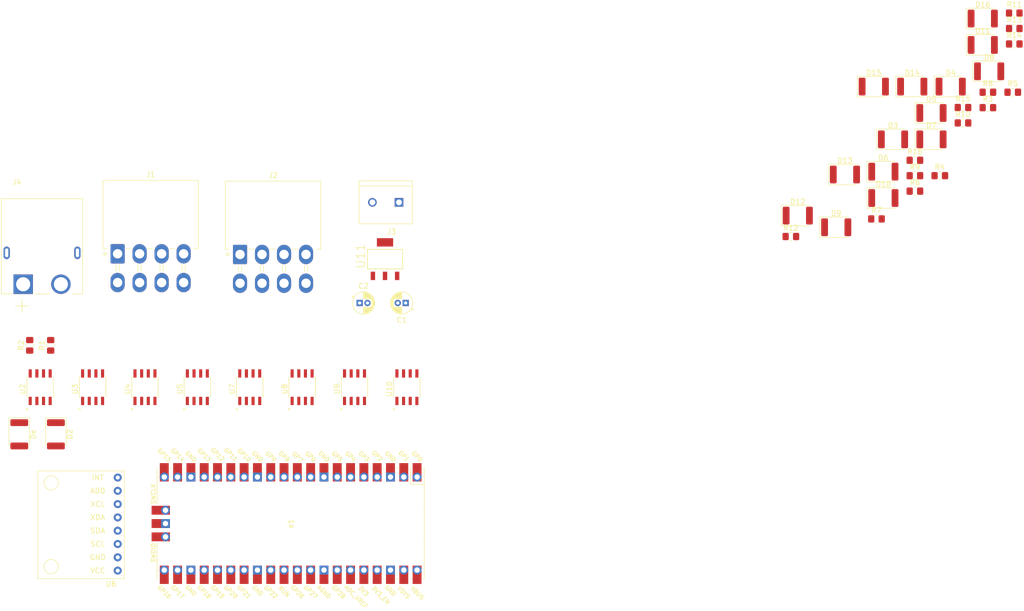
<source format=kicad_pcb>
(kicad_pcb (version 20171130) (host pcbnew "(5.1.10-1-10_14)")

  (general
    (thickness 1.6)
    (drawings 0)
    (tracks 0)
    (zones 0)
    (modules 49)
    (nets 84)
  )

  (page A4)
  (layers
    (0 F.Cu signal)
    (31 B.Cu signal)
    (32 B.Adhes user)
    (33 F.Adhes user)
    (34 B.Paste user)
    (35 F.Paste user)
    (36 B.SilkS user)
    (37 F.SilkS user)
    (38 B.Mask user)
    (39 F.Mask user)
    (40 Dwgs.User user)
    (41 Cmts.User user)
    (42 Eco1.User user)
    (43 Eco2.User user)
    (44 Edge.Cuts user)
    (45 Margin user)
    (46 B.CrtYd user)
    (47 F.CrtYd user)
    (48 B.Fab user)
    (49 F.Fab user)
  )

  (setup
    (last_trace_width 0.25)
    (trace_clearance 0.2)
    (zone_clearance 0.508)
    (zone_45_only no)
    (trace_min 0.2)
    (via_size 0.8)
    (via_drill 0.4)
    (via_min_size 0.4)
    (via_min_drill 0.3)
    (uvia_size 0.3)
    (uvia_drill 0.1)
    (uvias_allowed no)
    (uvia_min_size 0.2)
    (uvia_min_drill 0.1)
    (edge_width 0.05)
    (segment_width 0.2)
    (pcb_text_width 0.3)
    (pcb_text_size 1.5 1.5)
    (mod_edge_width 0.12)
    (mod_text_size 1 1)
    (mod_text_width 0.15)
    (pad_size 1.3 3.4)
    (pad_drill 0)
    (pad_to_mask_clearance 0)
    (aux_axis_origin 0 0)
    (visible_elements FFFFFF7F)
    (pcbplotparams
      (layerselection 0x010fc_ffffffff)
      (usegerberextensions false)
      (usegerberattributes true)
      (usegerberadvancedattributes true)
      (creategerberjobfile true)
      (excludeedgelayer true)
      (linewidth 0.100000)
      (plotframeref false)
      (viasonmask false)
      (mode 1)
      (useauxorigin false)
      (hpglpennumber 1)
      (hpglpenspeed 20)
      (hpglpendiameter 15.000000)
      (psnegative false)
      (psa4output false)
      (plotreference true)
      (plotvalue true)
      (plotinvisibletext false)
      (padsonsilk false)
      (subtractmaskfromsilk false)
      (outputformat 1)
      (mirror false)
      (drillshape 1)
      (scaleselection 1)
      (outputdirectory ""))
  )

  (net 0 "")
  (net 1 VCC)
  (net 2 "Net-(D1-Pad1)")
  (net 3 "Net-(D2-Pad1)")
  (net 4 "Net-(D3-Pad1)")
  (net 5 "Net-(D4-Pad1)")
  (net 6 "Net-(D5-Pad1)")
  (net 7 "Net-(D6-Pad1)")
  (net 8 "Net-(D7-Pad1)")
  (net 9 "Net-(D8-Pad1)")
  (net 10 "Net-(D9-Pad1)")
  (net 11 "Net-(D10-Pad1)")
  (net 12 "Net-(D11-Pad1)")
  (net 13 "Net-(D12-Pad2)")
  (net 14 "Net-(D12-Pad1)")
  (net 15 "Net-(D13-Pad1)")
  (net 16 "Net-(D14-Pad1)")
  (net 17 "Net-(D15-Pad1)")
  (net 18 "Net-(D16-Pad1)")
  (net 19 SOL16)
  (net 20 SOL15)
  (net 21 SOL14)
  (net 22 SOL13)
  (net 23 SOL12)
  (net 24 SOL11)
  (net 25 SOL10)
  (net 26 SOL9)
  (net 27 SOL8)
  (net 28 SOL7)
  (net 29 SOL6)
  (net 30 SOL5)
  (net 31 SOL4)
  (net 32 SOL3)
  (net 33 GATE1)
  (net 34 SOL1)
  (net 35 +BATT)
  (net 36 GND)
  (net 37 GATE2)
  (net 38 GATE3)
  (net 39 GATE4)
  (net 40 GATE5)
  (net 41 GATE6)
  (net 42 GATE7)
  (net 43 GATE8)
  (net 44 GATE9)
  (net 45 GATE10)
  (net 46 GATE11)
  (net 47 GATE12)
  (net 48 GATE13)
  (net 49 GATE14)
  (net 50 GATE15)
  (net 51 GATE16)
  (net 52 "Net-(U6-Pad8)")
  (net 53 "Net-(U6-Pad7)")
  (net 54 "Net-(U6-Pad6)")
  (net 55 "Net-(U6-Pad5)")
  (net 56 MPU_SDA)
  (net 57 MPU_SCL)
  (net 58 +3V3)
  (net 59 "Net-(U8-Pad3)")
  (net 60 +3.3VA)
  (net 61 "Net-(e1-Pad43)")
  (net 62 "Net-(e1-Pad42)")
  (net 63 "Net-(e1-Pad41)")
  (net 64 "Net-(e1-Pad23)")
  (net 65 "Net-(e1-Pad24)")
  (net 66 "Net-(e1-Pad25)")
  (net 67 "Net-(e1-Pad26)")
  (net 68 "Net-(e1-Pad27)")
  (net 69 "Net-(e1-Pad28)")
  (net 70 "Net-(e1-Pad29)")
  (net 71 "Net-(e1-Pad30)")
  (net 72 "Net-(e1-Pad31)")
  (net 73 "Net-(e1-Pad32)")
  (net 74 "Net-(e1-Pad33)")
  (net 75 "Net-(e1-Pad34)")
  (net 76 "Net-(e1-Pad35)")
  (net 77 "Net-(e1-Pad37)")
  (net 78 "Net-(e1-Pad40)")
  (net 79 "Net-(e1-Pad18)")
  (net 80 "Net-(e1-Pad13)")
  (net 81 "Net-(e1-Pad8)")
  (net 82 "Net-(e1-Pad3)")
  (net 83 SOL2)

  (net_class Default "This is the default net class."
    (clearance 0.2)
    (trace_width 0.25)
    (via_dia 0.8)
    (via_drill 0.4)
    (uvia_dia 0.3)
    (uvia_drill 0.1)
    (add_net +3.3VA)
    (add_net +3V3)
    (add_net +BATT)
    (add_net GATE1)
    (add_net GATE10)
    (add_net GATE11)
    (add_net GATE12)
    (add_net GATE13)
    (add_net GATE14)
    (add_net GATE15)
    (add_net GATE16)
    (add_net GATE2)
    (add_net GATE3)
    (add_net GATE4)
    (add_net GATE5)
    (add_net GATE6)
    (add_net GATE7)
    (add_net GATE8)
    (add_net GATE9)
    (add_net GND)
    (add_net MPU_SCL)
    (add_net MPU_SDA)
    (add_net "Net-(D1-Pad1)")
    (add_net "Net-(D10-Pad1)")
    (add_net "Net-(D11-Pad1)")
    (add_net "Net-(D12-Pad1)")
    (add_net "Net-(D12-Pad2)")
    (add_net "Net-(D13-Pad1)")
    (add_net "Net-(D14-Pad1)")
    (add_net "Net-(D15-Pad1)")
    (add_net "Net-(D16-Pad1)")
    (add_net "Net-(D2-Pad1)")
    (add_net "Net-(D3-Pad1)")
    (add_net "Net-(D4-Pad1)")
    (add_net "Net-(D5-Pad1)")
    (add_net "Net-(D6-Pad1)")
    (add_net "Net-(D7-Pad1)")
    (add_net "Net-(D8-Pad1)")
    (add_net "Net-(D9-Pad1)")
    (add_net "Net-(U6-Pad5)")
    (add_net "Net-(U6-Pad6)")
    (add_net "Net-(U6-Pad7)")
    (add_net "Net-(U6-Pad8)")
    (add_net "Net-(U8-Pad3)")
    (add_net "Net-(e1-Pad13)")
    (add_net "Net-(e1-Pad18)")
    (add_net "Net-(e1-Pad23)")
    (add_net "Net-(e1-Pad24)")
    (add_net "Net-(e1-Pad25)")
    (add_net "Net-(e1-Pad26)")
    (add_net "Net-(e1-Pad27)")
    (add_net "Net-(e1-Pad28)")
    (add_net "Net-(e1-Pad29)")
    (add_net "Net-(e1-Pad3)")
    (add_net "Net-(e1-Pad30)")
    (add_net "Net-(e1-Pad31)")
    (add_net "Net-(e1-Pad32)")
    (add_net "Net-(e1-Pad33)")
    (add_net "Net-(e1-Pad34)")
    (add_net "Net-(e1-Pad35)")
    (add_net "Net-(e1-Pad37)")
    (add_net "Net-(e1-Pad40)")
    (add_net "Net-(e1-Pad41)")
    (add_net "Net-(e1-Pad42)")
    (add_net "Net-(e1-Pad43)")
    (add_net "Net-(e1-Pad8)")
    (add_net SOL1)
    (add_net SOL10)
    (add_net SOL11)
    (add_net SOL12)
    (add_net SOL13)
    (add_net SOL14)
    (add_net SOL15)
    (add_net SOL16)
    (add_net SOL2)
    (add_net SOL3)
    (add_net SOL4)
    (add_net SOL5)
    (add_net SOL6)
    (add_net SOL7)
    (add_net SOL8)
    (add_net SOL9)
    (add_net VCC)
  )

  (module Capacitor_THT:CP_Radial_D4.0mm_P1.50mm (layer F.Cu) (tedit 5AE50EF0) (tstamp 616DA1BB)
    (at 145.9738 68.9102)
    (descr "CP, Radial series, Radial, pin pitch=1.50mm, , diameter=4mm, Electrolytic Capacitor")
    (tags "CP Radial series Radial pin pitch 1.50mm  diameter 4mm Electrolytic Capacitor")
    (path /619B66F7)
    (fp_text reference C2 (at 0.75 -3.25) (layer F.SilkS)
      (effects (font (size 1 1) (thickness 0.15)))
    )
    (fp_text value C_Small (at 0.75 3.25) (layer F.Fab)
      (effects (font (size 1 1) (thickness 0.15)))
    )
    (fp_text user %R (at 0.75 0 90) (layer F.Fab)
      (effects (font (size 0.8 0.8) (thickness 0.12)))
    )
    (fp_circle (center 0.75 0) (end 2.75 0) (layer F.Fab) (width 0.1))
    (fp_circle (center 0.75 0) (end 2.87 0) (layer F.SilkS) (width 0.12))
    (fp_circle (center 0.75 0) (end 3 0) (layer F.CrtYd) (width 0.05))
    (fp_line (start -0.952554 -0.8675) (end -0.552554 -0.8675) (layer F.Fab) (width 0.1))
    (fp_line (start -0.752554 -1.0675) (end -0.752554 -0.6675) (layer F.Fab) (width 0.1))
    (fp_line (start 0.75 0.84) (end 0.75 2.08) (layer F.SilkS) (width 0.12))
    (fp_line (start 0.75 -2.08) (end 0.75 -0.84) (layer F.SilkS) (width 0.12))
    (fp_line (start 0.79 0.84) (end 0.79 2.08) (layer F.SilkS) (width 0.12))
    (fp_line (start 0.79 -2.08) (end 0.79 -0.84) (layer F.SilkS) (width 0.12))
    (fp_line (start 0.83 0.84) (end 0.83 2.079) (layer F.SilkS) (width 0.12))
    (fp_line (start 0.83 -2.079) (end 0.83 -0.84) (layer F.SilkS) (width 0.12))
    (fp_line (start 0.87 -2.077) (end 0.87 -0.84) (layer F.SilkS) (width 0.12))
    (fp_line (start 0.87 0.84) (end 0.87 2.077) (layer F.SilkS) (width 0.12))
    (fp_line (start 0.91 -2.074) (end 0.91 -0.84) (layer F.SilkS) (width 0.12))
    (fp_line (start 0.91 0.84) (end 0.91 2.074) (layer F.SilkS) (width 0.12))
    (fp_line (start 0.95 -2.071) (end 0.95 -0.84) (layer F.SilkS) (width 0.12))
    (fp_line (start 0.95 0.84) (end 0.95 2.071) (layer F.SilkS) (width 0.12))
    (fp_line (start 0.99 -2.067) (end 0.99 -0.84) (layer F.SilkS) (width 0.12))
    (fp_line (start 0.99 0.84) (end 0.99 2.067) (layer F.SilkS) (width 0.12))
    (fp_line (start 1.03 -2.062) (end 1.03 -0.84) (layer F.SilkS) (width 0.12))
    (fp_line (start 1.03 0.84) (end 1.03 2.062) (layer F.SilkS) (width 0.12))
    (fp_line (start 1.07 -2.056) (end 1.07 -0.84) (layer F.SilkS) (width 0.12))
    (fp_line (start 1.07 0.84) (end 1.07 2.056) (layer F.SilkS) (width 0.12))
    (fp_line (start 1.11 -2.05) (end 1.11 -0.84) (layer F.SilkS) (width 0.12))
    (fp_line (start 1.11 0.84) (end 1.11 2.05) (layer F.SilkS) (width 0.12))
    (fp_line (start 1.15 -2.042) (end 1.15 -0.84) (layer F.SilkS) (width 0.12))
    (fp_line (start 1.15 0.84) (end 1.15 2.042) (layer F.SilkS) (width 0.12))
    (fp_line (start 1.19 -2.034) (end 1.19 -0.84) (layer F.SilkS) (width 0.12))
    (fp_line (start 1.19 0.84) (end 1.19 2.034) (layer F.SilkS) (width 0.12))
    (fp_line (start 1.23 -2.025) (end 1.23 -0.84) (layer F.SilkS) (width 0.12))
    (fp_line (start 1.23 0.84) (end 1.23 2.025) (layer F.SilkS) (width 0.12))
    (fp_line (start 1.27 -2.016) (end 1.27 -0.84) (layer F.SilkS) (width 0.12))
    (fp_line (start 1.27 0.84) (end 1.27 2.016) (layer F.SilkS) (width 0.12))
    (fp_line (start 1.31 -2.005) (end 1.31 -0.84) (layer F.SilkS) (width 0.12))
    (fp_line (start 1.31 0.84) (end 1.31 2.005) (layer F.SilkS) (width 0.12))
    (fp_line (start 1.35 -1.994) (end 1.35 -0.84) (layer F.SilkS) (width 0.12))
    (fp_line (start 1.35 0.84) (end 1.35 1.994) (layer F.SilkS) (width 0.12))
    (fp_line (start 1.39 -1.982) (end 1.39 -0.84) (layer F.SilkS) (width 0.12))
    (fp_line (start 1.39 0.84) (end 1.39 1.982) (layer F.SilkS) (width 0.12))
    (fp_line (start 1.43 -1.968) (end 1.43 -0.84) (layer F.SilkS) (width 0.12))
    (fp_line (start 1.43 0.84) (end 1.43 1.968) (layer F.SilkS) (width 0.12))
    (fp_line (start 1.471 -1.954) (end 1.471 -0.84) (layer F.SilkS) (width 0.12))
    (fp_line (start 1.471 0.84) (end 1.471 1.954) (layer F.SilkS) (width 0.12))
    (fp_line (start 1.511 -1.94) (end 1.511 -0.84) (layer F.SilkS) (width 0.12))
    (fp_line (start 1.511 0.84) (end 1.511 1.94) (layer F.SilkS) (width 0.12))
    (fp_line (start 1.551 -1.924) (end 1.551 -0.84) (layer F.SilkS) (width 0.12))
    (fp_line (start 1.551 0.84) (end 1.551 1.924) (layer F.SilkS) (width 0.12))
    (fp_line (start 1.591 -1.907) (end 1.591 -0.84) (layer F.SilkS) (width 0.12))
    (fp_line (start 1.591 0.84) (end 1.591 1.907) (layer F.SilkS) (width 0.12))
    (fp_line (start 1.631 -1.889) (end 1.631 -0.84) (layer F.SilkS) (width 0.12))
    (fp_line (start 1.631 0.84) (end 1.631 1.889) (layer F.SilkS) (width 0.12))
    (fp_line (start 1.671 -1.87) (end 1.671 -0.84) (layer F.SilkS) (width 0.12))
    (fp_line (start 1.671 0.84) (end 1.671 1.87) (layer F.SilkS) (width 0.12))
    (fp_line (start 1.711 -1.851) (end 1.711 -0.84) (layer F.SilkS) (width 0.12))
    (fp_line (start 1.711 0.84) (end 1.711 1.851) (layer F.SilkS) (width 0.12))
    (fp_line (start 1.751 -1.83) (end 1.751 -0.84) (layer F.SilkS) (width 0.12))
    (fp_line (start 1.751 0.84) (end 1.751 1.83) (layer F.SilkS) (width 0.12))
    (fp_line (start 1.791 -1.808) (end 1.791 -0.84) (layer F.SilkS) (width 0.12))
    (fp_line (start 1.791 0.84) (end 1.791 1.808) (layer F.SilkS) (width 0.12))
    (fp_line (start 1.831 -1.785) (end 1.831 -0.84) (layer F.SilkS) (width 0.12))
    (fp_line (start 1.831 0.84) (end 1.831 1.785) (layer F.SilkS) (width 0.12))
    (fp_line (start 1.871 -1.76) (end 1.871 -0.84) (layer F.SilkS) (width 0.12))
    (fp_line (start 1.871 0.84) (end 1.871 1.76) (layer F.SilkS) (width 0.12))
    (fp_line (start 1.911 -1.735) (end 1.911 -0.84) (layer F.SilkS) (width 0.12))
    (fp_line (start 1.911 0.84) (end 1.911 1.735) (layer F.SilkS) (width 0.12))
    (fp_line (start 1.951 -1.708) (end 1.951 -0.84) (layer F.SilkS) (width 0.12))
    (fp_line (start 1.951 0.84) (end 1.951 1.708) (layer F.SilkS) (width 0.12))
    (fp_line (start 1.991 -1.68) (end 1.991 -0.84) (layer F.SilkS) (width 0.12))
    (fp_line (start 1.991 0.84) (end 1.991 1.68) (layer F.SilkS) (width 0.12))
    (fp_line (start 2.031 -1.65) (end 2.031 -0.84) (layer F.SilkS) (width 0.12))
    (fp_line (start 2.031 0.84) (end 2.031 1.65) (layer F.SilkS) (width 0.12))
    (fp_line (start 2.071 -1.619) (end 2.071 -0.84) (layer F.SilkS) (width 0.12))
    (fp_line (start 2.071 0.84) (end 2.071 1.619) (layer F.SilkS) (width 0.12))
    (fp_line (start 2.111 -1.587) (end 2.111 -0.84) (layer F.SilkS) (width 0.12))
    (fp_line (start 2.111 0.84) (end 2.111 1.587) (layer F.SilkS) (width 0.12))
    (fp_line (start 2.151 -1.552) (end 2.151 -0.84) (layer F.SilkS) (width 0.12))
    (fp_line (start 2.151 0.84) (end 2.151 1.552) (layer F.SilkS) (width 0.12))
    (fp_line (start 2.191 -1.516) (end 2.191 -0.84) (layer F.SilkS) (width 0.12))
    (fp_line (start 2.191 0.84) (end 2.191 1.516) (layer F.SilkS) (width 0.12))
    (fp_line (start 2.231 -1.478) (end 2.231 -0.84) (layer F.SilkS) (width 0.12))
    (fp_line (start 2.231 0.84) (end 2.231 1.478) (layer F.SilkS) (width 0.12))
    (fp_line (start 2.271 -1.438) (end 2.271 -0.84) (layer F.SilkS) (width 0.12))
    (fp_line (start 2.271 0.84) (end 2.271 1.438) (layer F.SilkS) (width 0.12))
    (fp_line (start 2.311 -1.396) (end 2.311 -0.84) (layer F.SilkS) (width 0.12))
    (fp_line (start 2.311 0.84) (end 2.311 1.396) (layer F.SilkS) (width 0.12))
    (fp_line (start 2.351 -1.351) (end 2.351 1.351) (layer F.SilkS) (width 0.12))
    (fp_line (start 2.391 -1.304) (end 2.391 1.304) (layer F.SilkS) (width 0.12))
    (fp_line (start 2.431 -1.254) (end 2.431 1.254) (layer F.SilkS) (width 0.12))
    (fp_line (start 2.471 -1.2) (end 2.471 1.2) (layer F.SilkS) (width 0.12))
    (fp_line (start 2.511 -1.142) (end 2.511 1.142) (layer F.SilkS) (width 0.12))
    (fp_line (start 2.551 -1.08) (end 2.551 1.08) (layer F.SilkS) (width 0.12))
    (fp_line (start 2.591 -1.013) (end 2.591 1.013) (layer F.SilkS) (width 0.12))
    (fp_line (start 2.631 -0.94) (end 2.631 0.94) (layer F.SilkS) (width 0.12))
    (fp_line (start 2.671 -0.859) (end 2.671 0.859) (layer F.SilkS) (width 0.12))
    (fp_line (start 2.711 -0.768) (end 2.711 0.768) (layer F.SilkS) (width 0.12))
    (fp_line (start 2.751 -0.664) (end 2.751 0.664) (layer F.SilkS) (width 0.12))
    (fp_line (start 2.791 -0.537) (end 2.791 0.537) (layer F.SilkS) (width 0.12))
    (fp_line (start 2.831 -0.37) (end 2.831 0.37) (layer F.SilkS) (width 0.12))
    (fp_line (start -1.519801 -1.195) (end -1.119801 -1.195) (layer F.SilkS) (width 0.12))
    (fp_line (start -1.319801 -1.395) (end -1.319801 -0.995) (layer F.SilkS) (width 0.12))
    (pad 2 thru_hole circle (at 1.5 0) (size 1.2 1.2) (drill 0.6) (layers *.Cu *.Mask)
      (net 36 GND))
    (pad 1 thru_hole rect (at 0 0) (size 1.2 1.2) (drill 0.6) (layers *.Cu *.Mask)
      (net 35 +BATT))
    (model ${KISYS3DMOD}/Capacitor_THT.3dshapes/CP_Radial_D4.0mm_P1.50mm.wrl
      (at (xyz 0 0 0))
      (scale (xyz 1 1 1))
      (rotate (xyz 0 0 0))
    )
  )

  (module Capacitor_THT:CP_Radial_D4.0mm_P1.50mm (layer F.Cu) (tedit 5AE50EF0) (tstamp 616DA150)
    (at 154.7622 68.9102 180)
    (descr "CP, Radial series, Radial, pin pitch=1.50mm, , diameter=4mm, Electrolytic Capacitor")
    (tags "CP Radial series Radial pin pitch 1.50mm  diameter 4mm Electrolytic Capacitor")
    (path /619B9859)
    (fp_text reference C1 (at 0.75 -3.25) (layer F.SilkS)
      (effects (font (size 1 1) (thickness 0.15)))
    )
    (fp_text value CP1_Small (at 0.75 3.25) (layer F.Fab)
      (effects (font (size 1 1) (thickness 0.15)))
    )
    (fp_text user %R (at 0.75 0) (layer F.Fab)
      (effects (font (size 0.8 0.8) (thickness 0.12)))
    )
    (fp_circle (center 0.75 0) (end 2.75 0) (layer F.Fab) (width 0.1))
    (fp_circle (center 0.75 0) (end 2.87 0) (layer F.SilkS) (width 0.12))
    (fp_circle (center 0.75 0) (end 3 0) (layer F.CrtYd) (width 0.05))
    (fp_line (start -0.952554 -0.8675) (end -0.552554 -0.8675) (layer F.Fab) (width 0.1))
    (fp_line (start -0.752554 -1.0675) (end -0.752554 -0.6675) (layer F.Fab) (width 0.1))
    (fp_line (start 0.75 0.84) (end 0.75 2.08) (layer F.SilkS) (width 0.12))
    (fp_line (start 0.75 -2.08) (end 0.75 -0.84) (layer F.SilkS) (width 0.12))
    (fp_line (start 0.79 0.84) (end 0.79 2.08) (layer F.SilkS) (width 0.12))
    (fp_line (start 0.79 -2.08) (end 0.79 -0.84) (layer F.SilkS) (width 0.12))
    (fp_line (start 0.83 0.84) (end 0.83 2.079) (layer F.SilkS) (width 0.12))
    (fp_line (start 0.83 -2.079) (end 0.83 -0.84) (layer F.SilkS) (width 0.12))
    (fp_line (start 0.87 -2.077) (end 0.87 -0.84) (layer F.SilkS) (width 0.12))
    (fp_line (start 0.87 0.84) (end 0.87 2.077) (layer F.SilkS) (width 0.12))
    (fp_line (start 0.91 -2.074) (end 0.91 -0.84) (layer F.SilkS) (width 0.12))
    (fp_line (start 0.91 0.84) (end 0.91 2.074) (layer F.SilkS) (width 0.12))
    (fp_line (start 0.95 -2.071) (end 0.95 -0.84) (layer F.SilkS) (width 0.12))
    (fp_line (start 0.95 0.84) (end 0.95 2.071) (layer F.SilkS) (width 0.12))
    (fp_line (start 0.99 -2.067) (end 0.99 -0.84) (layer F.SilkS) (width 0.12))
    (fp_line (start 0.99 0.84) (end 0.99 2.067) (layer F.SilkS) (width 0.12))
    (fp_line (start 1.03 -2.062) (end 1.03 -0.84) (layer F.SilkS) (width 0.12))
    (fp_line (start 1.03 0.84) (end 1.03 2.062) (layer F.SilkS) (width 0.12))
    (fp_line (start 1.07 -2.056) (end 1.07 -0.84) (layer F.SilkS) (width 0.12))
    (fp_line (start 1.07 0.84) (end 1.07 2.056) (layer F.SilkS) (width 0.12))
    (fp_line (start 1.11 -2.05) (end 1.11 -0.84) (layer F.SilkS) (width 0.12))
    (fp_line (start 1.11 0.84) (end 1.11 2.05) (layer F.SilkS) (width 0.12))
    (fp_line (start 1.15 -2.042) (end 1.15 -0.84) (layer F.SilkS) (width 0.12))
    (fp_line (start 1.15 0.84) (end 1.15 2.042) (layer F.SilkS) (width 0.12))
    (fp_line (start 1.19 -2.034) (end 1.19 -0.84) (layer F.SilkS) (width 0.12))
    (fp_line (start 1.19 0.84) (end 1.19 2.034) (layer F.SilkS) (width 0.12))
    (fp_line (start 1.23 -2.025) (end 1.23 -0.84) (layer F.SilkS) (width 0.12))
    (fp_line (start 1.23 0.84) (end 1.23 2.025) (layer F.SilkS) (width 0.12))
    (fp_line (start 1.27 -2.016) (end 1.27 -0.84) (layer F.SilkS) (width 0.12))
    (fp_line (start 1.27 0.84) (end 1.27 2.016) (layer F.SilkS) (width 0.12))
    (fp_line (start 1.31 -2.005) (end 1.31 -0.84) (layer F.SilkS) (width 0.12))
    (fp_line (start 1.31 0.84) (end 1.31 2.005) (layer F.SilkS) (width 0.12))
    (fp_line (start 1.35 -1.994) (end 1.35 -0.84) (layer F.SilkS) (width 0.12))
    (fp_line (start 1.35 0.84) (end 1.35 1.994) (layer F.SilkS) (width 0.12))
    (fp_line (start 1.39 -1.982) (end 1.39 -0.84) (layer F.SilkS) (width 0.12))
    (fp_line (start 1.39 0.84) (end 1.39 1.982) (layer F.SilkS) (width 0.12))
    (fp_line (start 1.43 -1.968) (end 1.43 -0.84) (layer F.SilkS) (width 0.12))
    (fp_line (start 1.43 0.84) (end 1.43 1.968) (layer F.SilkS) (width 0.12))
    (fp_line (start 1.471 -1.954) (end 1.471 -0.84) (layer F.SilkS) (width 0.12))
    (fp_line (start 1.471 0.84) (end 1.471 1.954) (layer F.SilkS) (width 0.12))
    (fp_line (start 1.511 -1.94) (end 1.511 -0.84) (layer F.SilkS) (width 0.12))
    (fp_line (start 1.511 0.84) (end 1.511 1.94) (layer F.SilkS) (width 0.12))
    (fp_line (start 1.551 -1.924) (end 1.551 -0.84) (layer F.SilkS) (width 0.12))
    (fp_line (start 1.551 0.84) (end 1.551 1.924) (layer F.SilkS) (width 0.12))
    (fp_line (start 1.591 -1.907) (end 1.591 -0.84) (layer F.SilkS) (width 0.12))
    (fp_line (start 1.591 0.84) (end 1.591 1.907) (layer F.SilkS) (width 0.12))
    (fp_line (start 1.631 -1.889) (end 1.631 -0.84) (layer F.SilkS) (width 0.12))
    (fp_line (start 1.631 0.84) (end 1.631 1.889) (layer F.SilkS) (width 0.12))
    (fp_line (start 1.671 -1.87) (end 1.671 -0.84) (layer F.SilkS) (width 0.12))
    (fp_line (start 1.671 0.84) (end 1.671 1.87) (layer F.SilkS) (width 0.12))
    (fp_line (start 1.711 -1.851) (end 1.711 -0.84) (layer F.SilkS) (width 0.12))
    (fp_line (start 1.711 0.84) (end 1.711 1.851) (layer F.SilkS) (width 0.12))
    (fp_line (start 1.751 -1.83) (end 1.751 -0.84) (layer F.SilkS) (width 0.12))
    (fp_line (start 1.751 0.84) (end 1.751 1.83) (layer F.SilkS) (width 0.12))
    (fp_line (start 1.791 -1.808) (end 1.791 -0.84) (layer F.SilkS) (width 0.12))
    (fp_line (start 1.791 0.84) (end 1.791 1.808) (layer F.SilkS) (width 0.12))
    (fp_line (start 1.831 -1.785) (end 1.831 -0.84) (layer F.SilkS) (width 0.12))
    (fp_line (start 1.831 0.84) (end 1.831 1.785) (layer F.SilkS) (width 0.12))
    (fp_line (start 1.871 -1.76) (end 1.871 -0.84) (layer F.SilkS) (width 0.12))
    (fp_line (start 1.871 0.84) (end 1.871 1.76) (layer F.SilkS) (width 0.12))
    (fp_line (start 1.911 -1.735) (end 1.911 -0.84) (layer F.SilkS) (width 0.12))
    (fp_line (start 1.911 0.84) (end 1.911 1.735) (layer F.SilkS) (width 0.12))
    (fp_line (start 1.951 -1.708) (end 1.951 -0.84) (layer F.SilkS) (width 0.12))
    (fp_line (start 1.951 0.84) (end 1.951 1.708) (layer F.SilkS) (width 0.12))
    (fp_line (start 1.991 -1.68) (end 1.991 -0.84) (layer F.SilkS) (width 0.12))
    (fp_line (start 1.991 0.84) (end 1.991 1.68) (layer F.SilkS) (width 0.12))
    (fp_line (start 2.031 -1.65) (end 2.031 -0.84) (layer F.SilkS) (width 0.12))
    (fp_line (start 2.031 0.84) (end 2.031 1.65) (layer F.SilkS) (width 0.12))
    (fp_line (start 2.071 -1.619) (end 2.071 -0.84) (layer F.SilkS) (width 0.12))
    (fp_line (start 2.071 0.84) (end 2.071 1.619) (layer F.SilkS) (width 0.12))
    (fp_line (start 2.111 -1.587) (end 2.111 -0.84) (layer F.SilkS) (width 0.12))
    (fp_line (start 2.111 0.84) (end 2.111 1.587) (layer F.SilkS) (width 0.12))
    (fp_line (start 2.151 -1.552) (end 2.151 -0.84) (layer F.SilkS) (width 0.12))
    (fp_line (start 2.151 0.84) (end 2.151 1.552) (layer F.SilkS) (width 0.12))
    (fp_line (start 2.191 -1.516) (end 2.191 -0.84) (layer F.SilkS) (width 0.12))
    (fp_line (start 2.191 0.84) (end 2.191 1.516) (layer F.SilkS) (width 0.12))
    (fp_line (start 2.231 -1.478) (end 2.231 -0.84) (layer F.SilkS) (width 0.12))
    (fp_line (start 2.231 0.84) (end 2.231 1.478) (layer F.SilkS) (width 0.12))
    (fp_line (start 2.271 -1.438) (end 2.271 -0.84) (layer F.SilkS) (width 0.12))
    (fp_line (start 2.271 0.84) (end 2.271 1.438) (layer F.SilkS) (width 0.12))
    (fp_line (start 2.311 -1.396) (end 2.311 -0.84) (layer F.SilkS) (width 0.12))
    (fp_line (start 2.311 0.84) (end 2.311 1.396) (layer F.SilkS) (width 0.12))
    (fp_line (start 2.351 -1.351) (end 2.351 1.351) (layer F.SilkS) (width 0.12))
    (fp_line (start 2.391 -1.304) (end 2.391 1.304) (layer F.SilkS) (width 0.12))
    (fp_line (start 2.431 -1.254) (end 2.431 1.254) (layer F.SilkS) (width 0.12))
    (fp_line (start 2.471 -1.2) (end 2.471 1.2) (layer F.SilkS) (width 0.12))
    (fp_line (start 2.511 -1.142) (end 2.511 1.142) (layer F.SilkS) (width 0.12))
    (fp_line (start 2.551 -1.08) (end 2.551 1.08) (layer F.SilkS) (width 0.12))
    (fp_line (start 2.591 -1.013) (end 2.591 1.013) (layer F.SilkS) (width 0.12))
    (fp_line (start 2.631 -0.94) (end 2.631 0.94) (layer F.SilkS) (width 0.12))
    (fp_line (start 2.671 -0.859) (end 2.671 0.859) (layer F.SilkS) (width 0.12))
    (fp_line (start 2.711 -0.768) (end 2.711 0.768) (layer F.SilkS) (width 0.12))
    (fp_line (start 2.751 -0.664) (end 2.751 0.664) (layer F.SilkS) (width 0.12))
    (fp_line (start 2.791 -0.537) (end 2.791 0.537) (layer F.SilkS) (width 0.12))
    (fp_line (start 2.831 -0.37) (end 2.831 0.37) (layer F.SilkS) (width 0.12))
    (fp_line (start -1.519801 -1.195) (end -1.119801 -1.195) (layer F.SilkS) (width 0.12))
    (fp_line (start -1.319801 -1.395) (end -1.319801 -0.995) (layer F.SilkS) (width 0.12))
    (pad 2 thru_hole circle (at 1.5 0 180) (size 1.2 1.2) (drill 0.6) (layers *.Cu *.Mask)
      (net 36 GND))
    (pad 1 thru_hole rect (at 0 0 180) (size 1.2 1.2) (drill 0.6) (layers *.Cu *.Mask)
      (net 60 +3.3VA))
    (model ${KISYS3DMOD}/Capacitor_THT.3dshapes/CP_Radial_D4.0mm_P1.50mm.wrl
      (at (xyz 0 0 0))
      (scale (xyz 1 1 1))
      (rotate (xyz 0 0 0))
    )
  )

  (module footprints:RPi_Pico_SMD_TH (layer F.Cu) (tedit 5F638C80) (tstamp 616DB31F)
    (at 132.8166 111.0488 270)
    (descr "Through hole straight pin header, 2x20, 2.54mm pitch, double rows")
    (tags "Through hole pin header THT 2x20 2.54mm double row")
    (path /6189CDEA)
    (fp_text reference e1 (at 0 0 90) (layer F.SilkS)
      (effects (font (size 1 1) (thickness 0.15)))
    )
    (fp_text value Pico (at 0 2.159 90) (layer F.Fab)
      (effects (font (size 1 1) (thickness 0.15)))
    )
    (fp_text user "Copper Keepouts shown on Dwgs layer" (at 0.1 -30.2 90) (layer Cmts.User)
      (effects (font (size 1 1) (thickness 0.15)))
    )
    (fp_text user SWDIO (at 5.6 26.2 90) (layer F.SilkS)
      (effects (font (size 0.8 0.8) (thickness 0.15)))
    )
    (fp_text user SWCLK (at -5.7 26.2 90) (layer F.SilkS)
      (effects (font (size 0.8 0.8) (thickness 0.15)))
    )
    (fp_text user AGND (at 13.054 -6.35 135) (layer F.SilkS)
      (effects (font (size 0.8 0.8) (thickness 0.15)))
    )
    (fp_text user GND (at 12.8 -19.05 135) (layer F.SilkS)
      (effects (font (size 0.8 0.8) (thickness 0.15)))
    )
    (fp_text user GND (at 12.8 6.35 135) (layer F.SilkS)
      (effects (font (size 0.8 0.8) (thickness 0.15)))
    )
    (fp_text user GND (at 12.8 19.05 135) (layer F.SilkS)
      (effects (font (size 0.8 0.8) (thickness 0.15)))
    )
    (fp_text user GND (at -12.8 19.05 135) (layer F.SilkS)
      (effects (font (size 0.8 0.8) (thickness 0.15)))
    )
    (fp_text user GND (at -12.8 6.35 135) (layer F.SilkS)
      (effects (font (size 0.8 0.8) (thickness 0.15)))
    )
    (fp_text user GND (at -12.8 -6.35 135) (layer F.SilkS)
      (effects (font (size 0.8 0.8) (thickness 0.15)))
    )
    (fp_text user GND (at -12.8 -19.05 135) (layer F.SilkS)
      (effects (font (size 0.8 0.8) (thickness 0.15)))
    )
    (fp_text user VBUS (at 13.3 -24.2 135) (layer F.SilkS)
      (effects (font (size 0.8 0.8) (thickness 0.15)))
    )
    (fp_text user VSYS (at 13.2 -21.59 135) (layer F.SilkS)
      (effects (font (size 0.8 0.8) (thickness 0.15)))
    )
    (fp_text user 3V3_EN (at 13.7 -17.2 135) (layer F.SilkS)
      (effects (font (size 0.8 0.8) (thickness 0.15)))
    )
    (fp_text user 3V3 (at 12.9 -13.9 135) (layer F.SilkS)
      (effects (font (size 0.8 0.8) (thickness 0.15)))
    )
    (fp_text user ADC_VREF (at 14 -12.5 135) (layer F.SilkS)
      (effects (font (size 0.8 0.8) (thickness 0.15)))
    )
    (fp_text user GP28 (at 13.054 -9.144 135) (layer F.SilkS)
      (effects (font (size 0.8 0.8) (thickness 0.15)))
    )
    (fp_text user GP27 (at 13.054 -3.8 135) (layer F.SilkS)
      (effects (font (size 0.8 0.8) (thickness 0.15)))
    )
    (fp_text user GP26 (at 13.054 -1.27 135) (layer F.SilkS)
      (effects (font (size 0.8 0.8) (thickness 0.15)))
    )
    (fp_text user RUN (at 13 1.27 135) (layer F.SilkS)
      (effects (font (size 0.8 0.8) (thickness 0.15)))
    )
    (fp_text user GP22 (at 13.054 3.81 135) (layer F.SilkS)
      (effects (font (size 0.8 0.8) (thickness 0.15)))
    )
    (fp_text user GP21 (at 13.054 8.9 135) (layer F.SilkS)
      (effects (font (size 0.8 0.8) (thickness 0.15)))
    )
    (fp_text user GP20 (at 13.054 11.43 135) (layer F.SilkS)
      (effects (font (size 0.8 0.8) (thickness 0.15)))
    )
    (fp_text user GP19 (at 13.054 13.97 135) (layer F.SilkS)
      (effects (font (size 0.8 0.8) (thickness 0.15)))
    )
    (fp_text user GP18 (at 13.054 16.51 135) (layer F.SilkS)
      (effects (font (size 0.8 0.8) (thickness 0.15)))
    )
    (fp_text user GP17 (at 13.054 21.59 135) (layer F.SilkS)
      (effects (font (size 0.8 0.8) (thickness 0.15)))
    )
    (fp_text user GP16 (at 13.054 24.13 135) (layer F.SilkS)
      (effects (font (size 0.8 0.8) (thickness 0.15)))
    )
    (fp_text user GP15 (at -13.054 24.13 135) (layer F.SilkS)
      (effects (font (size 0.8 0.8) (thickness 0.15)))
    )
    (fp_text user GP14 (at -13.1 21.59 135) (layer F.SilkS)
      (effects (font (size 0.8 0.8) (thickness 0.15)))
    )
    (fp_text user GP13 (at -13.054 16.51 135) (layer F.SilkS)
      (effects (font (size 0.8 0.8) (thickness 0.15)))
    )
    (fp_text user GP12 (at -13.2 13.97 135) (layer F.SilkS)
      (effects (font (size 0.8 0.8) (thickness 0.15)))
    )
    (fp_text user GP11 (at -13.2 11.43 135) (layer F.SilkS)
      (effects (font (size 0.8 0.8) (thickness 0.15)))
    )
    (fp_text user GP10 (at -13.054 8.89 135) (layer F.SilkS)
      (effects (font (size 0.8 0.8) (thickness 0.15)))
    )
    (fp_text user GP9 (at -12.8 3.81 135) (layer F.SilkS)
      (effects (font (size 0.8 0.8) (thickness 0.15)))
    )
    (fp_text user GP8 (at -12.8 1.27 135) (layer F.SilkS)
      (effects (font (size 0.8 0.8) (thickness 0.15)))
    )
    (fp_text user GP7 (at -12.7 -1.3 135) (layer F.SilkS)
      (effects (font (size 0.8 0.8) (thickness 0.15)))
    )
    (fp_text user GP6 (at -12.8 -3.81 135) (layer F.SilkS)
      (effects (font (size 0.8 0.8) (thickness 0.15)))
    )
    (fp_text user GP5 (at -12.8 -8.89 135) (layer F.SilkS)
      (effects (font (size 0.8 0.8) (thickness 0.15)))
    )
    (fp_text user GP4 (at -12.8 -11.43 135) (layer F.SilkS)
      (effects (font (size 0.8 0.8) (thickness 0.15)))
    )
    (fp_text user GP3 (at -12.8 -13.97 135) (layer F.SilkS)
      (effects (font (size 0.8 0.8) (thickness 0.15)))
    )
    (fp_text user GP0 (at -12.8 -24.13 135) (layer F.SilkS)
      (effects (font (size 0.8 0.8) (thickness 0.15)))
    )
    (fp_text user GP2 (at -12.9 -16.51 135) (layer F.SilkS)
      (effects (font (size 0.8 0.8) (thickness 0.15)))
    )
    (fp_text user GP1 (at -12.9 -21.6 135) (layer F.SilkS)
      (effects (font (size 0.8 0.8) (thickness 0.15)))
    )
    (fp_text user %R (at 0 0 270) (layer F.Fab)
      (effects (font (size 1 1) (thickness 0.15)))
    )
    (fp_line (start 1.1 25.5) (end 1.5 25.5) (layer F.SilkS) (width 0.12))
    (fp_line (start -1.5 25.5) (end -1.1 25.5) (layer F.SilkS) (width 0.12))
    (fp_line (start 10.5 25.5) (end 3.7 25.5) (layer F.SilkS) (width 0.12))
    (fp_line (start 10.5 15.1) (end 10.5 15.5) (layer F.SilkS) (width 0.12))
    (fp_line (start 10.5 7.4) (end 10.5 7.8) (layer F.SilkS) (width 0.12))
    (fp_line (start 10.5 -18) (end 10.5 -17.6) (layer F.SilkS) (width 0.12))
    (fp_line (start 10.5 -25.5) (end 10.5 -25.2) (layer F.SilkS) (width 0.12))
    (fp_line (start 10.5 -2.7) (end 10.5 -2.3) (layer F.SilkS) (width 0.12))
    (fp_line (start 10.5 12.5) (end 10.5 12.9) (layer F.SilkS) (width 0.12))
    (fp_line (start 10.5 -7.8) (end 10.5 -7.4) (layer F.SilkS) (width 0.12))
    (fp_line (start 10.5 -12.9) (end 10.5 -12.5) (layer F.SilkS) (width 0.12))
    (fp_line (start 10.5 -0.2) (end 10.5 0.2) (layer F.SilkS) (width 0.12))
    (fp_line (start 10.5 4.9) (end 10.5 5.3) (layer F.SilkS) (width 0.12))
    (fp_line (start 10.5 20.1) (end 10.5 20.5) (layer F.SilkS) (width 0.12))
    (fp_line (start 10.5 22.7) (end 10.5 23.1) (layer F.SilkS) (width 0.12))
    (fp_line (start 10.5 17.6) (end 10.5 18) (layer F.SilkS) (width 0.12))
    (fp_line (start 10.5 -15.4) (end 10.5 -15) (layer F.SilkS) (width 0.12))
    (fp_line (start 10.5 -23.1) (end 10.5 -22.7) (layer F.SilkS) (width 0.12))
    (fp_line (start 10.5 -20.5) (end 10.5 -20.1) (layer F.SilkS) (width 0.12))
    (fp_line (start 10.5 10) (end 10.5 10.4) (layer F.SilkS) (width 0.12))
    (fp_line (start 10.5 2.3) (end 10.5 2.7) (layer F.SilkS) (width 0.12))
    (fp_line (start 10.5 -5.3) (end 10.5 -4.9) (layer F.SilkS) (width 0.12))
    (fp_line (start 10.5 -10.4) (end 10.5 -10) (layer F.SilkS) (width 0.12))
    (fp_line (start -10.5 22.7) (end -10.5 23.1) (layer F.SilkS) (width 0.12))
    (fp_line (start -10.5 20.1) (end -10.5 20.5) (layer F.SilkS) (width 0.12))
    (fp_line (start -10.5 17.6) (end -10.5 18) (layer F.SilkS) (width 0.12))
    (fp_line (start -10.5 15.1) (end -10.5 15.5) (layer F.SilkS) (width 0.12))
    (fp_line (start -10.5 12.5) (end -10.5 12.9) (layer F.SilkS) (width 0.12))
    (fp_line (start -10.5 10) (end -10.5 10.4) (layer F.SilkS) (width 0.12))
    (fp_line (start -10.5 7.4) (end -10.5 7.8) (layer F.SilkS) (width 0.12))
    (fp_line (start -10.5 4.9) (end -10.5 5.3) (layer F.SilkS) (width 0.12))
    (fp_line (start -10.5 2.3) (end -10.5 2.7) (layer F.SilkS) (width 0.12))
    (fp_line (start -10.5 -0.2) (end -10.5 0.2) (layer F.SilkS) (width 0.12))
    (fp_line (start -10.5 -2.7) (end -10.5 -2.3) (layer F.SilkS) (width 0.12))
    (fp_line (start -10.5 -5.3) (end -10.5 -4.9) (layer F.SilkS) (width 0.12))
    (fp_line (start -10.5 -7.8) (end -10.5 -7.4) (layer F.SilkS) (width 0.12))
    (fp_line (start -10.5 -10.4) (end -10.5 -10) (layer F.SilkS) (width 0.12))
    (fp_line (start -10.5 -12.9) (end -10.5 -12.5) (layer F.SilkS) (width 0.12))
    (fp_line (start -10.5 -15.4) (end -10.5 -15) (layer F.SilkS) (width 0.12))
    (fp_line (start -10.5 -18) (end -10.5 -17.6) (layer F.SilkS) (width 0.12))
    (fp_line (start -10.5 -20.5) (end -10.5 -20.1) (layer F.SilkS) (width 0.12))
    (fp_line (start -10.5 -23.1) (end -10.5 -22.7) (layer F.SilkS) (width 0.12))
    (fp_line (start -10.5 -25.5) (end -10.5 -25.2) (layer F.SilkS) (width 0.12))
    (fp_line (start -7.493 -22.833) (end -7.493 -25.5) (layer F.SilkS) (width 0.12))
    (fp_line (start -10.5 -22.833) (end -7.493 -22.833) (layer F.SilkS) (width 0.12))
    (fp_line (start -3.7 25.5) (end -10.5 25.5) (layer F.SilkS) (width 0.12))
    (fp_line (start -10.5 -25.5) (end 10.5 -25.5) (layer F.SilkS) (width 0.12))
    (fp_line (start -11 26) (end -11 -26) (layer F.CrtYd) (width 0.12))
    (fp_line (start 11 26) (end -11 26) (layer F.CrtYd) (width 0.12))
    (fp_line (start 11 -26) (end 11 26) (layer F.CrtYd) (width 0.12))
    (fp_line (start -11 -26) (end 11 -26) (layer F.CrtYd) (width 0.12))
    (fp_line (start -10.5 -24.2) (end -9.2 -25.5) (layer F.Fab) (width 0.12))
    (fp_line (start -10.5 25.5) (end -10.5 -25.5) (layer F.Fab) (width 0.12))
    (fp_line (start 10.5 25.5) (end -10.5 25.5) (layer F.Fab) (width 0.12))
    (fp_line (start 10.5 -25.5) (end 10.5 25.5) (layer F.Fab) (width 0.12))
    (fp_line (start -10.5 -25.5) (end 10.5 -25.5) (layer F.Fab) (width 0.12))
    (fp_poly (pts (xy -1.5 -16.5) (xy -3.5 -16.5) (xy -3.5 -18.5) (xy -1.5 -18.5)) (layer Dwgs.User) (width 0.1))
    (fp_poly (pts (xy -1.5 -14) (xy -3.5 -14) (xy -3.5 -16) (xy -1.5 -16)) (layer Dwgs.User) (width 0.1))
    (fp_poly (pts (xy -1.5 -11.5) (xy -3.5 -11.5) (xy -3.5 -13.5) (xy -1.5 -13.5)) (layer Dwgs.User) (width 0.1))
    (fp_poly (pts (xy 3.7 -20.2) (xy -3.7 -20.2) (xy -3.7 -24.9) (xy 3.7 -24.9)) (layer Dwgs.User) (width 0.1))
    (pad 43 thru_hole oval (at 2.54 23.9 270) (size 1.7 1.7) (drill 1.02) (layers *.Cu *.Mask)
      (net 61 "Net-(e1-Pad43)"))
    (pad 43 smd rect (at 2.54 23.9) (size 3.5 1.7) (drill (offset -0.9 0)) (layers F.Cu F.Mask)
      (net 61 "Net-(e1-Pad43)"))
    (pad 42 thru_hole rect (at 0 23.9 270) (size 1.7 1.7) (drill 1.02) (layers *.Cu *.Mask)
      (net 62 "Net-(e1-Pad42)"))
    (pad 42 smd rect (at 0 23.9) (size 3.5 1.7) (drill (offset -0.9 0)) (layers F.Cu F.Mask)
      (net 62 "Net-(e1-Pad42)"))
    (pad 41 thru_hole oval (at -2.54 23.9 270) (size 1.7 1.7) (drill 1.02) (layers *.Cu *.Mask)
      (net 63 "Net-(e1-Pad41)"))
    (pad 41 smd rect (at -2.54 23.9) (size 3.5 1.7) (drill (offset -0.9 0)) (layers F.Cu F.Mask)
      (net 63 "Net-(e1-Pad41)"))
    (pad "" np_thru_hole oval (at 2.425 -20.97 270) (size 1.5 1.5) (drill 1.5) (layers *.Cu *.Mask))
    (pad "" np_thru_hole oval (at -2.425 -20.97 270) (size 1.5 1.5) (drill 1.5) (layers *.Cu *.Mask))
    (pad "" np_thru_hole oval (at 2.725 -24 270) (size 1.8 1.8) (drill 1.8) (layers *.Cu *.Mask))
    (pad "" np_thru_hole oval (at -2.725 -24 270) (size 1.8 1.8) (drill 1.8) (layers *.Cu *.Mask))
    (pad 21 smd rect (at 8.89 24.13 270) (size 3.5 1.7) (drill (offset 0.9 0)) (layers F.Cu F.Mask)
      (net 56 MPU_SDA))
    (pad 22 smd rect (at 8.89 21.59 270) (size 3.5 1.7) (drill (offset 0.9 0)) (layers F.Cu F.Mask)
      (net 57 MPU_SCL))
    (pad 23 smd rect (at 8.89 19.05 270) (size 3.5 1.7) (drill (offset 0.9 0)) (layers F.Cu F.Mask)
      (net 64 "Net-(e1-Pad23)"))
    (pad 24 smd rect (at 8.89 16.51 270) (size 3.5 1.7) (drill (offset 0.9 0)) (layers F.Cu F.Mask)
      (net 65 "Net-(e1-Pad24)"))
    (pad 25 smd rect (at 8.89 13.97 270) (size 3.5 1.7) (drill (offset 0.9 0)) (layers F.Cu F.Mask)
      (net 66 "Net-(e1-Pad25)"))
    (pad 26 smd rect (at 8.89 11.43 270) (size 3.5 1.7) (drill (offset 0.9 0)) (layers F.Cu F.Mask)
      (net 67 "Net-(e1-Pad26)"))
    (pad 27 smd rect (at 8.89 8.89 270) (size 3.5 1.7) (drill (offset 0.9 0)) (layers F.Cu F.Mask)
      (net 68 "Net-(e1-Pad27)"))
    (pad 28 smd rect (at 8.89 6.35 270) (size 3.5 1.7) (drill (offset 0.9 0)) (layers F.Cu F.Mask)
      (net 69 "Net-(e1-Pad28)"))
    (pad 29 smd rect (at 8.89 3.81 270) (size 3.5 1.7) (drill (offset 0.9 0)) (layers F.Cu F.Mask)
      (net 70 "Net-(e1-Pad29)"))
    (pad 30 smd rect (at 8.89 1.27 270) (size 3.5 1.7) (drill (offset 0.9 0)) (layers F.Cu F.Mask)
      (net 71 "Net-(e1-Pad30)"))
    (pad 31 smd rect (at 8.89 -1.27 270) (size 3.5 1.7) (drill (offset 0.9 0)) (layers F.Cu F.Mask)
      (net 72 "Net-(e1-Pad31)"))
    (pad 32 smd rect (at 8.89 -3.81 270) (size 3.5 1.7) (drill (offset 0.9 0)) (layers F.Cu F.Mask)
      (net 73 "Net-(e1-Pad32)"))
    (pad 33 smd rect (at 8.89 -6.35 270) (size 3.5 1.7) (drill (offset 0.9 0)) (layers F.Cu F.Mask)
      (net 74 "Net-(e1-Pad33)"))
    (pad 34 smd rect (at 8.89 -8.89 270) (size 3.5 1.7) (drill (offset 0.9 0)) (layers F.Cu F.Mask)
      (net 75 "Net-(e1-Pad34)"))
    (pad 35 smd rect (at 8.89 -11.43 270) (size 3.5 1.7) (drill (offset 0.9 0)) (layers F.Cu F.Mask)
      (net 76 "Net-(e1-Pad35)"))
    (pad 36 smd rect (at 8.89 -13.97 270) (size 3.5 1.7) (drill (offset 0.9 0)) (layers F.Cu F.Mask)
      (net 58 +3V3))
    (pad 37 smd rect (at 8.89 -16.51 270) (size 3.5 1.7) (drill (offset 0.9 0)) (layers F.Cu F.Mask)
      (net 77 "Net-(e1-Pad37)"))
    (pad 38 smd rect (at 8.89 -19.05 270) (size 3.5 1.7) (drill (offset 0.9 0)) (layers F.Cu F.Mask)
      (net 36 GND))
    (pad 39 smd rect (at 8.89 -21.59 270) (size 3.5 1.7) (drill (offset 0.9 0)) (layers F.Cu F.Mask)
      (net 60 +3.3VA))
    (pad 40 smd rect (at 8.89 -24.13 270) (size 3.5 1.7) (drill (offset 0.9 0)) (layers F.Cu F.Mask)
      (net 78 "Net-(e1-Pad40)"))
    (pad 20 smd rect (at -8.89 24.13 270) (size 3.5 1.7) (drill (offset -0.9 0)) (layers F.Cu F.Mask)
      (net 51 GATE16))
    (pad 19 smd rect (at -8.89 21.59 270) (size 3.5 1.7) (drill (offset -0.9 0)) (layers F.Cu F.Mask)
      (net 50 GATE15))
    (pad 18 smd rect (at -8.89 19.05 270) (size 3.5 1.7) (drill (offset -0.9 0)) (layers F.Cu F.Mask)
      (net 79 "Net-(e1-Pad18)"))
    (pad 17 smd rect (at -8.89 16.51 270) (size 3.5 1.7) (drill (offset -0.9 0)) (layers F.Cu F.Mask)
      (net 49 GATE14))
    (pad 16 smd rect (at -8.89 13.97 270) (size 3.5 1.7) (drill (offset -0.9 0)) (layers F.Cu F.Mask)
      (net 48 GATE13))
    (pad 15 smd rect (at -8.89 11.43 270) (size 3.5 1.7) (drill (offset -0.9 0)) (layers F.Cu F.Mask)
      (net 47 GATE12))
    (pad 14 smd rect (at -8.89 8.89 270) (size 3.5 1.7) (drill (offset -0.9 0)) (layers F.Cu F.Mask)
      (net 46 GATE11))
    (pad 13 smd rect (at -8.89 6.35 270) (size 3.5 1.7) (drill (offset -0.9 0)) (layers F.Cu F.Mask)
      (net 80 "Net-(e1-Pad13)"))
    (pad 12 smd rect (at -8.89 3.81 270) (size 3.5 1.7) (drill (offset -0.9 0)) (layers F.Cu F.Mask)
      (net 45 GATE10))
    (pad 11 smd rect (at -8.89 1.27 270) (size 3.5 1.7) (drill (offset -0.9 0)) (layers F.Cu F.Mask)
      (net 44 GATE9))
    (pad 10 smd rect (at -8.89 -1.27 270) (size 3.5 1.7) (drill (offset -0.9 0)) (layers F.Cu F.Mask)
      (net 43 GATE8))
    (pad 9 smd rect (at -8.89 -3.81 270) (size 3.5 1.7) (drill (offset -0.9 0)) (layers F.Cu F.Mask)
      (net 42 GATE7))
    (pad 8 smd rect (at -8.89 -6.35 270) (size 3.5 1.7) (drill (offset -0.9 0)) (layers F.Cu F.Mask)
      (net 81 "Net-(e1-Pad8)"))
    (pad 7 smd rect (at -8.89 -8.89 270) (size 3.5 1.7) (drill (offset -0.9 0)) (layers F.Cu F.Mask)
      (net 41 GATE6))
    (pad 6 smd rect (at -8.89 -11.43 270) (size 3.5 1.7) (drill (offset -0.9 0)) (layers F.Cu F.Mask)
      (net 40 GATE5))
    (pad 5 smd rect (at -8.89 -13.97 270) (size 3.5 1.7) (drill (offset -0.9 0)) (layers F.Cu F.Mask)
      (net 39 GATE4))
    (pad 4 smd rect (at -8.89 -16.51 270) (size 3.5 1.7) (drill (offset -0.9 0)) (layers F.Cu F.Mask)
      (net 38 GATE3))
    (pad 3 smd rect (at -8.89 -19.05 270) (size 3.5 1.7) (drill (offset -0.9 0)) (layers F.Cu F.Mask)
      (net 82 "Net-(e1-Pad3)"))
    (pad 2 smd rect (at -8.89 -21.59 270) (size 3.5 1.7) (drill (offset -0.9 0)) (layers F.Cu F.Mask)
      (net 37 GATE2))
    (pad 1 smd rect (at -8.89 -24.13 270) (size 3.5 1.7) (drill (offset -0.9 0)) (layers F.Cu F.Mask)
      (net 33 GATE1))
    (pad 40 thru_hole oval (at 8.89 -24.13 270) (size 1.7 1.7) (drill 1.02) (layers *.Cu *.Mask)
      (net 78 "Net-(e1-Pad40)"))
    (pad 39 thru_hole oval (at 8.89 -21.59 270) (size 1.7 1.7) (drill 1.02) (layers *.Cu *.Mask)
      (net 60 +3.3VA))
    (pad 38 thru_hole rect (at 8.89 -19.05 270) (size 1.7 1.7) (drill 1.02) (layers *.Cu *.Mask)
      (net 36 GND))
    (pad 37 thru_hole oval (at 8.89 -16.51 270) (size 1.7 1.7) (drill 1.02) (layers *.Cu *.Mask)
      (net 77 "Net-(e1-Pad37)"))
    (pad 36 thru_hole oval (at 8.89 -13.97 270) (size 1.7 1.7) (drill 1.02) (layers *.Cu *.Mask)
      (net 58 +3V3))
    (pad 35 thru_hole oval (at 8.89 -11.43 270) (size 1.7 1.7) (drill 1.02) (layers *.Cu *.Mask)
      (net 76 "Net-(e1-Pad35)"))
    (pad 34 thru_hole oval (at 8.89 -8.89 270) (size 1.7 1.7) (drill 1.02) (layers *.Cu *.Mask)
      (net 75 "Net-(e1-Pad34)"))
    (pad 33 thru_hole rect (at 8.89 -6.35 270) (size 1.7 1.7) (drill 1.02) (layers *.Cu *.Mask)
      (net 74 "Net-(e1-Pad33)"))
    (pad 32 thru_hole oval (at 8.89 -3.81 270) (size 1.7 1.7) (drill 1.02) (layers *.Cu *.Mask)
      (net 73 "Net-(e1-Pad32)"))
    (pad 31 thru_hole oval (at 8.89 -1.27 270) (size 1.7 1.7) (drill 1.02) (layers *.Cu *.Mask)
      (net 72 "Net-(e1-Pad31)"))
    (pad 30 thru_hole oval (at 8.89 1.27 270) (size 1.7 1.7) (drill 1.02) (layers *.Cu *.Mask)
      (net 71 "Net-(e1-Pad30)"))
    (pad 29 thru_hole oval (at 8.89 3.81 270) (size 1.7 1.7) (drill 1.02) (layers *.Cu *.Mask)
      (net 70 "Net-(e1-Pad29)"))
    (pad 28 thru_hole rect (at 8.89 6.35 270) (size 1.7 1.7) (drill 1.02) (layers *.Cu *.Mask)
      (net 69 "Net-(e1-Pad28)"))
    (pad 27 thru_hole oval (at 8.89 8.89 270) (size 1.7 1.7) (drill 1.02) (layers *.Cu *.Mask)
      (net 68 "Net-(e1-Pad27)"))
    (pad 26 thru_hole oval (at 8.89 11.43 270) (size 1.7 1.7) (drill 1.02) (layers *.Cu *.Mask)
      (net 67 "Net-(e1-Pad26)"))
    (pad 25 thru_hole oval (at 8.89 13.97 270) (size 1.7 1.7) (drill 1.02) (layers *.Cu *.Mask)
      (net 66 "Net-(e1-Pad25)"))
    (pad 24 thru_hole oval (at 8.89 16.51 270) (size 1.7 1.7) (drill 1.02) (layers *.Cu *.Mask)
      (net 65 "Net-(e1-Pad24)"))
    (pad 23 thru_hole rect (at 8.89 19.05 270) (size 1.7 1.7) (drill 1.02) (layers *.Cu *.Mask)
      (net 64 "Net-(e1-Pad23)"))
    (pad 22 thru_hole oval (at 8.89 21.59 270) (size 1.7 1.7) (drill 1.02) (layers *.Cu *.Mask)
      (net 57 MPU_SCL))
    (pad 21 thru_hole oval (at 8.89 24.13 270) (size 1.7 1.7) (drill 1.02) (layers *.Cu *.Mask)
      (net 56 MPU_SDA))
    (pad 20 thru_hole oval (at -8.89 24.13 270) (size 1.7 1.7) (drill 1.02) (layers *.Cu *.Mask)
      (net 51 GATE16))
    (pad 19 thru_hole oval (at -8.89 21.59 270) (size 1.7 1.7) (drill 1.02) (layers *.Cu *.Mask)
      (net 50 GATE15))
    (pad 18 thru_hole rect (at -8.89 19.05 270) (size 1.7 1.7) (drill 1.02) (layers *.Cu *.Mask)
      (net 79 "Net-(e1-Pad18)"))
    (pad 17 thru_hole oval (at -8.89 16.51 270) (size 1.7 1.7) (drill 1.02) (layers *.Cu *.Mask)
      (net 49 GATE14))
    (pad 16 thru_hole oval (at -8.89 13.97 270) (size 1.7 1.7) (drill 1.02) (layers *.Cu *.Mask)
      (net 48 GATE13))
    (pad 15 thru_hole oval (at -8.89 11.43 270) (size 1.7 1.7) (drill 1.02) (layers *.Cu *.Mask)
      (net 47 GATE12))
    (pad 14 thru_hole oval (at -8.89 8.89 270) (size 1.7 1.7) (drill 1.02) (layers *.Cu *.Mask)
      (net 46 GATE11))
    (pad 13 thru_hole rect (at -8.89 6.35 270) (size 1.7 1.7) (drill 1.02) (layers *.Cu *.Mask)
      (net 80 "Net-(e1-Pad13)"))
    (pad 12 thru_hole oval (at -8.89 3.81 270) (size 1.7 1.7) (drill 1.02) (layers *.Cu *.Mask)
      (net 45 GATE10))
    (pad 11 thru_hole oval (at -8.89 1.27 270) (size 1.7 1.7) (drill 1.02) (layers *.Cu *.Mask)
      (net 44 GATE9))
    (pad 10 thru_hole oval (at -8.89 -1.27 270) (size 1.7 1.7) (drill 1.02) (layers *.Cu *.Mask)
      (net 43 GATE8))
    (pad 9 thru_hole oval (at -8.89 -3.81 270) (size 1.7 1.7) (drill 1.02) (layers *.Cu *.Mask)
      (net 42 GATE7))
    (pad 8 thru_hole rect (at -8.89 -6.35 270) (size 1.7 1.7) (drill 1.02) (layers *.Cu *.Mask)
      (net 81 "Net-(e1-Pad8)"))
    (pad 7 thru_hole oval (at -8.89 -8.89 270) (size 1.7 1.7) (drill 1.02) (layers *.Cu *.Mask)
      (net 41 GATE6))
    (pad 6 thru_hole oval (at -8.89 -11.43 270) (size 1.7 1.7) (drill 1.02) (layers *.Cu *.Mask)
      (net 40 GATE5))
    (pad 5 thru_hole oval (at -8.89 -13.97 270) (size 1.7 1.7) (drill 1.02) (layers *.Cu *.Mask)
      (net 39 GATE4))
    (pad 4 thru_hole oval (at -8.89 -16.51 270) (size 1.7 1.7) (drill 1.02) (layers *.Cu *.Mask)
      (net 38 GATE3))
    (pad 3 thru_hole rect (at -8.89 -19.05 270) (size 1.7 1.7) (drill 1.02) (layers *.Cu *.Mask)
      (net 82 "Net-(e1-Pad3)"))
    (pad 2 thru_hole oval (at -8.89 -21.59 270) (size 1.7 1.7) (drill 1.02) (layers *.Cu *.Mask)
      (net 37 GATE2))
    (pad 1 thru_hole oval (at -8.89 -24.13 270) (size 1.7 1.7) (drill 1.02) (layers *.Cu *.Mask)
      (net 33 GATE1))
  )

  (module footprints:SOT230P696X180-4N (layer F.Cu) (tedit 614DE534) (tstamp 616D14F7)
    (at 150.8252 60.5282 90)
    (path /619B2700)
    (fp_text reference U11 (at 0.558835 -4.648495 90) (layer F.SilkS)
      (effects (font (size 1.640102 1.640102) (thickness 0.15)))
    )
    (fp_text value LM337_TO3 (at 12.244975 4.547415 90) (layer F.Fab)
      (effects (font (size 1.640291 1.640291) (thickness 0.15)))
    )
    (fp_line (start -1.8542 -1.905) (end -1.8542 -2.6924) (layer F.Fab) (width 0.1524))
    (fp_line (start -1.8542 -2.6924) (end -3.6576 -2.6924) (layer F.Fab) (width 0.1524))
    (fp_line (start -3.6576 -2.6924) (end -3.6576 -1.905) (layer F.Fab) (width 0.1524))
    (fp_line (start -3.6576 -1.905) (end -1.8542 -1.905) (layer F.Fab) (width 0.1524))
    (fp_line (start -1.8542 0.381) (end -1.8542 -0.4064) (layer F.Fab) (width 0.1524))
    (fp_line (start -1.8542 -0.4064) (end -3.6576 -0.4064) (layer F.Fab) (width 0.1524))
    (fp_line (start -3.6576 -0.4064) (end -3.6576 0.381) (layer F.Fab) (width 0.1524))
    (fp_line (start -3.6576 0.381) (end -1.8542 0.381) (layer F.Fab) (width 0.1524))
    (fp_line (start -1.8542 2.6924) (end -1.8542 1.905) (layer F.Fab) (width 0.1524))
    (fp_line (start -1.8542 1.905) (end -3.6576 1.905) (layer F.Fab) (width 0.1524))
    (fp_line (start -3.6576 1.905) (end -3.6576 2.6924) (layer F.Fab) (width 0.1524))
    (fp_line (start -3.6576 2.6924) (end -1.8542 2.6924) (layer F.Fab) (width 0.1524))
    (fp_line (start 1.8542 -1.5494) (end 1.8542 1.5494) (layer F.Fab) (width 0.1524))
    (fp_line (start 1.8542 1.5494) (end 3.6576 1.5494) (layer F.Fab) (width 0.1524))
    (fp_line (start 3.6576 1.5494) (end 3.6576 -1.5494) (layer F.Fab) (width 0.1524))
    (fp_line (start 3.6576 -1.5494) (end 1.8542 -1.5494) (layer F.Fab) (width 0.1524))
    (fp_line (start -1.8542 3.3528) (end 1.8542 3.3528) (layer F.Fab) (width 0.1524))
    (fp_line (start 1.8542 3.3528) (end 1.8542 -3.3528) (layer F.Fab) (width 0.1524))
    (fp_line (start 1.8542 -3.3528) (end -1.8542 -3.3528) (layer F.Fab) (width 0.1524))
    (fp_line (start -1.8542 -3.3528) (end -1.8542 3.3528) (layer F.Fab) (width 0.1524))
    (fp_line (start -1.8542 3.3528) (end 1.8542 3.3528) (layer F.SilkS) (width 0.1524))
    (fp_line (start 1.8542 3.3528) (end 1.8542 -3.3528) (layer F.SilkS) (width 0.1524))
    (fp_line (start 1.8542 -3.3528) (end -1.8542 -3.3528) (layer F.SilkS) (width 0.1524))
    (fp_line (start -1.8542 -3.3528) (end -1.8542 3.3528) (layer F.SilkS) (width 0.1524))
    (pad 4 smd rect (at 3.2004 0 90) (size 1.6002 3.0988) (layers F.Cu F.Paste F.Mask))
    (pad 3 smd rect (at -3.2004 2.3114 90) (size 1.6002 0.8382) (layers F.Cu F.Paste F.Mask)
      (net 35 +BATT))
    (pad 2 smd rect (at -3.2004 0 90) (size 1.6002 0.8382) (layers F.Cu F.Paste F.Mask)
      (net 60 +3.3VA))
    (pad 1 smd rect (at -3.2004 -2.3114 90) (size 1.6002 0.8382) (layers F.Cu F.Paste F.Mask)
      (net 36 GND))
  )

  (module footprints:SOIC127P600X150-8N (layer F.Cu) (tedit 616BD313) (tstamp 616D154C)
    (at 155 85 90)
    (path /6179A8D8)
    (fp_text reference U10 (at -0.355 -3.332 90) (layer F.SilkS)
      (effects (font (size 1 1) (thickness 0.15)))
    )
    (fp_text value DMN4026SSD (at 7.9 3.332 90) (layer F.Fab)
      (effects (font (size 1 1) (thickness 0.15)))
    )
    (fp_circle (center -4.205 -2.495) (end -4.105 -2.495) (layer F.SilkS) (width 0.2))
    (fp_circle (center -4.205 -2.495) (end -4.105 -2.495) (layer F.Fab) (width 0.2))
    (fp_line (start -1.95 -2.475) (end 1.95 -2.475) (layer F.Fab) (width 0.127))
    (fp_line (start -1.95 2.475) (end 1.95 2.475) (layer F.Fab) (width 0.127))
    (fp_line (start -1.95 -2.52) (end 1.95 -2.52) (layer F.SilkS) (width 0.127))
    (fp_line (start -1.95 2.52) (end 1.95 2.52) (layer F.SilkS) (width 0.127))
    (fp_line (start -1.95 -2.475) (end -1.95 2.475) (layer F.Fab) (width 0.127))
    (fp_line (start 1.95 -2.475) (end 1.95 2.475) (layer F.Fab) (width 0.127))
    (fp_line (start -3.665 -2.725) (end 3.665 -2.725) (layer F.CrtYd) (width 0.05))
    (fp_line (start -3.665 2.725) (end 3.665 2.725) (layer F.CrtYd) (width 0.05))
    (fp_line (start -3.665 -2.725) (end -3.665 2.725) (layer F.CrtYd) (width 0.05))
    (fp_line (start 3.665 -2.725) (end 3.665 2.725) (layer F.CrtYd) (width 0.05))
    (pad 8 smd roundrect (at 2.625 -1.905 90) (size 1.58 0.59) (layers F.Cu F.Paste F.Mask) (roundrect_rratio 0.07000000000000001)
      (net 51 GATE16))
    (pad 7 smd roundrect (at 2.625 -0.635 90) (size 1.58 0.59) (layers F.Cu F.Paste F.Mask) (roundrect_rratio 0.07000000000000001)
      (net 19 SOL16))
    (pad 6 smd roundrect (at 2.625 0.635 90) (size 1.58 0.59) (layers F.Cu F.Paste F.Mask) (roundrect_rratio 0.07000000000000001)
      (net 50 GATE15))
    (pad 5 smd roundrect (at 2.625 1.905 90) (size 1.58 0.59) (layers F.Cu F.Paste F.Mask) (roundrect_rratio 0.07000000000000001)
      (net 20 SOL15))
    (pad 4 smd roundrect (at -2.625 1.905 90) (size 1.58 0.59) (layers F.Cu F.Paste F.Mask) (roundrect_rratio 0.07000000000000001)
      (net 18 "Net-(D16-Pad1)"))
    (pad 3 smd roundrect (at -2.625 0.635 90) (size 1.58 0.59) (layers F.Cu F.Paste F.Mask) (roundrect_rratio 0.07000000000000001)
      (net 18 "Net-(D16-Pad1)"))
    (pad 2 smd roundrect (at -2.625 -0.635 90) (size 1.58 0.59) (layers F.Cu F.Paste F.Mask) (roundrect_rratio 0.07000000000000001)
      (net 17 "Net-(D15-Pad1)"))
    (pad 1 smd roundrect (at -2.625 -1.905 90) (size 1.58 0.59) (layers F.Cu F.Paste F.Mask) (roundrect_rratio 0.07000000000000001)
      (net 17 "Net-(D15-Pad1)"))
  )

  (module footprints:SOIC127P600X150-8N (layer F.Cu) (tedit 616BD313) (tstamp 616D1591)
    (at 145 85 90)
    (path /6178B13B)
    (fp_text reference U9 (at -0.355 -3.332 90) (layer F.SilkS)
      (effects (font (size 1 1) (thickness 0.15)))
    )
    (fp_text value DMN4026SSD (at 7.9 3.332 90) (layer F.Fab)
      (effects (font (size 1 1) (thickness 0.15)))
    )
    (fp_circle (center -4.205 -2.495) (end -4.105 -2.495) (layer F.SilkS) (width 0.2))
    (fp_circle (center -4.205 -2.495) (end -4.105 -2.495) (layer F.Fab) (width 0.2))
    (fp_line (start -1.95 -2.475) (end 1.95 -2.475) (layer F.Fab) (width 0.127))
    (fp_line (start -1.95 2.475) (end 1.95 2.475) (layer F.Fab) (width 0.127))
    (fp_line (start -1.95 -2.52) (end 1.95 -2.52) (layer F.SilkS) (width 0.127))
    (fp_line (start -1.95 2.52) (end 1.95 2.52) (layer F.SilkS) (width 0.127))
    (fp_line (start -1.95 -2.475) (end -1.95 2.475) (layer F.Fab) (width 0.127))
    (fp_line (start 1.95 -2.475) (end 1.95 2.475) (layer F.Fab) (width 0.127))
    (fp_line (start -3.665 -2.725) (end 3.665 -2.725) (layer F.CrtYd) (width 0.05))
    (fp_line (start -3.665 2.725) (end 3.665 2.725) (layer F.CrtYd) (width 0.05))
    (fp_line (start -3.665 -2.725) (end -3.665 2.725) (layer F.CrtYd) (width 0.05))
    (fp_line (start 3.665 -2.725) (end 3.665 2.725) (layer F.CrtYd) (width 0.05))
    (pad 8 smd roundrect (at 2.625 -1.905 90) (size 1.58 0.59) (layers F.Cu F.Paste F.Mask) (roundrect_rratio 0.07000000000000001)
      (net 49 GATE14))
    (pad 7 smd roundrect (at 2.625 -0.635 90) (size 1.58 0.59) (layers F.Cu F.Paste F.Mask) (roundrect_rratio 0.07000000000000001)
      (net 21 SOL14))
    (pad 6 smd roundrect (at 2.625 0.635 90) (size 1.58 0.59) (layers F.Cu F.Paste F.Mask) (roundrect_rratio 0.07000000000000001)
      (net 48 GATE13))
    (pad 5 smd roundrect (at 2.625 1.905 90) (size 1.58 0.59) (layers F.Cu F.Paste F.Mask) (roundrect_rratio 0.07000000000000001)
      (net 22 SOL13))
    (pad 4 smd roundrect (at -2.625 1.905 90) (size 1.58 0.59) (layers F.Cu F.Paste F.Mask) (roundrect_rratio 0.07000000000000001)
      (net 16 "Net-(D14-Pad1)"))
    (pad 3 smd roundrect (at -2.625 0.635 90) (size 1.58 0.59) (layers F.Cu F.Paste F.Mask) (roundrect_rratio 0.07000000000000001)
      (net 16 "Net-(D14-Pad1)"))
    (pad 2 smd roundrect (at -2.625 -0.635 90) (size 1.58 0.59) (layers F.Cu F.Paste F.Mask) (roundrect_rratio 0.07000000000000001)
      (net 15 "Net-(D13-Pad1)"))
    (pad 1 smd roundrect (at -2.625 -1.905 90) (size 1.58 0.59) (layers F.Cu F.Paste F.Mask) (roundrect_rratio 0.07000000000000001)
      (net 15 "Net-(D13-Pad1)"))
  )

  (module footprints:SOIC127P600X150-8N (layer F.Cu) (tedit 616BD313) (tstamp 616D15D6)
    (at 135 85 90)
    (path /6173F917)
    (fp_text reference U8 (at -0.355 -3.332 90) (layer F.SilkS)
      (effects (font (size 1 1) (thickness 0.15)))
    )
    (fp_text value DMN4026SSD (at 7.9 3.332 90) (layer F.Fab)
      (effects (font (size 1 1) (thickness 0.15)))
    )
    (fp_circle (center -4.205 -2.495) (end -4.105 -2.495) (layer F.SilkS) (width 0.2))
    (fp_circle (center -4.205 -2.495) (end -4.105 -2.495) (layer F.Fab) (width 0.2))
    (fp_line (start -1.95 -2.475) (end 1.95 -2.475) (layer F.Fab) (width 0.127))
    (fp_line (start -1.95 2.475) (end 1.95 2.475) (layer F.Fab) (width 0.127))
    (fp_line (start -1.95 -2.52) (end 1.95 -2.52) (layer F.SilkS) (width 0.127))
    (fp_line (start -1.95 2.52) (end 1.95 2.52) (layer F.SilkS) (width 0.127))
    (fp_line (start -1.95 -2.475) (end -1.95 2.475) (layer F.Fab) (width 0.127))
    (fp_line (start 1.95 -2.475) (end 1.95 2.475) (layer F.Fab) (width 0.127))
    (fp_line (start -3.665 -2.725) (end 3.665 -2.725) (layer F.CrtYd) (width 0.05))
    (fp_line (start -3.665 2.725) (end 3.665 2.725) (layer F.CrtYd) (width 0.05))
    (fp_line (start -3.665 -2.725) (end -3.665 2.725) (layer F.CrtYd) (width 0.05))
    (fp_line (start 3.665 -2.725) (end 3.665 2.725) (layer F.CrtYd) (width 0.05))
    (pad 8 smd roundrect (at 2.625 -1.905 90) (size 1.58 0.59) (layers F.Cu F.Paste F.Mask) (roundrect_rratio 0.07000000000000001)
      (net 47 GATE12))
    (pad 7 smd roundrect (at 2.625 -0.635 90) (size 1.58 0.59) (layers F.Cu F.Paste F.Mask) (roundrect_rratio 0.07000000000000001)
      (net 23 SOL12))
    (pad 6 smd roundrect (at 2.625 0.635 90) (size 1.58 0.59) (layers F.Cu F.Paste F.Mask) (roundrect_rratio 0.07000000000000001)
      (net 46 GATE11))
    (pad 5 smd roundrect (at 2.625 1.905 90) (size 1.58 0.59) (layers F.Cu F.Paste F.Mask) (roundrect_rratio 0.07000000000000001)
      (net 24 SOL11))
    (pad 4 smd roundrect (at -2.625 1.905 90) (size 1.58 0.59) (layers F.Cu F.Paste F.Mask) (roundrect_rratio 0.07000000000000001)
      (net 59 "Net-(U8-Pad3)"))
    (pad 3 smd roundrect (at -2.625 0.635 90) (size 1.58 0.59) (layers F.Cu F.Paste F.Mask) (roundrect_rratio 0.07000000000000001)
      (net 59 "Net-(U8-Pad3)"))
    (pad 2 smd roundrect (at -2.625 -0.635 90) (size 1.58 0.59) (layers F.Cu F.Paste F.Mask) (roundrect_rratio 0.07000000000000001)
      (net 12 "Net-(D11-Pad1)"))
    (pad 1 smd roundrect (at -2.625 -1.905 90) (size 1.58 0.59) (layers F.Cu F.Paste F.Mask) (roundrect_rratio 0.07000000000000001)
      (net 12 "Net-(D11-Pad1)"))
  )

  (module footprints:SOIC127P600X150-8N (layer F.Cu) (tedit 616BD313) (tstamp 616D161B)
    (at 125 85 90)
    (path /61730CEE)
    (fp_text reference U7 (at -0.355 -3.332 90) (layer F.SilkS)
      (effects (font (size 1 1) (thickness 0.15)))
    )
    (fp_text value DMN4026SSD (at 7.9 3.332 90) (layer F.Fab)
      (effects (font (size 1 1) (thickness 0.15)))
    )
    (fp_circle (center -4.205 -2.495) (end -4.105 -2.495) (layer F.SilkS) (width 0.2))
    (fp_circle (center -4.205 -2.495) (end -4.105 -2.495) (layer F.Fab) (width 0.2))
    (fp_line (start -1.95 -2.475) (end 1.95 -2.475) (layer F.Fab) (width 0.127))
    (fp_line (start -1.95 2.475) (end 1.95 2.475) (layer F.Fab) (width 0.127))
    (fp_line (start -1.95 -2.52) (end 1.95 -2.52) (layer F.SilkS) (width 0.127))
    (fp_line (start -1.95 2.52) (end 1.95 2.52) (layer F.SilkS) (width 0.127))
    (fp_line (start -1.95 -2.475) (end -1.95 2.475) (layer F.Fab) (width 0.127))
    (fp_line (start 1.95 -2.475) (end 1.95 2.475) (layer F.Fab) (width 0.127))
    (fp_line (start -3.665 -2.725) (end 3.665 -2.725) (layer F.CrtYd) (width 0.05))
    (fp_line (start -3.665 2.725) (end 3.665 2.725) (layer F.CrtYd) (width 0.05))
    (fp_line (start -3.665 -2.725) (end -3.665 2.725) (layer F.CrtYd) (width 0.05))
    (fp_line (start 3.665 -2.725) (end 3.665 2.725) (layer F.CrtYd) (width 0.05))
    (pad 8 smd roundrect (at 2.625 -1.905 90) (size 1.58 0.59) (layers F.Cu F.Paste F.Mask) (roundrect_rratio 0.07000000000000001)
      (net 45 GATE10))
    (pad 7 smd roundrect (at 2.625 -0.635 90) (size 1.58 0.59) (layers F.Cu F.Paste F.Mask) (roundrect_rratio 0.07000000000000001)
      (net 25 SOL10))
    (pad 6 smd roundrect (at 2.625 0.635 90) (size 1.58 0.59) (layers F.Cu F.Paste F.Mask) (roundrect_rratio 0.07000000000000001)
      (net 44 GATE9))
    (pad 5 smd roundrect (at 2.625 1.905 90) (size 1.58 0.59) (layers F.Cu F.Paste F.Mask) (roundrect_rratio 0.07000000000000001)
      (net 26 SOL9))
    (pad 4 smd roundrect (at -2.625 1.905 90) (size 1.58 0.59) (layers F.Cu F.Paste F.Mask) (roundrect_rratio 0.07000000000000001)
      (net 11 "Net-(D10-Pad1)"))
    (pad 3 smd roundrect (at -2.625 0.635 90) (size 1.58 0.59) (layers F.Cu F.Paste F.Mask) (roundrect_rratio 0.07000000000000001)
      (net 11 "Net-(D10-Pad1)"))
    (pad 2 smd roundrect (at -2.625 -0.635 90) (size 1.58 0.59) (layers F.Cu F.Paste F.Mask) (roundrect_rratio 0.07000000000000001)
      (net 10 "Net-(D9-Pad1)"))
    (pad 1 smd roundrect (at -2.625 -1.905 90) (size 1.58 0.59) (layers F.Cu F.Paste F.Mask) (roundrect_rratio 0.07000000000000001)
      (net 10 "Net-(D9-Pad1)"))
  )

  (module usini_sensors:module_mpu6050 (layer F.Cu) (tedit 5FDA79F1) (tstamp 616D1662)
    (at 99.7966 102.2604 180)
    (path /61923299)
    (fp_text reference U6 (at 1.27 -20.32) (layer F.SilkS)
      (effects (font (size 1 1) (thickness 0.15)))
    )
    (fp_text value module_mpu6050 (at 7.62 2.54) (layer F.Fab)
      (effects (font (size 1 1) (thickness 0.15)))
    )
    (fp_text user INT (at 3.81 0) (layer F.SilkS)
      (effects (font (size 1 1) (thickness 0.15)))
    )
    (fp_text user ADD (at 3.81 -2.54) (layer F.SilkS)
      (effects (font (size 1 1) (thickness 0.15)))
    )
    (fp_text user XCL (at 3.81 -5.08) (layer F.SilkS)
      (effects (font (size 1 1) (thickness 0.15)))
    )
    (fp_text user XDA (at 3.81 -7.62) (layer F.SilkS)
      (effects (font (size 1 1) (thickness 0.15)))
    )
    (fp_text user SDA (at 3.81 -10.16) (layer F.SilkS)
      (effects (font (size 1 1) (thickness 0.15)))
    )
    (fp_text user SCL (at 3.81 -12.7) (layer F.SilkS)
      (effects (font (size 1 1) (thickness 0.15)))
    )
    (fp_text user GND (at 3.81 -15.24) (layer F.SilkS)
      (effects (font (size 1 1) (thickness 0.15)))
    )
    (fp_text user VCC (at 3.81 -17.78) (layer F.SilkS)
      (effects (font (size 1 1) (thickness 0.15)))
    )
    (fp_line (start -1.27 -19.304) (end 15.24 -19.304) (layer F.SilkS) (width 0.12))
    (fp_line (start 15.24 -19.304) (end 15.24 1.27) (layer F.SilkS) (width 0.12))
    (fp_line (start 15.24 1.27) (end -1.27 1.27) (layer F.SilkS) (width 0.12))
    (fp_line (start -1.27 1.27) (end -1.27 -19.304) (layer F.SilkS) (width 0.12))
    (fp_circle (center 12.7 -1.016) (end 13.208 0.254) (layer F.SilkS) (width 0.12))
    (fp_circle (center 12.7 -17.018) (end 13.208 -15.748) (layer F.SilkS) (width 0.12))
    (pad 8 thru_hole circle (at 0 0 180) (size 1.524 1.524) (drill 0.762) (layers *.Cu *.Mask)
      (net 52 "Net-(U6-Pad8)"))
    (pad 7 thru_hole circle (at 0 -2.54 180) (size 1.524 1.524) (drill 0.762) (layers *.Cu *.Mask)
      (net 53 "Net-(U6-Pad7)"))
    (pad 6 thru_hole circle (at 0 -5.08 180) (size 1.524 1.524) (drill 0.762) (layers *.Cu *.Mask)
      (net 54 "Net-(U6-Pad6)"))
    (pad 5 thru_hole circle (at 0 -7.62 180) (size 1.524 1.524) (drill 0.762) (layers *.Cu *.Mask)
      (net 55 "Net-(U6-Pad5)"))
    (pad 4 thru_hole circle (at 0 -10.16 180) (size 1.524 1.524) (drill 0.762) (layers *.Cu *.Mask)
      (net 56 MPU_SDA))
    (pad 3 thru_hole circle (at 0 -12.7 180) (size 1.524 1.524) (drill 0.762) (layers *.Cu *.Mask)
      (net 57 MPU_SCL))
    (pad 2 thru_hole circle (at 0 -15.24 180) (size 1.524 1.524) (drill 0.762) (layers *.Cu *.Mask)
      (net 36 GND))
    (pad 1 thru_hole circle (at 0 -17.78 180) (size 1.524 1.524) (drill 0.762) (layers *.Cu *.Mask)
      (net 58 +3V3))
    (model ${KIPRJMOD}/usini_sensors.pretty/MPU_6050.step
      (offset (xyz 7 9 11))
      (scale (xyz 1 1 1))
      (rotate (xyz 0 0 90))
    )
    (model ${KISYS3DMOD}/Connector_PinHeader_2.54mm.3dshapes/PinHeader_1x08_P2.54mm_Vertical.step
      (offset (xyz 0 0 9.5))
      (scale (xyz 1 1 1))
      (rotate (xyz 180 0 0))
    )
    (model ${KISYS3DMOD}/Connector_PinSocket_2.54mm.3dshapes/PinSocket_1x08_P2.54mm_Vertical.step
      (offset (xyz 0 17.8 0))
      (scale (xyz 1 1 1))
      (rotate (xyz 0 0 0))
    )
  )

  (module footprints:SOIC127P600X150-8N (layer F.Cu) (tedit 616BD313) (tstamp 616D16AB)
    (at 115 85 90)
    (path /6171B38E)
    (fp_text reference U5 (at -0.355 -3.332 90) (layer F.SilkS)
      (effects (font (size 1 1) (thickness 0.15)))
    )
    (fp_text value DMN4026SSD (at 7.9 3.332 90) (layer F.Fab)
      (effects (font (size 1 1) (thickness 0.15)))
    )
    (fp_circle (center -4.205 -2.495) (end -4.105 -2.495) (layer F.SilkS) (width 0.2))
    (fp_circle (center -4.205 -2.495) (end -4.105 -2.495) (layer F.Fab) (width 0.2))
    (fp_line (start -1.95 -2.475) (end 1.95 -2.475) (layer F.Fab) (width 0.127))
    (fp_line (start -1.95 2.475) (end 1.95 2.475) (layer F.Fab) (width 0.127))
    (fp_line (start -1.95 -2.52) (end 1.95 -2.52) (layer F.SilkS) (width 0.127))
    (fp_line (start -1.95 2.52) (end 1.95 2.52) (layer F.SilkS) (width 0.127))
    (fp_line (start -1.95 -2.475) (end -1.95 2.475) (layer F.Fab) (width 0.127))
    (fp_line (start 1.95 -2.475) (end 1.95 2.475) (layer F.Fab) (width 0.127))
    (fp_line (start -3.665 -2.725) (end 3.665 -2.725) (layer F.CrtYd) (width 0.05))
    (fp_line (start -3.665 2.725) (end 3.665 2.725) (layer F.CrtYd) (width 0.05))
    (fp_line (start -3.665 -2.725) (end -3.665 2.725) (layer F.CrtYd) (width 0.05))
    (fp_line (start 3.665 -2.725) (end 3.665 2.725) (layer F.CrtYd) (width 0.05))
    (pad 8 smd roundrect (at 2.625 -1.905 90) (size 1.58 0.59) (layers F.Cu F.Paste F.Mask) (roundrect_rratio 0.07000000000000001)
      (net 43 GATE8))
    (pad 7 smd roundrect (at 2.625 -0.635 90) (size 1.58 0.59) (layers F.Cu F.Paste F.Mask) (roundrect_rratio 0.07000000000000001)
      (net 27 SOL8))
    (pad 6 smd roundrect (at 2.625 0.635 90) (size 1.58 0.59) (layers F.Cu F.Paste F.Mask) (roundrect_rratio 0.07000000000000001)
      (net 42 GATE7))
    (pad 5 smd roundrect (at 2.625 1.905 90) (size 1.58 0.59) (layers F.Cu F.Paste F.Mask) (roundrect_rratio 0.07000000000000001)
      (net 28 SOL7))
    (pad 4 smd roundrect (at -2.625 1.905 90) (size 1.58 0.59) (layers F.Cu F.Paste F.Mask) (roundrect_rratio 0.07000000000000001)
      (net 9 "Net-(D8-Pad1)"))
    (pad 3 smd roundrect (at -2.625 0.635 90) (size 1.58 0.59) (layers F.Cu F.Paste F.Mask) (roundrect_rratio 0.07000000000000001)
      (net 9 "Net-(D8-Pad1)"))
    (pad 2 smd roundrect (at -2.625 -0.635 90) (size 1.58 0.59) (layers F.Cu F.Paste F.Mask) (roundrect_rratio 0.07000000000000001)
      (net 8 "Net-(D7-Pad1)"))
    (pad 1 smd roundrect (at -2.625 -1.905 90) (size 1.58 0.59) (layers F.Cu F.Paste F.Mask) (roundrect_rratio 0.07000000000000001)
      (net 8 "Net-(D7-Pad1)"))
  )

  (module footprints:SOIC127P600X150-8N (layer F.Cu) (tedit 616BD313) (tstamp 616D16F0)
    (at 105 85 90)
    (path /61716C15)
    (fp_text reference U4 (at -0.355 -3.332 90) (layer F.SilkS)
      (effects (font (size 1 1) (thickness 0.15)))
    )
    (fp_text value DMN4026SSD (at 7.9 3.332 90) (layer F.Fab)
      (effects (font (size 1 1) (thickness 0.15)))
    )
    (fp_circle (center -4.205 -2.495) (end -4.105 -2.495) (layer F.SilkS) (width 0.2))
    (fp_circle (center -4.205 -2.495) (end -4.105 -2.495) (layer F.Fab) (width 0.2))
    (fp_line (start -1.95 -2.475) (end 1.95 -2.475) (layer F.Fab) (width 0.127))
    (fp_line (start -1.95 2.475) (end 1.95 2.475) (layer F.Fab) (width 0.127))
    (fp_line (start -1.95 -2.52) (end 1.95 -2.52) (layer F.SilkS) (width 0.127))
    (fp_line (start -1.95 2.52) (end 1.95 2.52) (layer F.SilkS) (width 0.127))
    (fp_line (start -1.95 -2.475) (end -1.95 2.475) (layer F.Fab) (width 0.127))
    (fp_line (start 1.95 -2.475) (end 1.95 2.475) (layer F.Fab) (width 0.127))
    (fp_line (start -3.665 -2.725) (end 3.665 -2.725) (layer F.CrtYd) (width 0.05))
    (fp_line (start -3.665 2.725) (end 3.665 2.725) (layer F.CrtYd) (width 0.05))
    (fp_line (start -3.665 -2.725) (end -3.665 2.725) (layer F.CrtYd) (width 0.05))
    (fp_line (start 3.665 -2.725) (end 3.665 2.725) (layer F.CrtYd) (width 0.05))
    (pad 8 smd roundrect (at 2.625 -1.905 90) (size 1.58 0.59) (layers F.Cu F.Paste F.Mask) (roundrect_rratio 0.07000000000000001)
      (net 41 GATE6))
    (pad 7 smd roundrect (at 2.625 -0.635 90) (size 1.58 0.59) (layers F.Cu F.Paste F.Mask) (roundrect_rratio 0.07000000000000001)
      (net 29 SOL6))
    (pad 6 smd roundrect (at 2.625 0.635 90) (size 1.58 0.59) (layers F.Cu F.Paste F.Mask) (roundrect_rratio 0.07000000000000001)
      (net 40 GATE5))
    (pad 5 smd roundrect (at 2.625 1.905 90) (size 1.58 0.59) (layers F.Cu F.Paste F.Mask) (roundrect_rratio 0.07000000000000001)
      (net 30 SOL5))
    (pad 4 smd roundrect (at -2.625 1.905 90) (size 1.58 0.59) (layers F.Cu F.Paste F.Mask) (roundrect_rratio 0.07000000000000001)
      (net 7 "Net-(D6-Pad1)"))
    (pad 3 smd roundrect (at -2.625 0.635 90) (size 1.58 0.59) (layers F.Cu F.Paste F.Mask) (roundrect_rratio 0.07000000000000001)
      (net 7 "Net-(D6-Pad1)"))
    (pad 2 smd roundrect (at -2.625 -0.635 90) (size 1.58 0.59) (layers F.Cu F.Paste F.Mask) (roundrect_rratio 0.07000000000000001)
      (net 6 "Net-(D5-Pad1)"))
    (pad 1 smd roundrect (at -2.625 -1.905 90) (size 1.58 0.59) (layers F.Cu F.Paste F.Mask) (roundrect_rratio 0.07000000000000001)
      (net 6 "Net-(D5-Pad1)"))
  )

  (module footprints:SOIC127P600X150-8N (layer F.Cu) (tedit 616BD313) (tstamp 616D1735)
    (at 95 85 90)
    (path /6171067C)
    (fp_text reference U3 (at -0.355 -3.332 90) (layer F.SilkS)
      (effects (font (size 1 1) (thickness 0.15)))
    )
    (fp_text value DMN4026SSD (at 7.9 3.332 90) (layer F.Fab)
      (effects (font (size 1 1) (thickness 0.15)))
    )
    (fp_circle (center -4.205 -2.495) (end -4.105 -2.495) (layer F.SilkS) (width 0.2))
    (fp_circle (center -4.205 -2.495) (end -4.105 -2.495) (layer F.Fab) (width 0.2))
    (fp_line (start -1.95 -2.475) (end 1.95 -2.475) (layer F.Fab) (width 0.127))
    (fp_line (start -1.95 2.475) (end 1.95 2.475) (layer F.Fab) (width 0.127))
    (fp_line (start -1.95 -2.52) (end 1.95 -2.52) (layer F.SilkS) (width 0.127))
    (fp_line (start -1.95 2.52) (end 1.95 2.52) (layer F.SilkS) (width 0.127))
    (fp_line (start -1.95 -2.475) (end -1.95 2.475) (layer F.Fab) (width 0.127))
    (fp_line (start 1.95 -2.475) (end 1.95 2.475) (layer F.Fab) (width 0.127))
    (fp_line (start -3.665 -2.725) (end 3.665 -2.725) (layer F.CrtYd) (width 0.05))
    (fp_line (start -3.665 2.725) (end 3.665 2.725) (layer F.CrtYd) (width 0.05))
    (fp_line (start -3.665 -2.725) (end -3.665 2.725) (layer F.CrtYd) (width 0.05))
    (fp_line (start 3.665 -2.725) (end 3.665 2.725) (layer F.CrtYd) (width 0.05))
    (pad 8 smd roundrect (at 2.625 -1.905 90) (size 1.58 0.59) (layers F.Cu F.Paste F.Mask) (roundrect_rratio 0.07000000000000001)
      (net 39 GATE4))
    (pad 7 smd roundrect (at 2.625 -0.635 90) (size 1.58 0.59) (layers F.Cu F.Paste F.Mask) (roundrect_rratio 0.07000000000000001)
      (net 31 SOL4))
    (pad 6 smd roundrect (at 2.625 0.635 90) (size 1.58 0.59) (layers F.Cu F.Paste F.Mask) (roundrect_rratio 0.07000000000000001)
      (net 38 GATE3))
    (pad 5 smd roundrect (at 2.625 1.905 90) (size 1.58 0.59) (layers F.Cu F.Paste F.Mask) (roundrect_rratio 0.07000000000000001)
      (net 32 SOL3))
    (pad 4 smd roundrect (at -2.625 1.905 90) (size 1.58 0.59) (layers F.Cu F.Paste F.Mask) (roundrect_rratio 0.07000000000000001)
      (net 5 "Net-(D4-Pad1)"))
    (pad 3 smd roundrect (at -2.625 0.635 90) (size 1.58 0.59) (layers F.Cu F.Paste F.Mask) (roundrect_rratio 0.07000000000000001)
      (net 5 "Net-(D4-Pad1)"))
    (pad 2 smd roundrect (at -2.625 -0.635 90) (size 1.58 0.59) (layers F.Cu F.Paste F.Mask) (roundrect_rratio 0.07000000000000001)
      (net 4 "Net-(D3-Pad1)"))
    (pad 1 smd roundrect (at -2.625 -1.905 90) (size 1.58 0.59) (layers F.Cu F.Paste F.Mask) (roundrect_rratio 0.07000000000000001)
      (net 4 "Net-(D3-Pad1)"))
  )

  (module footprints:SOIC127P600X150-8N (layer F.Cu) (tedit 616BD313) (tstamp 616DC5EA)
    (at 85 85 90)
    (path /616BD976)
    (fp_text reference U2 (at -0.355 -3.332 90) (layer F.SilkS)
      (effects (font (size 1 1) (thickness 0.15)))
    )
    (fp_text value DMN4026SSD (at 7.9 3.332 90) (layer F.Fab)
      (effects (font (size 1 1) (thickness 0.15)))
    )
    (fp_circle (center -4.205 -2.495) (end -4.105 -2.495) (layer F.SilkS) (width 0.2))
    (fp_circle (center -4.205 -2.495) (end -4.105 -2.495) (layer F.Fab) (width 0.2))
    (fp_line (start -1.95 -2.475) (end 1.95 -2.475) (layer F.Fab) (width 0.127))
    (fp_line (start -1.95 2.475) (end 1.95 2.475) (layer F.Fab) (width 0.127))
    (fp_line (start -1.95 -2.52) (end 1.95 -2.52) (layer F.SilkS) (width 0.127))
    (fp_line (start -1.95 2.52) (end 1.95 2.52) (layer F.SilkS) (width 0.127))
    (fp_line (start -1.95 -2.475) (end -1.95 2.475) (layer F.Fab) (width 0.127))
    (fp_line (start 1.95 -2.475) (end 1.95 2.475) (layer F.Fab) (width 0.127))
    (fp_line (start -3.665 -2.725) (end 3.665 -2.725) (layer F.CrtYd) (width 0.05))
    (fp_line (start -3.665 2.725) (end 3.665 2.725) (layer F.CrtYd) (width 0.05))
    (fp_line (start -3.665 -2.725) (end -3.665 2.725) (layer F.CrtYd) (width 0.05))
    (fp_line (start 3.665 -2.725) (end 3.665 2.725) (layer F.CrtYd) (width 0.05))
    (pad 8 smd roundrect (at 2.625 -1.905 90) (size 1.58 0.59) (layers F.Cu F.Paste F.Mask) (roundrect_rratio 0.07000000000000001)
      (net 37 GATE2))
    (pad 7 smd roundrect (at 2.625 -0.635 90) (size 1.58 0.59) (layers F.Cu F.Paste F.Mask) (roundrect_rratio 0.07000000000000001)
      (net 83 SOL2))
    (pad 6 smd roundrect (at 2.625 0.635 90) (size 1.58 0.59) (layers F.Cu F.Paste F.Mask) (roundrect_rratio 0.07000000000000001)
      (net 33 GATE1))
    (pad 5 smd roundrect (at 2.625 1.905 90) (size 1.58 0.59) (layers F.Cu F.Paste F.Mask) (roundrect_rratio 0.07000000000000001)
      (net 34 SOL1))
    (pad 4 smd roundrect (at -2.625 1.905 90) (size 1.58 0.59) (layers F.Cu F.Paste F.Mask) (roundrect_rratio 0.07000000000000001)
      (net 3 "Net-(D2-Pad1)"))
    (pad 3 smd roundrect (at -2.625 0.635 90) (size 1.58 0.59) (layers F.Cu F.Paste F.Mask) (roundrect_rratio 0.07000000000000001)
      (net 3 "Net-(D2-Pad1)"))
    (pad 2 smd roundrect (at -2.625 -0.635 90) (size 1.58 0.59) (layers F.Cu F.Paste F.Mask) (roundrect_rratio 0.07000000000000001)
      (net 2 "Net-(D1-Pad1)"))
    (pad 1 smd roundrect (at -2.625 -1.905 90) (size 1.58 0.59) (layers F.Cu F.Paste F.Mask) (roundrect_rratio 0.07000000000000001)
      (net 2 "Net-(D1-Pad1)"))
  )

  (module Resistor_SMD:R_0805_2012Metric_Pad1.20x1.40mm_HandSolder (layer F.Cu) (tedit 5F68FEEE) (tstamp 616D17B8)
    (at 251.979601 41.642601)
    (descr "Resistor SMD 0805 (2012 Metric), square (rectangular) end terminal, IPC_7351 nominal with elongated pad for handsoldering. (Body size source: IPC-SM-782 page 72, https://www.pcb-3d.com/wordpress/wp-content/uploads/ipc-sm-782a_amendment_1_and_2.pdf), generated with kicad-footprint-generator")
    (tags "resistor handsolder")
    (path /6179A8E4)
    (attr smd)
    (fp_text reference R16 (at 0 -1.65) (layer F.SilkS)
      (effects (font (size 1 1) (thickness 0.15)))
    )
    (fp_text value 10K (at 0 1.65) (layer F.Fab)
      (effects (font (size 1 1) (thickness 0.15)))
    )
    (fp_text user %R (at 0 0) (layer F.Fab)
      (effects (font (size 0.5 0.5) (thickness 0.08)))
    )
    (fp_line (start -1 0.625) (end -1 -0.625) (layer F.Fab) (width 0.1))
    (fp_line (start -1 -0.625) (end 1 -0.625) (layer F.Fab) (width 0.1))
    (fp_line (start 1 -0.625) (end 1 0.625) (layer F.Fab) (width 0.1))
    (fp_line (start 1 0.625) (end -1 0.625) (layer F.Fab) (width 0.1))
    (fp_line (start -0.227064 -0.735) (end 0.227064 -0.735) (layer F.SilkS) (width 0.12))
    (fp_line (start -0.227064 0.735) (end 0.227064 0.735) (layer F.SilkS) (width 0.12))
    (fp_line (start -1.85 0.95) (end -1.85 -0.95) (layer F.CrtYd) (width 0.05))
    (fp_line (start -1.85 -0.95) (end 1.85 -0.95) (layer F.CrtYd) (width 0.05))
    (fp_line (start 1.85 -0.95) (end 1.85 0.95) (layer F.CrtYd) (width 0.05))
    (fp_line (start 1.85 0.95) (end -1.85 0.95) (layer F.CrtYd) (width 0.05))
    (pad 2 smd roundrect (at 1 0) (size 1.2 1.4) (layers F.Cu F.Paste F.Mask) (roundrect_rratio 0.208333)
      (net 36 GND))
    (pad 1 smd roundrect (at -1 0) (size 1.2 1.4) (layers F.Cu F.Paste F.Mask) (roundrect_rratio 0.208333)
      (net 51 GATE16))
    (model ${KISYS3DMOD}/Resistor_SMD.3dshapes/R_0805_2012Metric.wrl
      (at (xyz 0 0 0))
      (scale (xyz 1 1 1))
      (rotate (xyz 0 0 0))
    )
  )

  (module Resistor_SMD:R_0805_2012Metric_Pad1.20x1.40mm_HandSolder (layer F.Cu) (tedit 5F68FEEE) (tstamp 616D17E8)
    (at 261.159601 31.562601)
    (descr "Resistor SMD 0805 (2012 Metric), square (rectangular) end terminal, IPC_7351 nominal with elongated pad for handsoldering. (Body size source: IPC-SM-782 page 72, https://www.pcb-3d.com/wordpress/wp-content/uploads/ipc-sm-782a_amendment_1_and_2.pdf), generated with kicad-footprint-generator")
    (tags "resistor handsolder")
    (path /6179A8D1)
    (attr smd)
    (fp_text reference R15 (at 0 -1.65) (layer F.SilkS)
      (effects (font (size 1 1) (thickness 0.15)))
    )
    (fp_text value 10K (at 0 1.65) (layer F.Fab)
      (effects (font (size 1 1) (thickness 0.15)))
    )
    (fp_text user %R (at 0 0) (layer F.Fab)
      (effects (font (size 0.5 0.5) (thickness 0.08)))
    )
    (fp_line (start -1 0.625) (end -1 -0.625) (layer F.Fab) (width 0.1))
    (fp_line (start -1 -0.625) (end 1 -0.625) (layer F.Fab) (width 0.1))
    (fp_line (start 1 -0.625) (end 1 0.625) (layer F.Fab) (width 0.1))
    (fp_line (start 1 0.625) (end -1 0.625) (layer F.Fab) (width 0.1))
    (fp_line (start -0.227064 -0.735) (end 0.227064 -0.735) (layer F.SilkS) (width 0.12))
    (fp_line (start -0.227064 0.735) (end 0.227064 0.735) (layer F.SilkS) (width 0.12))
    (fp_line (start -1.85 0.95) (end -1.85 -0.95) (layer F.CrtYd) (width 0.05))
    (fp_line (start -1.85 -0.95) (end 1.85 -0.95) (layer F.CrtYd) (width 0.05))
    (fp_line (start 1.85 -0.95) (end 1.85 0.95) (layer F.CrtYd) (width 0.05))
    (fp_line (start 1.85 0.95) (end -1.85 0.95) (layer F.CrtYd) (width 0.05))
    (pad 2 smd roundrect (at 1 0) (size 1.2 1.4) (layers F.Cu F.Paste F.Mask) (roundrect_rratio 0.208333)
      (net 36 GND))
    (pad 1 smd roundrect (at -1 0) (size 1.2 1.4) (layers F.Cu F.Paste F.Mask) (roundrect_rratio 0.208333)
      (net 50 GATE15))
    (model ${KISYS3DMOD}/Resistor_SMD.3dshapes/R_0805_2012Metric.wrl
      (at (xyz 0 0 0))
      (scale (xyz 1 1 1))
      (rotate (xyz 0 0 0))
    )
  )

  (module Resistor_SMD:R_0805_2012Metric_Pad1.20x1.40mm_HandSolder (layer F.Cu) (tedit 5F68FEEE) (tstamp 616D1818)
    (at 270.949601 19.422601)
    (descr "Resistor SMD 0805 (2012 Metric), square (rectangular) end terminal, IPC_7351 nominal with elongated pad for handsoldering. (Body size source: IPC-SM-782 page 72, https://www.pcb-3d.com/wordpress/wp-content/uploads/ipc-sm-782a_amendment_1_and_2.pdf), generated with kicad-footprint-generator")
    (tags "resistor handsolder")
    (path /6178B147)
    (attr smd)
    (fp_text reference R14 (at 0 -1.65) (layer F.SilkS)
      (effects (font (size 1 1) (thickness 0.15)))
    )
    (fp_text value 10K (at 0 1.65) (layer F.Fab)
      (effects (font (size 1 1) (thickness 0.15)))
    )
    (fp_text user %R (at 0 0) (layer F.Fab)
      (effects (font (size 0.5 0.5) (thickness 0.08)))
    )
    (fp_line (start -1 0.625) (end -1 -0.625) (layer F.Fab) (width 0.1))
    (fp_line (start -1 -0.625) (end 1 -0.625) (layer F.Fab) (width 0.1))
    (fp_line (start 1 -0.625) (end 1 0.625) (layer F.Fab) (width 0.1))
    (fp_line (start 1 0.625) (end -1 0.625) (layer F.Fab) (width 0.1))
    (fp_line (start -0.227064 -0.735) (end 0.227064 -0.735) (layer F.SilkS) (width 0.12))
    (fp_line (start -0.227064 0.735) (end 0.227064 0.735) (layer F.SilkS) (width 0.12))
    (fp_line (start -1.85 0.95) (end -1.85 -0.95) (layer F.CrtYd) (width 0.05))
    (fp_line (start -1.85 -0.95) (end 1.85 -0.95) (layer F.CrtYd) (width 0.05))
    (fp_line (start 1.85 -0.95) (end 1.85 0.95) (layer F.CrtYd) (width 0.05))
    (fp_line (start 1.85 0.95) (end -1.85 0.95) (layer F.CrtYd) (width 0.05))
    (pad 2 smd roundrect (at 1 0) (size 1.2 1.4) (layers F.Cu F.Paste F.Mask) (roundrect_rratio 0.208333)
      (net 36 GND))
    (pad 1 smd roundrect (at -1 0) (size 1.2 1.4) (layers F.Cu F.Paste F.Mask) (roundrect_rratio 0.208333)
      (net 49 GATE14))
    (model ${KISYS3DMOD}/Resistor_SMD.3dshapes/R_0805_2012Metric.wrl
      (at (xyz 0 0 0))
      (scale (xyz 1 1 1))
      (rotate (xyz 0 0 0))
    )
  )

  (module Resistor_SMD:R_0805_2012Metric_Pad1.20x1.40mm_HandSolder (layer F.Cu) (tedit 5F68FEEE) (tstamp 616D1B42)
    (at 270.949601 16.472601)
    (descr "Resistor SMD 0805 (2012 Metric), square (rectangular) end terminal, IPC_7351 nominal with elongated pad for handsoldering. (Body size source: IPC-SM-782 page 72, https://www.pcb-3d.com/wordpress/wp-content/uploads/ipc-sm-782a_amendment_1_and_2.pdf), generated with kicad-footprint-generator")
    (tags "resistor handsolder")
    (path /6178B134)
    (attr smd)
    (fp_text reference R13 (at 0 -1.65) (layer F.SilkS)
      (effects (font (size 1 1) (thickness 0.15)))
    )
    (fp_text value 10K (at 0 1.65) (layer F.Fab)
      (effects (font (size 1 1) (thickness 0.15)))
    )
    (fp_text user %R (at 0 0) (layer F.Fab)
      (effects (font (size 0.5 0.5) (thickness 0.08)))
    )
    (fp_line (start -1 0.625) (end -1 -0.625) (layer F.Fab) (width 0.1))
    (fp_line (start -1 -0.625) (end 1 -0.625) (layer F.Fab) (width 0.1))
    (fp_line (start 1 -0.625) (end 1 0.625) (layer F.Fab) (width 0.1))
    (fp_line (start 1 0.625) (end -1 0.625) (layer F.Fab) (width 0.1))
    (fp_line (start -0.227064 -0.735) (end 0.227064 -0.735) (layer F.SilkS) (width 0.12))
    (fp_line (start -0.227064 0.735) (end 0.227064 0.735) (layer F.SilkS) (width 0.12))
    (fp_line (start -1.85 0.95) (end -1.85 -0.95) (layer F.CrtYd) (width 0.05))
    (fp_line (start -1.85 -0.95) (end 1.85 -0.95) (layer F.CrtYd) (width 0.05))
    (fp_line (start 1.85 -0.95) (end 1.85 0.95) (layer F.CrtYd) (width 0.05))
    (fp_line (start 1.85 0.95) (end -1.85 0.95) (layer F.CrtYd) (width 0.05))
    (pad 2 smd roundrect (at 1 0) (size 1.2 1.4) (layers F.Cu F.Paste F.Mask) (roundrect_rratio 0.208333)
      (net 36 GND))
    (pad 1 smd roundrect (at -1 0) (size 1.2 1.4) (layers F.Cu F.Paste F.Mask) (roundrect_rratio 0.208333)
      (net 48 GATE13))
    (model ${KISYS3DMOD}/Resistor_SMD.3dshapes/R_0805_2012Metric.wrl
      (at (xyz 0 0 0))
      (scale (xyz 1 1 1))
      (rotate (xyz 0 0 0))
    )
  )

  (module Resistor_SMD:R_0805_2012Metric_Pad1.20x1.40mm_HandSolder (layer F.Cu) (tedit 5F68FEEE) (tstamp 616D1B72)
    (at 228.299601 56.212601)
    (descr "Resistor SMD 0805 (2012 Metric), square (rectangular) end terminal, IPC_7351 nominal with elongated pad for handsoldering. (Body size source: IPC-SM-782 page 72, https://www.pcb-3d.com/wordpress/wp-content/uploads/ipc-sm-782a_amendment_1_and_2.pdf), generated with kicad-footprint-generator")
    (tags "resistor handsolder")
    (path /6173F923)
    (attr smd)
    (fp_text reference R12 (at 0 -1.65) (layer F.SilkS)
      (effects (font (size 1 1) (thickness 0.15)))
    )
    (fp_text value 10K (at 0 1.65) (layer F.Fab)
      (effects (font (size 1 1) (thickness 0.15)))
    )
    (fp_text user %R (at 0 0) (layer F.Fab)
      (effects (font (size 0.5 0.5) (thickness 0.08)))
    )
    (fp_line (start -1 0.625) (end -1 -0.625) (layer F.Fab) (width 0.1))
    (fp_line (start -1 -0.625) (end 1 -0.625) (layer F.Fab) (width 0.1))
    (fp_line (start 1 -0.625) (end 1 0.625) (layer F.Fab) (width 0.1))
    (fp_line (start 1 0.625) (end -1 0.625) (layer F.Fab) (width 0.1))
    (fp_line (start -0.227064 -0.735) (end 0.227064 -0.735) (layer F.SilkS) (width 0.12))
    (fp_line (start -0.227064 0.735) (end 0.227064 0.735) (layer F.SilkS) (width 0.12))
    (fp_line (start -1.85 0.95) (end -1.85 -0.95) (layer F.CrtYd) (width 0.05))
    (fp_line (start -1.85 -0.95) (end 1.85 -0.95) (layer F.CrtYd) (width 0.05))
    (fp_line (start 1.85 -0.95) (end 1.85 0.95) (layer F.CrtYd) (width 0.05))
    (fp_line (start 1.85 0.95) (end -1.85 0.95) (layer F.CrtYd) (width 0.05))
    (pad 2 smd roundrect (at 1 0) (size 1.2 1.4) (layers F.Cu F.Paste F.Mask) (roundrect_rratio 0.208333)
      (net 36 GND))
    (pad 1 smd roundrect (at -1 0) (size 1.2 1.4) (layers F.Cu F.Paste F.Mask) (roundrect_rratio 0.208333)
      (net 47 GATE12))
    (model ${KISYS3DMOD}/Resistor_SMD.3dshapes/R_0805_2012Metric.wrl
      (at (xyz 0 0 0))
      (scale (xyz 1 1 1))
      (rotate (xyz 0 0 0))
    )
  )

  (module Resistor_SMD:R_0805_2012Metric_Pad1.20x1.40mm_HandSolder (layer F.Cu) (tedit 5F68FEEE) (tstamp 616D1B12)
    (at 270.949601 13.522601)
    (descr "Resistor SMD 0805 (2012 Metric), square (rectangular) end terminal, IPC_7351 nominal with elongated pad for handsoldering. (Body size source: IPC-SM-782 page 72, https://www.pcb-3d.com/wordpress/wp-content/uploads/ipc-sm-782a_amendment_1_and_2.pdf), generated with kicad-footprint-generator")
    (tags "resistor handsolder")
    (path /6173F910)
    (attr smd)
    (fp_text reference R11 (at 0 -1.65) (layer F.SilkS)
      (effects (font (size 1 1) (thickness 0.15)))
    )
    (fp_text value 10K (at 0 1.65) (layer F.Fab)
      (effects (font (size 1 1) (thickness 0.15)))
    )
    (fp_text user %R (at 0 0) (layer F.Fab)
      (effects (font (size 0.5 0.5) (thickness 0.08)))
    )
    (fp_line (start -1 0.625) (end -1 -0.625) (layer F.Fab) (width 0.1))
    (fp_line (start -1 -0.625) (end 1 -0.625) (layer F.Fab) (width 0.1))
    (fp_line (start 1 -0.625) (end 1 0.625) (layer F.Fab) (width 0.1))
    (fp_line (start 1 0.625) (end -1 0.625) (layer F.Fab) (width 0.1))
    (fp_line (start -0.227064 -0.735) (end 0.227064 -0.735) (layer F.SilkS) (width 0.12))
    (fp_line (start -0.227064 0.735) (end 0.227064 0.735) (layer F.SilkS) (width 0.12))
    (fp_line (start -1.85 0.95) (end -1.85 -0.95) (layer F.CrtYd) (width 0.05))
    (fp_line (start -1.85 -0.95) (end 1.85 -0.95) (layer F.CrtYd) (width 0.05))
    (fp_line (start 1.85 -0.95) (end 1.85 0.95) (layer F.CrtYd) (width 0.05))
    (fp_line (start 1.85 0.95) (end -1.85 0.95) (layer F.CrtYd) (width 0.05))
    (pad 2 smd roundrect (at 1 0) (size 1.2 1.4) (layers F.Cu F.Paste F.Mask) (roundrect_rratio 0.208333)
      (net 36 GND))
    (pad 1 smd roundrect (at -1 0) (size 1.2 1.4) (layers F.Cu F.Paste F.Mask) (roundrect_rratio 0.208333)
      (net 46 GATE11))
    (model ${KISYS3DMOD}/Resistor_SMD.3dshapes/R_0805_2012Metric.wrl
      (at (xyz 0 0 0))
      (scale (xyz 1 1 1))
      (rotate (xyz 0 0 0))
    )
  )

  (module Resistor_SMD:R_0805_2012Metric_Pad1.20x1.40mm_HandSolder (layer F.Cu) (tedit 5F68FEEE) (tstamp 616D1DD6)
    (at 261.159601 34.512601)
    (descr "Resistor SMD 0805 (2012 Metric), square (rectangular) end terminal, IPC_7351 nominal with elongated pad for handsoldering. (Body size source: IPC-SM-782 page 72, https://www.pcb-3d.com/wordpress/wp-content/uploads/ipc-sm-782a_amendment_1_and_2.pdf), generated with kicad-footprint-generator")
    (tags "resistor handsolder")
    (path /61730CFA)
    (attr smd)
    (fp_text reference R10 (at 0 -1.65) (layer F.SilkS)
      (effects (font (size 1 1) (thickness 0.15)))
    )
    (fp_text value 10K (at 0 1.65) (layer F.Fab)
      (effects (font (size 1 1) (thickness 0.15)))
    )
    (fp_text user %R (at 0 0) (layer F.Fab)
      (effects (font (size 0.5 0.5) (thickness 0.08)))
    )
    (fp_line (start -1 0.625) (end -1 -0.625) (layer F.Fab) (width 0.1))
    (fp_line (start -1 -0.625) (end 1 -0.625) (layer F.Fab) (width 0.1))
    (fp_line (start 1 -0.625) (end 1 0.625) (layer F.Fab) (width 0.1))
    (fp_line (start 1 0.625) (end -1 0.625) (layer F.Fab) (width 0.1))
    (fp_line (start -0.227064 -0.735) (end 0.227064 -0.735) (layer F.SilkS) (width 0.12))
    (fp_line (start -0.227064 0.735) (end 0.227064 0.735) (layer F.SilkS) (width 0.12))
    (fp_line (start -1.85 0.95) (end -1.85 -0.95) (layer F.CrtYd) (width 0.05))
    (fp_line (start -1.85 -0.95) (end 1.85 -0.95) (layer F.CrtYd) (width 0.05))
    (fp_line (start 1.85 -0.95) (end 1.85 0.95) (layer F.CrtYd) (width 0.05))
    (fp_line (start 1.85 0.95) (end -1.85 0.95) (layer F.CrtYd) (width 0.05))
    (pad 2 smd roundrect (at 1 0) (size 1.2 1.4) (layers F.Cu F.Paste F.Mask) (roundrect_rratio 0.208333)
      (net 36 GND))
    (pad 1 smd roundrect (at -1 0) (size 1.2 1.4) (layers F.Cu F.Paste F.Mask) (roundrect_rratio 0.208333)
      (net 45 GATE10))
    (model ${KISYS3DMOD}/Resistor_SMD.3dshapes/R_0805_2012Metric.wrl
      (at (xyz 0 0 0))
      (scale (xyz 1 1 1))
      (rotate (xyz 0 0 0))
    )
  )

  (module Resistor_SMD:R_0805_2012Metric_Pad1.20x1.40mm_HandSolder (layer F.Cu) (tedit 5F68FEEE) (tstamp 616D1848)
    (at 251.979601 44.592601)
    (descr "Resistor SMD 0805 (2012 Metric), square (rectangular) end terminal, IPC_7351 nominal with elongated pad for handsoldering. (Body size source: IPC-SM-782 page 72, https://www.pcb-3d.com/wordpress/wp-content/uploads/ipc-sm-782a_amendment_1_and_2.pdf), generated with kicad-footprint-generator")
    (tags "resistor handsolder")
    (path /61730CE7)
    (attr smd)
    (fp_text reference R9 (at 0 -1.65) (layer F.SilkS)
      (effects (font (size 1 1) (thickness 0.15)))
    )
    (fp_text value 10K (at 0 1.65) (layer F.Fab)
      (effects (font (size 1 1) (thickness 0.15)))
    )
    (fp_text user %R (at 0 0) (layer F.Fab)
      (effects (font (size 0.5 0.5) (thickness 0.08)))
    )
    (fp_line (start -1 0.625) (end -1 -0.625) (layer F.Fab) (width 0.1))
    (fp_line (start -1 -0.625) (end 1 -0.625) (layer F.Fab) (width 0.1))
    (fp_line (start 1 -0.625) (end 1 0.625) (layer F.Fab) (width 0.1))
    (fp_line (start 1 0.625) (end -1 0.625) (layer F.Fab) (width 0.1))
    (fp_line (start -0.227064 -0.735) (end 0.227064 -0.735) (layer F.SilkS) (width 0.12))
    (fp_line (start -0.227064 0.735) (end 0.227064 0.735) (layer F.SilkS) (width 0.12))
    (fp_line (start -1.85 0.95) (end -1.85 -0.95) (layer F.CrtYd) (width 0.05))
    (fp_line (start -1.85 -0.95) (end 1.85 -0.95) (layer F.CrtYd) (width 0.05))
    (fp_line (start 1.85 -0.95) (end 1.85 0.95) (layer F.CrtYd) (width 0.05))
    (fp_line (start 1.85 0.95) (end -1.85 0.95) (layer F.CrtYd) (width 0.05))
    (pad 2 smd roundrect (at 1 0) (size 1.2 1.4) (layers F.Cu F.Paste F.Mask) (roundrect_rratio 0.208333)
      (net 36 GND))
    (pad 1 smd roundrect (at -1 0) (size 1.2 1.4) (layers F.Cu F.Paste F.Mask) (roundrect_rratio 0.208333)
      (net 44 GATE9))
    (model ${KISYS3DMOD}/Resistor_SMD.3dshapes/R_0805_2012Metric.wrl
      (at (xyz 0 0 0))
      (scale (xyz 1 1 1))
      (rotate (xyz 0 0 0))
    )
  )

  (module Resistor_SMD:R_0805_2012Metric_Pad1.20x1.40mm_HandSolder (layer F.Cu) (tedit 5F68FEEE) (tstamp 616D1878)
    (at 265.909601 28.642601)
    (descr "Resistor SMD 0805 (2012 Metric), square (rectangular) end terminal, IPC_7351 nominal with elongated pad for handsoldering. (Body size source: IPC-SM-782 page 72, https://www.pcb-3d.com/wordpress/wp-content/uploads/ipc-sm-782a_amendment_1_and_2.pdf), generated with kicad-footprint-generator")
    (tags "resistor handsolder")
    (path /6171B39A)
    (attr smd)
    (fp_text reference R8 (at 0 -1.65) (layer F.SilkS)
      (effects (font (size 1 1) (thickness 0.15)))
    )
    (fp_text value 10K (at 0 1.65) (layer F.Fab)
      (effects (font (size 1 1) (thickness 0.15)))
    )
    (fp_text user %R (at 0 0) (layer F.Fab)
      (effects (font (size 0.5 0.5) (thickness 0.08)))
    )
    (fp_line (start -1 0.625) (end -1 -0.625) (layer F.Fab) (width 0.1))
    (fp_line (start -1 -0.625) (end 1 -0.625) (layer F.Fab) (width 0.1))
    (fp_line (start 1 -0.625) (end 1 0.625) (layer F.Fab) (width 0.1))
    (fp_line (start 1 0.625) (end -1 0.625) (layer F.Fab) (width 0.1))
    (fp_line (start -0.227064 -0.735) (end 0.227064 -0.735) (layer F.SilkS) (width 0.12))
    (fp_line (start -0.227064 0.735) (end 0.227064 0.735) (layer F.SilkS) (width 0.12))
    (fp_line (start -1.85 0.95) (end -1.85 -0.95) (layer F.CrtYd) (width 0.05))
    (fp_line (start -1.85 -0.95) (end 1.85 -0.95) (layer F.CrtYd) (width 0.05))
    (fp_line (start 1.85 -0.95) (end 1.85 0.95) (layer F.CrtYd) (width 0.05))
    (fp_line (start 1.85 0.95) (end -1.85 0.95) (layer F.CrtYd) (width 0.05))
    (pad 2 smd roundrect (at 1 0) (size 1.2 1.4) (layers F.Cu F.Paste F.Mask) (roundrect_rratio 0.208333)
      (net 36 GND))
    (pad 1 smd roundrect (at -1 0) (size 1.2 1.4) (layers F.Cu F.Paste F.Mask) (roundrect_rratio 0.208333)
      (net 43 GATE8))
    (model ${KISYS3DMOD}/Resistor_SMD.3dshapes/R_0805_2012Metric.wrl
      (at (xyz 0 0 0))
      (scale (xyz 1 1 1))
      (rotate (xyz 0 0 0))
    )
  )

  (module Resistor_SMD:R_0805_2012Metric_Pad1.20x1.40mm_HandSolder (layer F.Cu) (tedit 5F68FEEE) (tstamp 616D18A8)
    (at 244.639601 52.852601)
    (descr "Resistor SMD 0805 (2012 Metric), square (rectangular) end terminal, IPC_7351 nominal with elongated pad for handsoldering. (Body size source: IPC-SM-782 page 72, https://www.pcb-3d.com/wordpress/wp-content/uploads/ipc-sm-782a_amendment_1_and_2.pdf), generated with kicad-footprint-generator")
    (tags "resistor handsolder")
    (path /6171B387)
    (attr smd)
    (fp_text reference R7 (at 0 -1.65) (layer F.SilkS)
      (effects (font (size 1 1) (thickness 0.15)))
    )
    (fp_text value 10K (at 0 1.65) (layer F.Fab)
      (effects (font (size 1 1) (thickness 0.15)))
    )
    (fp_text user %R (at 0 0) (layer F.Fab)
      (effects (font (size 0.5 0.5) (thickness 0.08)))
    )
    (fp_line (start -1 0.625) (end -1 -0.625) (layer F.Fab) (width 0.1))
    (fp_line (start -1 -0.625) (end 1 -0.625) (layer F.Fab) (width 0.1))
    (fp_line (start 1 -0.625) (end 1 0.625) (layer F.Fab) (width 0.1))
    (fp_line (start 1 0.625) (end -1 0.625) (layer F.Fab) (width 0.1))
    (fp_line (start -0.227064 -0.735) (end 0.227064 -0.735) (layer F.SilkS) (width 0.12))
    (fp_line (start -0.227064 0.735) (end 0.227064 0.735) (layer F.SilkS) (width 0.12))
    (fp_line (start -1.85 0.95) (end -1.85 -0.95) (layer F.CrtYd) (width 0.05))
    (fp_line (start -1.85 -0.95) (end 1.85 -0.95) (layer F.CrtYd) (width 0.05))
    (fp_line (start 1.85 -0.95) (end 1.85 0.95) (layer F.CrtYd) (width 0.05))
    (fp_line (start 1.85 0.95) (end -1.85 0.95) (layer F.CrtYd) (width 0.05))
    (pad 2 smd roundrect (at 1 0) (size 1.2 1.4) (layers F.Cu F.Paste F.Mask) (roundrect_rratio 0.208333)
      (net 36 GND))
    (pad 1 smd roundrect (at -1 0) (size 1.2 1.4) (layers F.Cu F.Paste F.Mask) (roundrect_rratio 0.208333)
      (net 42 GATE7))
    (model ${KISYS3DMOD}/Resistor_SMD.3dshapes/R_0805_2012Metric.wrl
      (at (xyz 0 0 0))
      (scale (xyz 1 1 1))
      (rotate (xyz 0 0 0))
    )
  )

  (module Resistor_SMD:R_0805_2012Metric_Pad1.20x1.40mm_HandSolder (layer F.Cu) (tedit 5F68FEEE) (tstamp 616D18D8)
    (at 251.979601 47.542601)
    (descr "Resistor SMD 0805 (2012 Metric), square (rectangular) end terminal, IPC_7351 nominal with elongated pad for handsoldering. (Body size source: IPC-SM-782 page 72, https://www.pcb-3d.com/wordpress/wp-content/uploads/ipc-sm-782a_amendment_1_and_2.pdf), generated with kicad-footprint-generator")
    (tags "resistor handsolder")
    (path /61716C21)
    (attr smd)
    (fp_text reference R6 (at 0 -1.65) (layer F.SilkS)
      (effects (font (size 1 1) (thickness 0.15)))
    )
    (fp_text value 10K (at 0 1.65) (layer F.Fab)
      (effects (font (size 1 1) (thickness 0.15)))
    )
    (fp_text user %R (at 0 0) (layer F.Fab)
      (effects (font (size 0.5 0.5) (thickness 0.08)))
    )
    (fp_line (start -1 0.625) (end -1 -0.625) (layer F.Fab) (width 0.1))
    (fp_line (start -1 -0.625) (end 1 -0.625) (layer F.Fab) (width 0.1))
    (fp_line (start 1 -0.625) (end 1 0.625) (layer F.Fab) (width 0.1))
    (fp_line (start 1 0.625) (end -1 0.625) (layer F.Fab) (width 0.1))
    (fp_line (start -0.227064 -0.735) (end 0.227064 -0.735) (layer F.SilkS) (width 0.12))
    (fp_line (start -0.227064 0.735) (end 0.227064 0.735) (layer F.SilkS) (width 0.12))
    (fp_line (start -1.85 0.95) (end -1.85 -0.95) (layer F.CrtYd) (width 0.05))
    (fp_line (start -1.85 -0.95) (end 1.85 -0.95) (layer F.CrtYd) (width 0.05))
    (fp_line (start 1.85 -0.95) (end 1.85 0.95) (layer F.CrtYd) (width 0.05))
    (fp_line (start 1.85 0.95) (end -1.85 0.95) (layer F.CrtYd) (width 0.05))
    (pad 2 smd roundrect (at 1 0) (size 1.2 1.4) (layers F.Cu F.Paste F.Mask) (roundrect_rratio 0.208333)
      (net 36 GND))
    (pad 1 smd roundrect (at -1 0) (size 1.2 1.4) (layers F.Cu F.Paste F.Mask) (roundrect_rratio 0.208333)
      (net 41 GATE6))
    (model ${KISYS3DMOD}/Resistor_SMD.3dshapes/R_0805_2012Metric.wrl
      (at (xyz 0 0 0))
      (scale (xyz 1 1 1))
      (rotate (xyz 0 0 0))
    )
  )

  (module Resistor_SMD:R_0805_2012Metric_Pad1.20x1.40mm_HandSolder (layer F.Cu) (tedit 5F68FEEE) (tstamp 616D1908)
    (at 270.659601 28.642601)
    (descr "Resistor SMD 0805 (2012 Metric), square (rectangular) end terminal, IPC_7351 nominal with elongated pad for handsoldering. (Body size source: IPC-SM-782 page 72, https://www.pcb-3d.com/wordpress/wp-content/uploads/ipc-sm-782a_amendment_1_and_2.pdf), generated with kicad-footprint-generator")
    (tags "resistor handsolder")
    (path /61716C0E)
    (attr smd)
    (fp_text reference R5 (at 0 -1.65) (layer F.SilkS)
      (effects (font (size 1 1) (thickness 0.15)))
    )
    (fp_text value 10K (at 0 1.65) (layer F.Fab)
      (effects (font (size 1 1) (thickness 0.15)))
    )
    (fp_text user %R (at 0 0) (layer F.Fab)
      (effects (font (size 0.5 0.5) (thickness 0.08)))
    )
    (fp_line (start -1 0.625) (end -1 -0.625) (layer F.Fab) (width 0.1))
    (fp_line (start -1 -0.625) (end 1 -0.625) (layer F.Fab) (width 0.1))
    (fp_line (start 1 -0.625) (end 1 0.625) (layer F.Fab) (width 0.1))
    (fp_line (start 1 0.625) (end -1 0.625) (layer F.Fab) (width 0.1))
    (fp_line (start -0.227064 -0.735) (end 0.227064 -0.735) (layer F.SilkS) (width 0.12))
    (fp_line (start -0.227064 0.735) (end 0.227064 0.735) (layer F.SilkS) (width 0.12))
    (fp_line (start -1.85 0.95) (end -1.85 -0.95) (layer F.CrtYd) (width 0.05))
    (fp_line (start -1.85 -0.95) (end 1.85 -0.95) (layer F.CrtYd) (width 0.05))
    (fp_line (start 1.85 -0.95) (end 1.85 0.95) (layer F.CrtYd) (width 0.05))
    (fp_line (start 1.85 0.95) (end -1.85 0.95) (layer F.CrtYd) (width 0.05))
    (pad 2 smd roundrect (at 1 0) (size 1.2 1.4) (layers F.Cu F.Paste F.Mask) (roundrect_rratio 0.208333)
      (net 36 GND))
    (pad 1 smd roundrect (at -1 0) (size 1.2 1.4) (layers F.Cu F.Paste F.Mask) (roundrect_rratio 0.208333)
      (net 40 GATE5))
    (model ${KISYS3DMOD}/Resistor_SMD.3dshapes/R_0805_2012Metric.wrl
      (at (xyz 0 0 0))
      (scale (xyz 1 1 1))
      (rotate (xyz 0 0 0))
    )
  )

  (module Resistor_SMD:R_0805_2012Metric_Pad1.20x1.40mm_HandSolder (layer F.Cu) (tedit 5F68FEEE) (tstamp 616D1938)
    (at 256.729601 44.592601)
    (descr "Resistor SMD 0805 (2012 Metric), square (rectangular) end terminal, IPC_7351 nominal with elongated pad for handsoldering. (Body size source: IPC-SM-782 page 72, https://www.pcb-3d.com/wordpress/wp-content/uploads/ipc-sm-782a_amendment_1_and_2.pdf), generated with kicad-footprint-generator")
    (tags "resistor handsolder")
    (path /61710688)
    (attr smd)
    (fp_text reference R4 (at 0 -1.65) (layer F.SilkS)
      (effects (font (size 1 1) (thickness 0.15)))
    )
    (fp_text value 10K (at 0 1.65) (layer F.Fab)
      (effects (font (size 1 1) (thickness 0.15)))
    )
    (fp_text user %R (at 0 0) (layer F.Fab)
      (effects (font (size 0.5 0.5) (thickness 0.08)))
    )
    (fp_line (start -1 0.625) (end -1 -0.625) (layer F.Fab) (width 0.1))
    (fp_line (start -1 -0.625) (end 1 -0.625) (layer F.Fab) (width 0.1))
    (fp_line (start 1 -0.625) (end 1 0.625) (layer F.Fab) (width 0.1))
    (fp_line (start 1 0.625) (end -1 0.625) (layer F.Fab) (width 0.1))
    (fp_line (start -0.227064 -0.735) (end 0.227064 -0.735) (layer F.SilkS) (width 0.12))
    (fp_line (start -0.227064 0.735) (end 0.227064 0.735) (layer F.SilkS) (width 0.12))
    (fp_line (start -1.85 0.95) (end -1.85 -0.95) (layer F.CrtYd) (width 0.05))
    (fp_line (start -1.85 -0.95) (end 1.85 -0.95) (layer F.CrtYd) (width 0.05))
    (fp_line (start 1.85 -0.95) (end 1.85 0.95) (layer F.CrtYd) (width 0.05))
    (fp_line (start 1.85 0.95) (end -1.85 0.95) (layer F.CrtYd) (width 0.05))
    (pad 2 smd roundrect (at 1 0) (size 1.2 1.4) (layers F.Cu F.Paste F.Mask) (roundrect_rratio 0.208333)
      (net 36 GND))
    (pad 1 smd roundrect (at -1 0) (size 1.2 1.4) (layers F.Cu F.Paste F.Mask) (roundrect_rratio 0.208333)
      (net 39 GATE4))
    (model ${KISYS3DMOD}/Resistor_SMD.3dshapes/R_0805_2012Metric.wrl
      (at (xyz 0 0 0))
      (scale (xyz 1 1 1))
      (rotate (xyz 0 0 0))
    )
  )

  (module Resistor_SMD:R_0805_2012Metric_Pad1.20x1.40mm_HandSolder (layer F.Cu) (tedit 5F68FEEE) (tstamp 616D1968)
    (at 265.909601 31.592601)
    (descr "Resistor SMD 0805 (2012 Metric), square (rectangular) end terminal, IPC_7351 nominal with elongated pad for handsoldering. (Body size source: IPC-SM-782 page 72, https://www.pcb-3d.com/wordpress/wp-content/uploads/ipc-sm-782a_amendment_1_and_2.pdf), generated with kicad-footprint-generator")
    (tags "resistor handsolder")
    (path /61710675)
    (attr smd)
    (fp_text reference R3 (at 0 -1.65) (layer F.SilkS)
      (effects (font (size 1 1) (thickness 0.15)))
    )
    (fp_text value 10K (at 0 1.65) (layer F.Fab)
      (effects (font (size 1 1) (thickness 0.15)))
    )
    (fp_text user %R (at 0 0) (layer F.Fab)
      (effects (font (size 0.5 0.5) (thickness 0.08)))
    )
    (fp_line (start -1 0.625) (end -1 -0.625) (layer F.Fab) (width 0.1))
    (fp_line (start -1 -0.625) (end 1 -0.625) (layer F.Fab) (width 0.1))
    (fp_line (start 1 -0.625) (end 1 0.625) (layer F.Fab) (width 0.1))
    (fp_line (start 1 0.625) (end -1 0.625) (layer F.Fab) (width 0.1))
    (fp_line (start -0.227064 -0.735) (end 0.227064 -0.735) (layer F.SilkS) (width 0.12))
    (fp_line (start -0.227064 0.735) (end 0.227064 0.735) (layer F.SilkS) (width 0.12))
    (fp_line (start -1.85 0.95) (end -1.85 -0.95) (layer F.CrtYd) (width 0.05))
    (fp_line (start -1.85 -0.95) (end 1.85 -0.95) (layer F.CrtYd) (width 0.05))
    (fp_line (start 1.85 -0.95) (end 1.85 0.95) (layer F.CrtYd) (width 0.05))
    (fp_line (start 1.85 0.95) (end -1.85 0.95) (layer F.CrtYd) (width 0.05))
    (pad 2 smd roundrect (at 1 0) (size 1.2 1.4) (layers F.Cu F.Paste F.Mask) (roundrect_rratio 0.208333)
      (net 36 GND))
    (pad 1 smd roundrect (at -1 0) (size 1.2 1.4) (layers F.Cu F.Paste F.Mask) (roundrect_rratio 0.208333)
      (net 38 GATE3))
    (model ${KISYS3DMOD}/Resistor_SMD.3dshapes/R_0805_2012Metric.wrl
      (at (xyz 0 0 0))
      (scale (xyz 1 1 1))
      (rotate (xyz 0 0 0))
    )
  )

  (module Resistor_SMD:R_0805_2012Metric_Pad1.20x1.40mm_HandSolder (layer F.Cu) (tedit 5F68FEEE) (tstamp 616D1998)
    (at 83 77 90)
    (descr "Resistor SMD 0805 (2012 Metric), square (rectangular) end terminal, IPC_7351 nominal with elongated pad for handsoldering. (Body size source: IPC-SM-782 page 72, https://www.pcb-3d.com/wordpress/wp-content/uploads/ipc-sm-782a_amendment_1_and_2.pdf), generated with kicad-footprint-generator")
    (tags "resistor handsolder")
    (path /616C733D)
    (attr smd)
    (fp_text reference R2 (at 0 -1.65 90) (layer F.SilkS)
      (effects (font (size 1 1) (thickness 0.15)))
    )
    (fp_text value 10K (at 0 1.65 90) (layer F.Fab)
      (effects (font (size 1 1) (thickness 0.15)))
    )
    (fp_text user %R (at 0 0 90) (layer F.Fab)
      (effects (font (size 0.5 0.5) (thickness 0.08)))
    )
    (fp_line (start -1 0.625) (end -1 -0.625) (layer F.Fab) (width 0.1))
    (fp_line (start -1 -0.625) (end 1 -0.625) (layer F.Fab) (width 0.1))
    (fp_line (start 1 -0.625) (end 1 0.625) (layer F.Fab) (width 0.1))
    (fp_line (start 1 0.625) (end -1 0.625) (layer F.Fab) (width 0.1))
    (fp_line (start -0.227064 -0.735) (end 0.227064 -0.735) (layer F.SilkS) (width 0.12))
    (fp_line (start -0.227064 0.735) (end 0.227064 0.735) (layer F.SilkS) (width 0.12))
    (fp_line (start -1.85 0.95) (end -1.85 -0.95) (layer F.CrtYd) (width 0.05))
    (fp_line (start -1.85 -0.95) (end 1.85 -0.95) (layer F.CrtYd) (width 0.05))
    (fp_line (start 1.85 -0.95) (end 1.85 0.95) (layer F.CrtYd) (width 0.05))
    (fp_line (start 1.85 0.95) (end -1.85 0.95) (layer F.CrtYd) (width 0.05))
    (pad 2 smd roundrect (at 1 0 90) (size 1.2 1.4) (layers F.Cu F.Paste F.Mask) (roundrect_rratio 0.208333)
      (net 36 GND))
    (pad 1 smd roundrect (at -1 0 90) (size 1.2 1.4) (layers F.Cu F.Paste F.Mask) (roundrect_rratio 0.208333)
      (net 37 GATE2))
    (model ${KISYS3DMOD}/Resistor_SMD.3dshapes/R_0805_2012Metric.wrl
      (at (xyz 0 0 0))
      (scale (xyz 1 1 1))
      (rotate (xyz 0 0 0))
    )
  )

  (module Resistor_SMD:R_0805_2012Metric_Pad1.20x1.40mm_HandSolder (layer F.Cu) (tedit 5F68FEEE) (tstamp 616D19C8)
    (at 87 77 90)
    (descr "Resistor SMD 0805 (2012 Metric), square (rectangular) end terminal, IPC_7351 nominal with elongated pad for handsoldering. (Body size source: IPC-SM-782 page 72, https://www.pcb-3d.com/wordpress/wp-content/uploads/ipc-sm-782a_amendment_1_and_2.pdf), generated with kicad-footprint-generator")
    (tags "resistor handsolder")
    (path /616CD1CD)
    (attr smd)
    (fp_text reference R1 (at 0 -1.65 90) (layer F.SilkS)
      (effects (font (size 1 1) (thickness 0.15)))
    )
    (fp_text value 10K (at 0 1.65 90) (layer F.Fab)
      (effects (font (size 1 1) (thickness 0.15)))
    )
    (fp_text user %R (at 0 0 90) (layer F.Fab)
      (effects (font (size 0.5 0.5) (thickness 0.08)))
    )
    (fp_line (start -1 0.625) (end -1 -0.625) (layer F.Fab) (width 0.1))
    (fp_line (start -1 -0.625) (end 1 -0.625) (layer F.Fab) (width 0.1))
    (fp_line (start 1 -0.625) (end 1 0.625) (layer F.Fab) (width 0.1))
    (fp_line (start 1 0.625) (end -1 0.625) (layer F.Fab) (width 0.1))
    (fp_line (start -0.227064 -0.735) (end 0.227064 -0.735) (layer F.SilkS) (width 0.12))
    (fp_line (start -0.227064 0.735) (end 0.227064 0.735) (layer F.SilkS) (width 0.12))
    (fp_line (start -1.85 0.95) (end -1.85 -0.95) (layer F.CrtYd) (width 0.05))
    (fp_line (start -1.85 -0.95) (end 1.85 -0.95) (layer F.CrtYd) (width 0.05))
    (fp_line (start 1.85 -0.95) (end 1.85 0.95) (layer F.CrtYd) (width 0.05))
    (fp_line (start 1.85 0.95) (end -1.85 0.95) (layer F.CrtYd) (width 0.05))
    (pad 2 smd roundrect (at 1 0 90) (size 1.2 1.4) (layers F.Cu F.Paste F.Mask) (roundrect_rratio 0.208333)
      (net 36 GND))
    (pad 1 smd roundrect (at -1 0 90) (size 1.2 1.4) (layers F.Cu F.Paste F.Mask) (roundrect_rratio 0.208333)
      (net 33 GATE1))
    (model ${KISYS3DMOD}/Resistor_SMD.3dshapes/R_0805_2012Metric.wrl
      (at (xyz 0 0 0))
      (scale (xyz 1 1 1))
      (rotate (xyz 0 0 0))
    )
  )

  (module footprints:AMASS_XT60PW-M (layer F.Cu) (tedit 616CEE51) (tstamp 616D1A05)
    (at 85.3508 59.3288)
    (path /61A82EEA)
    (fp_text reference J4 (at -4.8236 -13.51498) (layer F.SilkS)
      (effects (font (size 1.000441 1.000441) (thickness 0.15)))
    )
    (fp_text value XT60PW-M (at 0.9054 -12.0434) (layer F.Fab)
      (effects (font (size 1.001732 1.001732) (thickness 0.15)))
    )
    (fp_line (start -7.75 -10.35) (end -7.75 7.85) (layer F.Fab) (width 0.127))
    (fp_line (start -7.75 7.85) (end 7.75 7.85) (layer F.Fab) (width 0.127))
    (fp_line (start 7.75 7.85) (end 7.75 -10.35) (layer F.Fab) (width 0.127))
    (fp_line (start 7.75 -10.35) (end -7.75 -10.35) (layer F.Fab) (width 0.127))
    (fp_line (start -7.75 7.85) (end -5.778 7.85) (layer F.SilkS) (width 0.127))
    (fp_line (start 7.75 7.85) (end 5.778 7.85) (layer F.SilkS) (width 0.127))
    (fp_line (start -2.54 10.16) (end -3.81 10.16) (layer F.Fab) (width 0.127))
    (fp_line (start -3.81 10.16) (end -3.81 11.43) (layer F.Fab) (width 0.127))
    (fp_line (start -5.08 10.16) (end -3.81 10.16) (layer F.Fab) (width 0.127))
    (fp_line (start -3.81 10.16) (end -3.81 8.89) (layer F.Fab) (width 0.127))
    (fp_line (start -1.422 7.85) (end 1.422 7.85) (layer F.SilkS) (width 0.127))
    (fp_line (start -7.75 -10.35) (end -7.75 7.85) (layer F.SilkS) (width 0.127))
    (fp_line (start 7.75 7.85) (end 7.75 -10.35) (layer F.SilkS) (width 0.127))
    (fp_line (start 7.75 -10.35) (end -7.75 -10.35) (layer F.SilkS) (width 0.127))
    (fp_line (start -2.54 10.16) (end -3.81 10.16) (layer F.SilkS) (width 0.127))
    (fp_line (start -3.81 10.16) (end -3.81 11.43) (layer F.SilkS) (width 0.127))
    (fp_line (start -5.08 10.16) (end -3.81 10.16) (layer F.SilkS) (width 0.127))
    (fp_line (start -3.81 10.16) (end -3.81 8.89) (layer F.SilkS) (width 0.127))
    (fp_line (start -8 -10.6) (end -8 8.11) (layer F.CrtYd) (width 0.05))
    (fp_line (start -8 8.11) (end 8 8.11) (layer F.CrtYd) (width 0.05))
    (fp_line (start 8 8.11) (end 8 -10.6) (layer F.CrtYd) (width 0.05))
    (fp_line (start 8 -10.6) (end -8 -10.6) (layer F.CrtYd) (width 0.05))
    (pad S2 thru_hole oval (at 6.75 0) (size 1.2 2.4) (drill oval 0.6 1.7) (layers *.Cu *.Mask))
    (pad S1 thru_hole oval (at -6.75 0) (size 1.2 2.4) (drill oval 0.6 1.7) (layers *.Cu *.Mask))
    (pad 2 thru_hole circle (at 3.6 6) (size 3.716 3.716) (drill 2.7) (layers *.Cu *.Mask)
      (net 36 GND))
    (pad 1 thru_hole rect (at -3.6 6) (size 3.716 3.716) (drill 2.7) (layers *.Cu *.Mask)
      (net 35 +BATT))
  )

  (module footprints:TE_282837-2 (layer F.Cu) (tedit 613669EA) (tstamp 616DB83A)
    (at 150.9522 49.6824 180)
    (path /61C366F7)
    (fp_text reference J3 (at -1.127255 -5.614945) (layer F.SilkS)
      (effects (font (size 1.002039 1.002039) (thickness 0.15)))
    )
    (fp_text value Screw_Terminal_01x02 (at 2.69202 5.84743) (layer F.Fab)
      (effects (font (size 1.002614 1.002614) (thickness 0.15)))
    )
    (fp_line (start -5.08 -4.1) (end 5.08 -4.1) (layer F.SilkS) (width 0.127))
    (fp_line (start 5.08 -4.1) (end 5.08 3.1) (layer F.SilkS) (width 0.127))
    (fp_line (start 5.08 3.1) (end 5.08 4.1) (layer F.SilkS) (width 0.127))
    (fp_line (start 5.08 4.1) (end -5.08 4.1) (layer F.SilkS) (width 0.127))
    (fp_line (start -5.08 4.1) (end -5.08 3.1) (layer F.SilkS) (width 0.127))
    (fp_line (start -5.08 3.1) (end -5.08 -4.1) (layer F.SilkS) (width 0.127))
    (fp_line (start -5.33 -4.35) (end 5.33 -4.35) (layer F.CrtYd) (width 0.05))
    (fp_line (start 5.33 -4.35) (end 5.33 4.35) (layer F.CrtYd) (width 0.05))
    (fp_line (start 5.33 4.35) (end -5.33 4.35) (layer F.CrtYd) (width 0.05))
    (fp_line (start -5.33 4.35) (end -5.33 -4.35) (layer F.CrtYd) (width 0.05))
    (fp_line (start -5.08 -4.1) (end 5.08 -4.1) (layer F.Fab) (width 0.127))
    (fp_line (start 5.08 -4.1) (end 5.08 4.1) (layer F.Fab) (width 0.127))
    (fp_line (start 5.08 4.1) (end -5.08 4.1) (layer F.Fab) (width 0.127))
    (fp_line (start -5.08 4.1) (end -5.08 -4.1) (layer F.Fab) (width 0.127))
    (fp_circle (center -2.54 1.27) (end -2.44 1.27) (layer F.Fab) (width 0.2))
    (fp_line (start -5.08 3.1) (end 5.08 3.1) (layer F.SilkS) (width 0.127))
    (pad 2 thru_hole circle (at 2.54 0 180) (size 1.65 1.65) (drill 1.1) (layers *.Cu *.Mask)
      (net 35 +BATT))
    (pad 1 thru_hole rect (at -2.54 0 180) (size 1.65 1.65) (drill 1.1) (layers *.Cu *.Mask)
      (net 35 +BATT))
  )

  (module Connector_Molex:Molex_Mini-Fit_Jr_5569-08A2_2x04_P4.20mm_Horizontal (layer F.Cu) (tedit 5B7818E8) (tstamp 616D1AAA)
    (at 123.1466 59.6392)
    (descr "Molex Mini-Fit Jr. Power Connectors, old mpn/engineering number: 5569-08A2, example for new mpn: 39-30-0080, 4 Pins per row, Mounting: Snap-in Plastic Peg PCB Lock (http://www.molex.com/pdm_docs/sd/039300020_sd.pdf), generated with kicad-footprint-generator")
    (tags "connector Molex Mini-Fit_Jr top entryplastic_peg")
    (path /616F6BC3)
    (fp_text reference J2 (at 6.3 -15.1) (layer F.SilkS)
      (effects (font (size 1 1) (thickness 0.15)))
    )
    (fp_text value Conn_02x04_Top_Bottom (at 6.3 8.55) (layer F.Fab)
      (effects (font (size 1 1) (thickness 0.15)))
    )
    (fp_text user %R (at 6.3 -13.2) (layer F.Fab)
      (effects (font (size 1 1) (thickness 0.15)))
    )
    (fp_line (start -2.7 -13.9) (end -2.7 -1.1) (layer F.Fab) (width 0.1))
    (fp_line (start -2.7 -1.1) (end 15.3 -1.1) (layer F.Fab) (width 0.1))
    (fp_line (start 15.3 -1.1) (end 15.3 -13.9) (layer F.Fab) (width 0.1))
    (fp_line (start 15.3 -13.9) (end -2.7 -13.9) (layer F.Fab) (width 0.1))
    (fp_line (start -2 -0.99) (end -2.81 -0.99) (layer F.SilkS) (width 0.12))
    (fp_line (start -2.81 -0.99) (end -2.81 -14.01) (layer F.SilkS) (width 0.12))
    (fp_line (start -2.81 -14.01) (end 6.3 -14.01) (layer F.SilkS) (width 0.12))
    (fp_line (start 14.6 -0.99) (end 15.41 -0.99) (layer F.SilkS) (width 0.12))
    (fp_line (start 15.41 -0.99) (end 15.41 -14.01) (layer F.SilkS) (width 0.12))
    (fp_line (start 15.41 -14.01) (end 6.3 -14.01) (layer F.SilkS) (width 0.12))
    (fp_line (start -0.3 2.11) (end -0.3 3.39) (layer F.SilkS) (width 0.12))
    (fp_line (start 0.3 2.11) (end 0.3 3.39) (layer F.SilkS) (width 0.12))
    (fp_line (start 3.9 2.11) (end 3.9 3.39) (layer F.SilkS) (width 0.12))
    (fp_line (start 4.5 2.11) (end 4.5 3.39) (layer F.SilkS) (width 0.12))
    (fp_line (start 8.1 2.11) (end 8.1 3.39) (layer F.SilkS) (width 0.12))
    (fp_line (start 8.7 2.11) (end 8.7 3.39) (layer F.SilkS) (width 0.12))
    (fp_line (start 12.3 2.11) (end 12.3 3.39) (layer F.SilkS) (width 0.12))
    (fp_line (start 12.9 2.11) (end 12.9 3.39) (layer F.SilkS) (width 0.12))
    (fp_line (start 1.61 -1) (end 2.59 -1) (layer F.SilkS) (width 0.12))
    (fp_line (start 5.81 -1) (end 6.79 -1) (layer F.SilkS) (width 0.12))
    (fp_line (start 10.01 -1) (end 10.99 -1) (layer F.SilkS) (width 0.12))
    (fp_line (start -2 0) (end -2.6 0.3) (layer F.SilkS) (width 0.12))
    (fp_line (start -2.6 0.3) (end -2.6 -0.3) (layer F.SilkS) (width 0.12))
    (fp_line (start -2.6 -0.3) (end -2 0) (layer F.SilkS) (width 0.12))
    (fp_line (start -1 -1.1) (end 0 -2.514214) (layer F.Fab) (width 0.1))
    (fp_line (start 0 -2.514214) (end 1 -1.1) (layer F.Fab) (width 0.1))
    (fp_line (start -3.2 -14.4) (end -3.2 7.85) (layer F.CrtYd) (width 0.05))
    (fp_line (start -3.2 7.85) (end 15.8 7.85) (layer F.CrtYd) (width 0.05))
    (fp_line (start 15.8 7.85) (end 15.8 -14.4) (layer F.CrtYd) (width 0.05))
    (fp_line (start 15.8 -14.4) (end -3.2 -14.4) (layer F.CrtYd) (width 0.05))
    (pad "" np_thru_hole circle (at 12.6 -7.3) (size 3 3) (drill 3) (layers *.Cu *.Mask))
    (pad "" np_thru_hole circle (at 0 -7.3) (size 3 3) (drill 3) (layers *.Cu *.Mask))
    (pad 8 thru_hole oval (at 12.6 5.5) (size 2.7 3.7) (drill 1.8) (layers *.Cu *.Mask)
      (net 27 SOL8))
    (pad 7 thru_hole oval (at 8.4 5.5) (size 2.7 3.7) (drill 1.8) (layers *.Cu *.Mask)
      (net 28 SOL7))
    (pad 6 thru_hole oval (at 4.2 5.5) (size 2.7 3.7) (drill 1.8) (layers *.Cu *.Mask)
      (net 29 SOL6))
    (pad 5 thru_hole oval (at 0 5.5) (size 2.7 3.7) (drill 1.8) (layers *.Cu *.Mask)
      (net 30 SOL5))
    (pad 4 thru_hole oval (at 12.6 0) (size 2.7 3.7) (drill 1.8) (layers *.Cu *.Mask)
      (net 31 SOL4))
    (pad 3 thru_hole oval (at 8.4 0) (size 2.7 3.7) (drill 1.8) (layers *.Cu *.Mask)
      (net 32 SOL3))
    (pad 2 thru_hole oval (at 4.2 0) (size 2.7 3.7) (drill 1.8) (layers *.Cu *.Mask)
      (net 83 SOL2))
    (pad 1 thru_hole roundrect (at 0 0) (size 2.7 3.7) (drill 1.8) (layers *.Cu *.Mask) (roundrect_rratio 0.09259299999999999)
      (net 34 SOL1))
    (model ${KISYS3DMOD}/Connector_Molex.3dshapes/Molex_Mini-Fit_Jr_5569-08A2_2x04_P4.20mm_Horizontal.wrl
      (at (xyz 0 0 0))
      (scale (xyz 1 1 1))
      (rotate (xyz 0 0 0))
    )
  )

  (module Connector_Molex:Molex_Mini-Fit_Jr_5569-08A2_2x04_P4.20mm_Horizontal (layer F.Cu) (tedit 5B7818E8) (tstamp 616DB6D1)
    (at 99.7786 59.5122)
    (descr "Molex Mini-Fit Jr. Power Connectors, old mpn/engineering number: 5569-08A2, example for new mpn: 39-30-0080, 4 Pins per row, Mounting: Snap-in Plastic Peg PCB Lock (http://www.molex.com/pdm_docs/sd/039300020_sd.pdf), generated with kicad-footprint-generator")
    (tags "connector Molex Mini-Fit_Jr top entryplastic_peg")
    (path /61713E78)
    (fp_text reference J1 (at 6.3 -15.1) (layer F.SilkS)
      (effects (font (size 1 1) (thickness 0.15)))
    )
    (fp_text value Conn_02x04_Top_Bottom (at 6.3 8.55) (layer F.Fab)
      (effects (font (size 1 1) (thickness 0.15)))
    )
    (fp_text user %R (at 6.3 -13.2) (layer F.Fab)
      (effects (font (size 1 1) (thickness 0.15)))
    )
    (fp_line (start -2.7 -13.9) (end -2.7 -1.1) (layer F.Fab) (width 0.1))
    (fp_line (start -2.7 -1.1) (end 15.3 -1.1) (layer F.Fab) (width 0.1))
    (fp_line (start 15.3 -1.1) (end 15.3 -13.9) (layer F.Fab) (width 0.1))
    (fp_line (start 15.3 -13.9) (end -2.7 -13.9) (layer F.Fab) (width 0.1))
    (fp_line (start -2 -0.99) (end -2.81 -0.99) (layer F.SilkS) (width 0.12))
    (fp_line (start -2.81 -0.99) (end -2.81 -14.01) (layer F.SilkS) (width 0.12))
    (fp_line (start -2.81 -14.01) (end 6.3 -14.01) (layer F.SilkS) (width 0.12))
    (fp_line (start 14.6 -0.99) (end 15.41 -0.99) (layer F.SilkS) (width 0.12))
    (fp_line (start 15.41 -0.99) (end 15.41 -14.01) (layer F.SilkS) (width 0.12))
    (fp_line (start 15.41 -14.01) (end 6.3 -14.01) (layer F.SilkS) (width 0.12))
    (fp_line (start -0.3 2.11) (end -0.3 3.39) (layer F.SilkS) (width 0.12))
    (fp_line (start 0.3 2.11) (end 0.3 3.39) (layer F.SilkS) (width 0.12))
    (fp_line (start 3.9 2.11) (end 3.9 3.39) (layer F.SilkS) (width 0.12))
    (fp_line (start 4.5 2.11) (end 4.5 3.39) (layer F.SilkS) (width 0.12))
    (fp_line (start 8.1 2.11) (end 8.1 3.39) (layer F.SilkS) (width 0.12))
    (fp_line (start 8.7 2.11) (end 8.7 3.39) (layer F.SilkS) (width 0.12))
    (fp_line (start 12.3 2.11) (end 12.3 3.39) (layer F.SilkS) (width 0.12))
    (fp_line (start 12.9 2.11) (end 12.9 3.39) (layer F.SilkS) (width 0.12))
    (fp_line (start 1.61 -1) (end 2.59 -1) (layer F.SilkS) (width 0.12))
    (fp_line (start 5.81 -1) (end 6.79 -1) (layer F.SilkS) (width 0.12))
    (fp_line (start 10.01 -1) (end 10.99 -1) (layer F.SilkS) (width 0.12))
    (fp_line (start -2 0) (end -2.6 0.3) (layer F.SilkS) (width 0.12))
    (fp_line (start -2.6 0.3) (end -2.6 -0.3) (layer F.SilkS) (width 0.12))
    (fp_line (start -2.6 -0.3) (end -2 0) (layer F.SilkS) (width 0.12))
    (fp_line (start -1 -1.1) (end 0 -2.514214) (layer F.Fab) (width 0.1))
    (fp_line (start 0 -2.514214) (end 1 -1.1) (layer F.Fab) (width 0.1))
    (fp_line (start -3.2 -14.4) (end -3.2 7.85) (layer F.CrtYd) (width 0.05))
    (fp_line (start -3.2 7.85) (end 15.8 7.85) (layer F.CrtYd) (width 0.05))
    (fp_line (start 15.8 7.85) (end 15.8 -14.4) (layer F.CrtYd) (width 0.05))
    (fp_line (start 15.8 -14.4) (end -3.2 -14.4) (layer F.CrtYd) (width 0.05))
    (pad "" np_thru_hole circle (at 12.6 -7.3) (size 3 3) (drill 3) (layers *.Cu *.Mask))
    (pad "" np_thru_hole circle (at 0 -7.3) (size 3 3) (drill 3) (layers *.Cu *.Mask))
    (pad 8 thru_hole oval (at 12.6 5.5) (size 2.7 3.7) (drill 1.8) (layers *.Cu *.Mask)
      (net 19 SOL16))
    (pad 7 thru_hole oval (at 8.4 5.5) (size 2.7 3.7) (drill 1.8) (layers *.Cu *.Mask)
      (net 20 SOL15))
    (pad 6 thru_hole oval (at 4.2 5.5) (size 2.7 3.7) (drill 1.8) (layers *.Cu *.Mask)
      (net 21 SOL14))
    (pad 5 thru_hole oval (at 0 5.5) (size 2.7 3.7) (drill 1.8) (layers *.Cu *.Mask)
      (net 22 SOL13))
    (pad 4 thru_hole oval (at 12.6 0) (size 2.7 3.7) (drill 1.8) (layers *.Cu *.Mask)
      (net 23 SOL12))
    (pad 3 thru_hole oval (at 8.4 0) (size 2.7 3.7) (drill 1.8) (layers *.Cu *.Mask)
      (net 24 SOL11))
    (pad 2 thru_hole oval (at 4.2 0) (size 2.7 3.7) (drill 1.8) (layers *.Cu *.Mask)
      (net 25 SOL10))
    (pad 1 thru_hole roundrect (at 0 0) (size 2.7 3.7) (drill 1.8) (layers *.Cu *.Mask) (roundrect_rratio 0.09259299999999999)
      (net 26 SOL9))
    (model ${KISYS3DMOD}/Connector_Molex.3dshapes/Molex_Mini-Fit_Jr_5569-08A2_2x04_P4.20mm_Horizontal.wrl
      (at (xyz 0 0 0))
      (scale (xyz 1 1 1))
      (rotate (xyz 0 0 0))
    )
  )

  (module Diode_SMD:D_1812_4532Metric_Pad1.30x3.40mm_HandSolder (layer F.Cu) (tedit 5F68FEF0) (tstamp 616D1BA4)
    (at 264.929601 14.567601)
    (descr "Diode SMD 1812 (4532 Metric), square (rectangular) end terminal, IPC_7351 nominal, (Body size source: https://www.nikhef.nl/pub/departments/mt/projects/detectorR_D/dtddice/ERJ2G.pdf), generated with kicad-footprint-generator")
    (tags "diode handsolder")
    (path /6179A8CB)
    (attr smd)
    (fp_text reference D16 (at 0 -2.65) (layer F.SilkS)
      (effects (font (size 1 1) (thickness 0.15)))
    )
    (fp_text value DIODE (at 0 2.65) (layer F.Fab)
      (effects (font (size 1 1) (thickness 0.15)))
    )
    (fp_text user %R (at 0 0) (layer F.Fab)
      (effects (font (size 1 1) (thickness 0.15)))
    )
    (fp_line (start 2.25 -1.6) (end -1.45 -1.6) (layer F.Fab) (width 0.1))
    (fp_line (start -1.45 -1.6) (end -2.25 -0.8) (layer F.Fab) (width 0.1))
    (fp_line (start -2.25 -0.8) (end -2.25 1.6) (layer F.Fab) (width 0.1))
    (fp_line (start -2.25 1.6) (end 2.25 1.6) (layer F.Fab) (width 0.1))
    (fp_line (start 2.25 1.6) (end 2.25 -1.6) (layer F.Fab) (width 0.1))
    (fp_line (start 2.25 -1.96) (end -3.135 -1.96) (layer F.SilkS) (width 0.12))
    (fp_line (start -3.135 -1.96) (end -3.135 1.96) (layer F.SilkS) (width 0.12))
    (fp_line (start -3.135 1.96) (end 2.25 1.96) (layer F.SilkS) (width 0.12))
    (fp_line (start -3.12 1.95) (end -3.12 -1.95) (layer F.CrtYd) (width 0.05))
    (fp_line (start -3.12 -1.95) (end 3.12 -1.95) (layer F.CrtYd) (width 0.05))
    (fp_line (start 3.12 -1.95) (end 3.12 1.95) (layer F.CrtYd) (width 0.05))
    (fp_line (start 3.12 1.95) (end -3.12 1.95) (layer F.CrtYd) (width 0.05))
    (pad 2 smd roundrect (at 2.225 0) (size 1.3 3.4) (layers F.Cu F.Paste F.Mask) (roundrect_rratio 0.192308)
      (net 1 VCC))
    (pad 1 smd roundrect (at -2.225 0) (size 1.3 3.4) (layers F.Cu F.Paste F.Mask) (roundrect_rratio 0.192308)
      (net 18 "Net-(D16-Pad1)"))
    (model ${KISYS3DMOD}/Diode_SMD.3dshapes/D_1812_4532Metric.wrl
      (at (xyz 0 0 0))
      (scale (xyz 1 1 1))
      (rotate (xyz 0 0 0))
    )
  )

  (module Diode_SMD:D_1812_4532Metric_Pad1.30x3.40mm_HandSolder (layer F.Cu) (tedit 5F68FEF0) (tstamp 616D1C5E)
    (at 244.129601 27.567601)
    (descr "Diode SMD 1812 (4532 Metric), square (rectangular) end terminal, IPC_7351 nominal, (Body size source: https://www.nikhef.nl/pub/departments/mt/projects/detectorR_D/dtddice/ERJ2G.pdf), generated with kicad-footprint-generator")
    (tags "diode handsolder")
    (path /6179A8DE)
    (attr smd)
    (fp_text reference D15 (at 0 -2.65) (layer F.SilkS)
      (effects (font (size 1 1) (thickness 0.15)))
    )
    (fp_text value DIODE (at 0 2.65) (layer F.Fab)
      (effects (font (size 1 1) (thickness 0.15)))
    )
    (fp_text user %R (at 0 0) (layer F.Fab)
      (effects (font (size 1 1) (thickness 0.15)))
    )
    (fp_line (start 2.25 -1.6) (end -1.45 -1.6) (layer F.Fab) (width 0.1))
    (fp_line (start -1.45 -1.6) (end -2.25 -0.8) (layer F.Fab) (width 0.1))
    (fp_line (start -2.25 -0.8) (end -2.25 1.6) (layer F.Fab) (width 0.1))
    (fp_line (start -2.25 1.6) (end 2.25 1.6) (layer F.Fab) (width 0.1))
    (fp_line (start 2.25 1.6) (end 2.25 -1.6) (layer F.Fab) (width 0.1))
    (fp_line (start 2.25 -1.96) (end -3.135 -1.96) (layer F.SilkS) (width 0.12))
    (fp_line (start -3.135 -1.96) (end -3.135 1.96) (layer F.SilkS) (width 0.12))
    (fp_line (start -3.135 1.96) (end 2.25 1.96) (layer F.SilkS) (width 0.12))
    (fp_line (start -3.12 1.95) (end -3.12 -1.95) (layer F.CrtYd) (width 0.05))
    (fp_line (start -3.12 -1.95) (end 3.12 -1.95) (layer F.CrtYd) (width 0.05))
    (fp_line (start 3.12 -1.95) (end 3.12 1.95) (layer F.CrtYd) (width 0.05))
    (fp_line (start 3.12 1.95) (end -3.12 1.95) (layer F.CrtYd) (width 0.05))
    (pad 2 smd roundrect (at 2.225 0) (size 1.3 3.4) (layers F.Cu F.Paste F.Mask) (roundrect_rratio 0.192308)
      (net 1 VCC))
    (pad 1 smd roundrect (at -2.225 0) (size 1.3 3.4) (layers F.Cu F.Paste F.Mask) (roundrect_rratio 0.192308)
      (net 17 "Net-(D15-Pad1)"))
    (model ${KISYS3DMOD}/Diode_SMD.3dshapes/D_1812_4532Metric.wrl
      (at (xyz 0 0 0))
      (scale (xyz 1 1 1))
      (rotate (xyz 0 0 0))
    )
  )

  (module Diode_SMD:D_1812_4532Metric_Pad1.30x3.40mm_HandSolder (layer F.Cu) (tedit 5F68FEF0) (tstamp 616D1C94)
    (at 251.469601 27.567601)
    (descr "Diode SMD 1812 (4532 Metric), square (rectangular) end terminal, IPC_7351 nominal, (Body size source: https://www.nikhef.nl/pub/departments/mt/projects/detectorR_D/dtddice/ERJ2G.pdf), generated with kicad-footprint-generator")
    (tags "diode handsolder")
    (path /6178B12E)
    (attr smd)
    (fp_text reference D14 (at 0 -2.65) (layer F.SilkS)
      (effects (font (size 1 1) (thickness 0.15)))
    )
    (fp_text value DIODE (at 0 2.65) (layer F.Fab)
      (effects (font (size 1 1) (thickness 0.15)))
    )
    (fp_text user %R (at 0 0) (layer F.Fab)
      (effects (font (size 1 1) (thickness 0.15)))
    )
    (fp_line (start 2.25 -1.6) (end -1.45 -1.6) (layer F.Fab) (width 0.1))
    (fp_line (start -1.45 -1.6) (end -2.25 -0.8) (layer F.Fab) (width 0.1))
    (fp_line (start -2.25 -0.8) (end -2.25 1.6) (layer F.Fab) (width 0.1))
    (fp_line (start -2.25 1.6) (end 2.25 1.6) (layer F.Fab) (width 0.1))
    (fp_line (start 2.25 1.6) (end 2.25 -1.6) (layer F.Fab) (width 0.1))
    (fp_line (start 2.25 -1.96) (end -3.135 -1.96) (layer F.SilkS) (width 0.12))
    (fp_line (start -3.135 -1.96) (end -3.135 1.96) (layer F.SilkS) (width 0.12))
    (fp_line (start -3.135 1.96) (end 2.25 1.96) (layer F.SilkS) (width 0.12))
    (fp_line (start -3.12 1.95) (end -3.12 -1.95) (layer F.CrtYd) (width 0.05))
    (fp_line (start -3.12 -1.95) (end 3.12 -1.95) (layer F.CrtYd) (width 0.05))
    (fp_line (start 3.12 -1.95) (end 3.12 1.95) (layer F.CrtYd) (width 0.05))
    (fp_line (start 3.12 1.95) (end -3.12 1.95) (layer F.CrtYd) (width 0.05))
    (pad 2 smd roundrect (at 2.225 0) (size 1.3 3.4) (layers F.Cu F.Paste F.Mask) (roundrect_rratio 0.192308)
      (net 1 VCC))
    (pad 1 smd roundrect (at -2.225 0) (size 1.3 3.4) (layers F.Cu F.Paste F.Mask) (roundrect_rratio 0.192308)
      (net 16 "Net-(D14-Pad1)"))
    (model ${KISYS3DMOD}/Diode_SMD.3dshapes/D_1812_4532Metric.wrl
      (at (xyz 0 0 0))
      (scale (xyz 1 1 1))
      (rotate (xyz 0 0 0))
    )
  )

  (module Diode_SMD:D_1812_4532Metric_Pad1.30x3.40mm_HandSolder (layer F.Cu) (tedit 5F68FEF0) (tstamp 616D1CCA)
    (at 238.619601 44.367601)
    (descr "Diode SMD 1812 (4532 Metric), square (rectangular) end terminal, IPC_7351 nominal, (Body size source: https://www.nikhef.nl/pub/departments/mt/projects/detectorR_D/dtddice/ERJ2G.pdf), generated with kicad-footprint-generator")
    (tags "diode handsolder")
    (path /6178B141)
    (attr smd)
    (fp_text reference D13 (at 0 -2.65) (layer F.SilkS)
      (effects (font (size 1 1) (thickness 0.15)))
    )
    (fp_text value DIODE (at 0 2.65) (layer F.Fab)
      (effects (font (size 1 1) (thickness 0.15)))
    )
    (fp_text user %R (at 0 0) (layer F.Fab)
      (effects (font (size 1 1) (thickness 0.15)))
    )
    (fp_line (start 2.25 -1.6) (end -1.45 -1.6) (layer F.Fab) (width 0.1))
    (fp_line (start -1.45 -1.6) (end -2.25 -0.8) (layer F.Fab) (width 0.1))
    (fp_line (start -2.25 -0.8) (end -2.25 1.6) (layer F.Fab) (width 0.1))
    (fp_line (start -2.25 1.6) (end 2.25 1.6) (layer F.Fab) (width 0.1))
    (fp_line (start 2.25 1.6) (end 2.25 -1.6) (layer F.Fab) (width 0.1))
    (fp_line (start 2.25 -1.96) (end -3.135 -1.96) (layer F.SilkS) (width 0.12))
    (fp_line (start -3.135 -1.96) (end -3.135 1.96) (layer F.SilkS) (width 0.12))
    (fp_line (start -3.135 1.96) (end 2.25 1.96) (layer F.SilkS) (width 0.12))
    (fp_line (start -3.12 1.95) (end -3.12 -1.95) (layer F.CrtYd) (width 0.05))
    (fp_line (start -3.12 -1.95) (end 3.12 -1.95) (layer F.CrtYd) (width 0.05))
    (fp_line (start 3.12 -1.95) (end 3.12 1.95) (layer F.CrtYd) (width 0.05))
    (fp_line (start 3.12 1.95) (end -3.12 1.95) (layer F.CrtYd) (width 0.05))
    (pad 2 smd roundrect (at 2.225 0) (size 1.3 3.4) (layers F.Cu F.Paste F.Mask) (roundrect_rratio 0.192308)
      (net 1 VCC))
    (pad 1 smd roundrect (at -2.225 0) (size 1.3 3.4) (layers F.Cu F.Paste F.Mask) (roundrect_rratio 0.192308)
      (net 15 "Net-(D13-Pad1)"))
    (model ${KISYS3DMOD}/Diode_SMD.3dshapes/D_1812_4532Metric.wrl
      (at (xyz 0 0 0))
      (scale (xyz 1 1 1))
      (rotate (xyz 0 0 0))
    )
  )

  (module Diode_SMD:D_1812_4532Metric_Pad1.30x3.40mm_HandSolder (layer F.Cu) (tedit 5F68FEF0) (tstamp 616D1D00)
    (at 229.619601 52.217601)
    (descr "Diode SMD 1812 (4532 Metric), square (rectangular) end terminal, IPC_7351 nominal, (Body size source: https://www.nikhef.nl/pub/departments/mt/projects/detectorR_D/dtddice/ERJ2G.pdf), generated with kicad-footprint-generator")
    (tags "diode handsolder")
    (path /6173F90A)
    (attr smd)
    (fp_text reference D12 (at 0 -2.65) (layer F.SilkS)
      (effects (font (size 1 1) (thickness 0.15)))
    )
    (fp_text value DIODE (at 0 2.65) (layer F.Fab)
      (effects (font (size 1 1) (thickness 0.15)))
    )
    (fp_text user %R (at 0 0) (layer F.Fab)
      (effects (font (size 1 1) (thickness 0.15)))
    )
    (fp_line (start 2.25 -1.6) (end -1.45 -1.6) (layer F.Fab) (width 0.1))
    (fp_line (start -1.45 -1.6) (end -2.25 -0.8) (layer F.Fab) (width 0.1))
    (fp_line (start -2.25 -0.8) (end -2.25 1.6) (layer F.Fab) (width 0.1))
    (fp_line (start -2.25 1.6) (end 2.25 1.6) (layer F.Fab) (width 0.1))
    (fp_line (start 2.25 1.6) (end 2.25 -1.6) (layer F.Fab) (width 0.1))
    (fp_line (start 2.25 -1.96) (end -3.135 -1.96) (layer F.SilkS) (width 0.12))
    (fp_line (start -3.135 -1.96) (end -3.135 1.96) (layer F.SilkS) (width 0.12))
    (fp_line (start -3.135 1.96) (end 2.25 1.96) (layer F.SilkS) (width 0.12))
    (fp_line (start -3.12 1.95) (end -3.12 -1.95) (layer F.CrtYd) (width 0.05))
    (fp_line (start -3.12 -1.95) (end 3.12 -1.95) (layer F.CrtYd) (width 0.05))
    (fp_line (start 3.12 -1.95) (end 3.12 1.95) (layer F.CrtYd) (width 0.05))
    (fp_line (start 3.12 1.95) (end -3.12 1.95) (layer F.CrtYd) (width 0.05))
    (pad 2 smd roundrect (at 2.225 0) (size 1.3 3.4) (layers F.Cu F.Paste F.Mask) (roundrect_rratio 0.192308)
      (net 13 "Net-(D12-Pad2)"))
    (pad 1 smd roundrect (at -2.225 0) (size 1.3 3.4) (layers F.Cu F.Paste F.Mask) (roundrect_rratio 0.192308)
      (net 14 "Net-(D12-Pad1)"))
    (model ${KISYS3DMOD}/Diode_SMD.3dshapes/D_1812_4532Metric.wrl
      (at (xyz 0 0 0))
      (scale (xyz 1 1 1))
      (rotate (xyz 0 0 0))
    )
  )

  (module Diode_SMD:D_1812_4532Metric_Pad1.30x3.40mm_HandSolder (layer F.Cu) (tedit 5F68FEF0) (tstamp 616D1D36)
    (at 264.929601 19.607601)
    (descr "Diode SMD 1812 (4532 Metric), square (rectangular) end terminal, IPC_7351 nominal, (Body size source: https://www.nikhef.nl/pub/departments/mt/projects/detectorR_D/dtddice/ERJ2G.pdf), generated with kicad-footprint-generator")
    (tags "diode handsolder")
    (path /6173F91D)
    (attr smd)
    (fp_text reference D11 (at 0 -2.65) (layer F.SilkS)
      (effects (font (size 1 1) (thickness 0.15)))
    )
    (fp_text value DIODE (at 0 2.65) (layer F.Fab)
      (effects (font (size 1 1) (thickness 0.15)))
    )
    (fp_text user %R (at 0 0) (layer F.Fab)
      (effects (font (size 1 1) (thickness 0.15)))
    )
    (fp_line (start 2.25 -1.6) (end -1.45 -1.6) (layer F.Fab) (width 0.1))
    (fp_line (start -1.45 -1.6) (end -2.25 -0.8) (layer F.Fab) (width 0.1))
    (fp_line (start -2.25 -0.8) (end -2.25 1.6) (layer F.Fab) (width 0.1))
    (fp_line (start -2.25 1.6) (end 2.25 1.6) (layer F.Fab) (width 0.1))
    (fp_line (start 2.25 1.6) (end 2.25 -1.6) (layer F.Fab) (width 0.1))
    (fp_line (start 2.25 -1.96) (end -3.135 -1.96) (layer F.SilkS) (width 0.12))
    (fp_line (start -3.135 -1.96) (end -3.135 1.96) (layer F.SilkS) (width 0.12))
    (fp_line (start -3.135 1.96) (end 2.25 1.96) (layer F.SilkS) (width 0.12))
    (fp_line (start -3.12 1.95) (end -3.12 -1.95) (layer F.CrtYd) (width 0.05))
    (fp_line (start -3.12 -1.95) (end 3.12 -1.95) (layer F.CrtYd) (width 0.05))
    (fp_line (start 3.12 -1.95) (end 3.12 1.95) (layer F.CrtYd) (width 0.05))
    (fp_line (start 3.12 1.95) (end -3.12 1.95) (layer F.CrtYd) (width 0.05))
    (pad 2 smd roundrect (at 2.225 0) (size 1.3 3.4) (layers F.Cu F.Paste F.Mask) (roundrect_rratio 0.192308)
      (net 1 VCC))
    (pad 1 smd roundrect (at -2.225 0) (size 1.3 3.4) (layers F.Cu F.Paste F.Mask) (roundrect_rratio 0.192308)
      (net 12 "Net-(D11-Pad1)"))
    (model ${KISYS3DMOD}/Diode_SMD.3dshapes/D_1812_4532Metric.wrl
      (at (xyz 0 0 0))
      (scale (xyz 1 1 1))
      (rotate (xyz 0 0 0))
    )
  )

  (module Diode_SMD:D_1812_4532Metric_Pad1.30x3.40mm_HandSolder (layer F.Cu) (tedit 5F68FEF0) (tstamp 616D1D6C)
    (at 245.959601 48.857601)
    (descr "Diode SMD 1812 (4532 Metric), square (rectangular) end terminal, IPC_7351 nominal, (Body size source: https://www.nikhef.nl/pub/departments/mt/projects/detectorR_D/dtddice/ERJ2G.pdf), generated with kicad-footprint-generator")
    (tags "diode handsolder")
    (path /61730CE1)
    (attr smd)
    (fp_text reference D10 (at 0 -2.65) (layer F.SilkS)
      (effects (font (size 1 1) (thickness 0.15)))
    )
    (fp_text value DIODE (at 0 2.65) (layer F.Fab)
      (effects (font (size 1 1) (thickness 0.15)))
    )
    (fp_text user %R (at 0 0) (layer F.Fab)
      (effects (font (size 1 1) (thickness 0.15)))
    )
    (fp_line (start 2.25 -1.6) (end -1.45 -1.6) (layer F.Fab) (width 0.1))
    (fp_line (start -1.45 -1.6) (end -2.25 -0.8) (layer F.Fab) (width 0.1))
    (fp_line (start -2.25 -0.8) (end -2.25 1.6) (layer F.Fab) (width 0.1))
    (fp_line (start -2.25 1.6) (end 2.25 1.6) (layer F.Fab) (width 0.1))
    (fp_line (start 2.25 1.6) (end 2.25 -1.6) (layer F.Fab) (width 0.1))
    (fp_line (start 2.25 -1.96) (end -3.135 -1.96) (layer F.SilkS) (width 0.12))
    (fp_line (start -3.135 -1.96) (end -3.135 1.96) (layer F.SilkS) (width 0.12))
    (fp_line (start -3.135 1.96) (end 2.25 1.96) (layer F.SilkS) (width 0.12))
    (fp_line (start -3.12 1.95) (end -3.12 -1.95) (layer F.CrtYd) (width 0.05))
    (fp_line (start -3.12 -1.95) (end 3.12 -1.95) (layer F.CrtYd) (width 0.05))
    (fp_line (start 3.12 -1.95) (end 3.12 1.95) (layer F.CrtYd) (width 0.05))
    (fp_line (start 3.12 1.95) (end -3.12 1.95) (layer F.CrtYd) (width 0.05))
    (pad 2 smd roundrect (at 2.225 0) (size 1.3 3.4) (layers F.Cu F.Paste F.Mask) (roundrect_rratio 0.192308)
      (net 1 VCC))
    (pad 1 smd roundrect (at -2.225 0) (size 1.3 3.4) (layers F.Cu F.Paste F.Mask) (roundrect_rratio 0.192308)
      (net 11 "Net-(D10-Pad1)"))
    (model ${KISYS3DMOD}/Diode_SMD.3dshapes/D_1812_4532Metric.wrl
      (at (xyz 0 0 0))
      (scale (xyz 1 1 1))
      (rotate (xyz 0 0 0))
    )
  )

  (module Diode_SMD:D_1812_4532Metric_Pad1.30x3.40mm_HandSolder (layer F.Cu) (tedit 5F68FEF0) (tstamp 616D1DA2)
    (at 236.959601 54.447601)
    (descr "Diode SMD 1812 (4532 Metric), square (rectangular) end terminal, IPC_7351 nominal, (Body size source: https://www.nikhef.nl/pub/departments/mt/projects/detectorR_D/dtddice/ERJ2G.pdf), generated with kicad-footprint-generator")
    (tags "diode handsolder")
    (path /61730CF4)
    (attr smd)
    (fp_text reference D9 (at 0 -2.65) (layer F.SilkS)
      (effects (font (size 1 1) (thickness 0.15)))
    )
    (fp_text value DIODE (at 0 2.65) (layer F.Fab)
      (effects (font (size 1 1) (thickness 0.15)))
    )
    (fp_text user %R (at 0 0) (layer F.Fab)
      (effects (font (size 1 1) (thickness 0.15)))
    )
    (fp_line (start 2.25 -1.6) (end -1.45 -1.6) (layer F.Fab) (width 0.1))
    (fp_line (start -1.45 -1.6) (end -2.25 -0.8) (layer F.Fab) (width 0.1))
    (fp_line (start -2.25 -0.8) (end -2.25 1.6) (layer F.Fab) (width 0.1))
    (fp_line (start -2.25 1.6) (end 2.25 1.6) (layer F.Fab) (width 0.1))
    (fp_line (start 2.25 1.6) (end 2.25 -1.6) (layer F.Fab) (width 0.1))
    (fp_line (start 2.25 -1.96) (end -3.135 -1.96) (layer F.SilkS) (width 0.12))
    (fp_line (start -3.135 -1.96) (end -3.135 1.96) (layer F.SilkS) (width 0.12))
    (fp_line (start -3.135 1.96) (end 2.25 1.96) (layer F.SilkS) (width 0.12))
    (fp_line (start -3.12 1.95) (end -3.12 -1.95) (layer F.CrtYd) (width 0.05))
    (fp_line (start -3.12 -1.95) (end 3.12 -1.95) (layer F.CrtYd) (width 0.05))
    (fp_line (start 3.12 -1.95) (end 3.12 1.95) (layer F.CrtYd) (width 0.05))
    (fp_line (start 3.12 1.95) (end -3.12 1.95) (layer F.CrtYd) (width 0.05))
    (pad 2 smd roundrect (at 2.225 0) (size 1.3 3.4) (layers F.Cu F.Paste F.Mask) (roundrect_rratio 0.192308)
      (net 1 VCC))
    (pad 1 smd roundrect (at -2.225 0) (size 1.3 3.4) (layers F.Cu F.Paste F.Mask) (roundrect_rratio 0.192308)
      (net 10 "Net-(D9-Pad1)"))
    (model ${KISYS3DMOD}/Diode_SMD.3dshapes/D_1812_4532Metric.wrl
      (at (xyz 0 0 0))
      (scale (xyz 1 1 1))
      (rotate (xyz 0 0 0))
    )
  )

  (module Diode_SMD:D_1812_4532Metric_Pad1.30x3.40mm_HandSolder (layer F.Cu) (tedit 5F68FEF0) (tstamp 616D1E08)
    (at 266.149601 24.647601)
    (descr "Diode SMD 1812 (4532 Metric), square (rectangular) end terminal, IPC_7351 nominal, (Body size source: https://www.nikhef.nl/pub/departments/mt/projects/detectorR_D/dtddice/ERJ2G.pdf), generated with kicad-footprint-generator")
    (tags "diode handsolder")
    (path /6171B381)
    (attr smd)
    (fp_text reference D8 (at 0 -2.65) (layer F.SilkS)
      (effects (font (size 1 1) (thickness 0.15)))
    )
    (fp_text value DIODE (at 0 2.65) (layer F.Fab)
      (effects (font (size 1 1) (thickness 0.15)))
    )
    (fp_text user %R (at 0 0) (layer F.Fab)
      (effects (font (size 1 1) (thickness 0.15)))
    )
    (fp_line (start 2.25 -1.6) (end -1.45 -1.6) (layer F.Fab) (width 0.1))
    (fp_line (start -1.45 -1.6) (end -2.25 -0.8) (layer F.Fab) (width 0.1))
    (fp_line (start -2.25 -0.8) (end -2.25 1.6) (layer F.Fab) (width 0.1))
    (fp_line (start -2.25 1.6) (end 2.25 1.6) (layer F.Fab) (width 0.1))
    (fp_line (start 2.25 1.6) (end 2.25 -1.6) (layer F.Fab) (width 0.1))
    (fp_line (start 2.25 -1.96) (end -3.135 -1.96) (layer F.SilkS) (width 0.12))
    (fp_line (start -3.135 -1.96) (end -3.135 1.96) (layer F.SilkS) (width 0.12))
    (fp_line (start -3.135 1.96) (end 2.25 1.96) (layer F.SilkS) (width 0.12))
    (fp_line (start -3.12 1.95) (end -3.12 -1.95) (layer F.CrtYd) (width 0.05))
    (fp_line (start -3.12 -1.95) (end 3.12 -1.95) (layer F.CrtYd) (width 0.05))
    (fp_line (start 3.12 -1.95) (end 3.12 1.95) (layer F.CrtYd) (width 0.05))
    (fp_line (start 3.12 1.95) (end -3.12 1.95) (layer F.CrtYd) (width 0.05))
    (pad 2 smd roundrect (at 2.225 0) (size 1.3 3.4) (layers F.Cu F.Paste F.Mask) (roundrect_rratio 0.192308)
      (net 1 VCC))
    (pad 1 smd roundrect (at -2.225 0) (size 1.3 3.4) (layers F.Cu F.Paste F.Mask) (roundrect_rratio 0.192308)
      (net 9 "Net-(D8-Pad1)"))
    (model ${KISYS3DMOD}/Diode_SMD.3dshapes/D_1812_4532Metric.wrl
      (at (xyz 0 0 0))
      (scale (xyz 1 1 1))
      (rotate (xyz 0 0 0))
    )
  )

  (module Diode_SMD:D_1812_4532Metric_Pad1.30x3.40mm_HandSolder (layer F.Cu) (tedit 5F68FEF0) (tstamp 616D1E3E)
    (at 255.139601 37.647601)
    (descr "Diode SMD 1812 (4532 Metric), square (rectangular) end terminal, IPC_7351 nominal, (Body size source: https://www.nikhef.nl/pub/departments/mt/projects/detectorR_D/dtddice/ERJ2G.pdf), generated with kicad-footprint-generator")
    (tags "diode handsolder")
    (path /6171B394)
    (attr smd)
    (fp_text reference D7 (at 0 -2.65) (layer F.SilkS)
      (effects (font (size 1 1) (thickness 0.15)))
    )
    (fp_text value DIODE (at 0 2.65) (layer F.Fab)
      (effects (font (size 1 1) (thickness 0.15)))
    )
    (fp_text user %R (at 0 0) (layer F.Fab)
      (effects (font (size 1 1) (thickness 0.15)))
    )
    (fp_line (start 2.25 -1.6) (end -1.45 -1.6) (layer F.Fab) (width 0.1))
    (fp_line (start -1.45 -1.6) (end -2.25 -0.8) (layer F.Fab) (width 0.1))
    (fp_line (start -2.25 -0.8) (end -2.25 1.6) (layer F.Fab) (width 0.1))
    (fp_line (start -2.25 1.6) (end 2.25 1.6) (layer F.Fab) (width 0.1))
    (fp_line (start 2.25 1.6) (end 2.25 -1.6) (layer F.Fab) (width 0.1))
    (fp_line (start 2.25 -1.96) (end -3.135 -1.96) (layer F.SilkS) (width 0.12))
    (fp_line (start -3.135 -1.96) (end -3.135 1.96) (layer F.SilkS) (width 0.12))
    (fp_line (start -3.135 1.96) (end 2.25 1.96) (layer F.SilkS) (width 0.12))
    (fp_line (start -3.12 1.95) (end -3.12 -1.95) (layer F.CrtYd) (width 0.05))
    (fp_line (start -3.12 -1.95) (end 3.12 -1.95) (layer F.CrtYd) (width 0.05))
    (fp_line (start 3.12 -1.95) (end 3.12 1.95) (layer F.CrtYd) (width 0.05))
    (fp_line (start 3.12 1.95) (end -3.12 1.95) (layer F.CrtYd) (width 0.05))
    (pad 2 smd roundrect (at 2.225 0) (size 1.3 3.4) (layers F.Cu F.Paste F.Mask) (roundrect_rratio 0.192308)
      (net 1 VCC))
    (pad 1 smd roundrect (at -2.225 0) (size 1.3 3.4) (layers F.Cu F.Paste F.Mask) (roundrect_rratio 0.192308)
      (net 8 "Net-(D7-Pad1)"))
    (model ${KISYS3DMOD}/Diode_SMD.3dshapes/D_1812_4532Metric.wrl
      (at (xyz 0 0 0))
      (scale (xyz 1 1 1))
      (rotate (xyz 0 0 0))
    )
  )

  (module Diode_SMD:D_1812_4532Metric_Pad1.30x3.40mm_HandSolder (layer F.Cu) (tedit 5F68FEF0) (tstamp 616D1E74)
    (at 245.959601 43.817601)
    (descr "Diode SMD 1812 (4532 Metric), square (rectangular) end terminal, IPC_7351 nominal, (Body size source: https://www.nikhef.nl/pub/departments/mt/projects/detectorR_D/dtddice/ERJ2G.pdf), generated with kicad-footprint-generator")
    (tags "diode handsolder")
    (path /61716C08)
    (attr smd)
    (fp_text reference D6 (at 0 -2.65) (layer F.SilkS)
      (effects (font (size 1 1) (thickness 0.15)))
    )
    (fp_text value DIODE (at 0 2.65) (layer F.Fab)
      (effects (font (size 1 1) (thickness 0.15)))
    )
    (fp_text user %R (at 0 0) (layer F.Fab)
      (effects (font (size 1 1) (thickness 0.15)))
    )
    (fp_line (start 2.25 -1.6) (end -1.45 -1.6) (layer F.Fab) (width 0.1))
    (fp_line (start -1.45 -1.6) (end -2.25 -0.8) (layer F.Fab) (width 0.1))
    (fp_line (start -2.25 -0.8) (end -2.25 1.6) (layer F.Fab) (width 0.1))
    (fp_line (start -2.25 1.6) (end 2.25 1.6) (layer F.Fab) (width 0.1))
    (fp_line (start 2.25 1.6) (end 2.25 -1.6) (layer F.Fab) (width 0.1))
    (fp_line (start 2.25 -1.96) (end -3.135 -1.96) (layer F.SilkS) (width 0.12))
    (fp_line (start -3.135 -1.96) (end -3.135 1.96) (layer F.SilkS) (width 0.12))
    (fp_line (start -3.135 1.96) (end 2.25 1.96) (layer F.SilkS) (width 0.12))
    (fp_line (start -3.12 1.95) (end -3.12 -1.95) (layer F.CrtYd) (width 0.05))
    (fp_line (start -3.12 -1.95) (end 3.12 -1.95) (layer F.CrtYd) (width 0.05))
    (fp_line (start 3.12 -1.95) (end 3.12 1.95) (layer F.CrtYd) (width 0.05))
    (fp_line (start 3.12 1.95) (end -3.12 1.95) (layer F.CrtYd) (width 0.05))
    (pad 2 smd roundrect (at 2.225 0) (size 1.3 3.4) (layers F.Cu F.Paste F.Mask) (roundrect_rratio 0.192308)
      (net 1 VCC))
    (pad 1 smd roundrect (at -2.225 0) (size 1.3 3.4) (layers F.Cu F.Paste F.Mask) (roundrect_rratio 0.192308)
      (net 7 "Net-(D6-Pad1)"))
    (model ${KISYS3DMOD}/Diode_SMD.3dshapes/D_1812_4532Metric.wrl
      (at (xyz 0 0 0))
      (scale (xyz 1 1 1))
      (rotate (xyz 0 0 0))
    )
  )

  (module Diode_SMD:D_1812_4532Metric_Pad1.30x3.40mm_HandSolder (layer F.Cu) (tedit 5F68FEF0) (tstamp 616D1EAA)
    (at 255.139601 32.607601)
    (descr "Diode SMD 1812 (4532 Metric), square (rectangular) end terminal, IPC_7351 nominal, (Body size source: https://www.nikhef.nl/pub/departments/mt/projects/detectorR_D/dtddice/ERJ2G.pdf), generated with kicad-footprint-generator")
    (tags "diode handsolder")
    (path /61716C1B)
    (attr smd)
    (fp_text reference D5 (at 0 -2.65) (layer F.SilkS)
      (effects (font (size 1 1) (thickness 0.15)))
    )
    (fp_text value DIODE (at 0 2.65) (layer F.Fab)
      (effects (font (size 1 1) (thickness 0.15)))
    )
    (fp_text user %R (at 0 0) (layer F.Fab)
      (effects (font (size 1 1) (thickness 0.15)))
    )
    (fp_line (start 2.25 -1.6) (end -1.45 -1.6) (layer F.Fab) (width 0.1))
    (fp_line (start -1.45 -1.6) (end -2.25 -0.8) (layer F.Fab) (width 0.1))
    (fp_line (start -2.25 -0.8) (end -2.25 1.6) (layer F.Fab) (width 0.1))
    (fp_line (start -2.25 1.6) (end 2.25 1.6) (layer F.Fab) (width 0.1))
    (fp_line (start 2.25 1.6) (end 2.25 -1.6) (layer F.Fab) (width 0.1))
    (fp_line (start 2.25 -1.96) (end -3.135 -1.96) (layer F.SilkS) (width 0.12))
    (fp_line (start -3.135 -1.96) (end -3.135 1.96) (layer F.SilkS) (width 0.12))
    (fp_line (start -3.135 1.96) (end 2.25 1.96) (layer F.SilkS) (width 0.12))
    (fp_line (start -3.12 1.95) (end -3.12 -1.95) (layer F.CrtYd) (width 0.05))
    (fp_line (start -3.12 -1.95) (end 3.12 -1.95) (layer F.CrtYd) (width 0.05))
    (fp_line (start 3.12 -1.95) (end 3.12 1.95) (layer F.CrtYd) (width 0.05))
    (fp_line (start 3.12 1.95) (end -3.12 1.95) (layer F.CrtYd) (width 0.05))
    (pad 2 smd roundrect (at 2.225 0) (size 1.3 3.4) (layers F.Cu F.Paste F.Mask) (roundrect_rratio 0.192308)
      (net 1 VCC))
    (pad 1 smd roundrect (at -2.225 0) (size 1.3 3.4) (layers F.Cu F.Paste F.Mask) (roundrect_rratio 0.192308)
      (net 6 "Net-(D5-Pad1)"))
    (model ${KISYS3DMOD}/Diode_SMD.3dshapes/D_1812_4532Metric.wrl
      (at (xyz 0 0 0))
      (scale (xyz 1 1 1))
      (rotate (xyz 0 0 0))
    )
  )

  (module Diode_SMD:D_1812_4532Metric_Pad1.30x3.40mm_HandSolder (layer F.Cu) (tedit 5F68FEF0) (tstamp 616D1EE0)
    (at 258.809601 27.567601)
    (descr "Diode SMD 1812 (4532 Metric), square (rectangular) end terminal, IPC_7351 nominal, (Body size source: https://www.nikhef.nl/pub/departments/mt/projects/detectorR_D/dtddice/ERJ2G.pdf), generated with kicad-footprint-generator")
    (tags "diode handsolder")
    (path /6171066F)
    (attr smd)
    (fp_text reference D4 (at 0 -2.65) (layer F.SilkS)
      (effects (font (size 1 1) (thickness 0.15)))
    )
    (fp_text value DIODE (at 0 2.65) (layer F.Fab)
      (effects (font (size 1 1) (thickness 0.15)))
    )
    (fp_text user %R (at 0 0) (layer F.Fab)
      (effects (font (size 1 1) (thickness 0.15)))
    )
    (fp_line (start 2.25 -1.6) (end -1.45 -1.6) (layer F.Fab) (width 0.1))
    (fp_line (start -1.45 -1.6) (end -2.25 -0.8) (layer F.Fab) (width 0.1))
    (fp_line (start -2.25 -0.8) (end -2.25 1.6) (layer F.Fab) (width 0.1))
    (fp_line (start -2.25 1.6) (end 2.25 1.6) (layer F.Fab) (width 0.1))
    (fp_line (start 2.25 1.6) (end 2.25 -1.6) (layer F.Fab) (width 0.1))
    (fp_line (start 2.25 -1.96) (end -3.135 -1.96) (layer F.SilkS) (width 0.12))
    (fp_line (start -3.135 -1.96) (end -3.135 1.96) (layer F.SilkS) (width 0.12))
    (fp_line (start -3.135 1.96) (end 2.25 1.96) (layer F.SilkS) (width 0.12))
    (fp_line (start -3.12 1.95) (end -3.12 -1.95) (layer F.CrtYd) (width 0.05))
    (fp_line (start -3.12 -1.95) (end 3.12 -1.95) (layer F.CrtYd) (width 0.05))
    (fp_line (start 3.12 -1.95) (end 3.12 1.95) (layer F.CrtYd) (width 0.05))
    (fp_line (start 3.12 1.95) (end -3.12 1.95) (layer F.CrtYd) (width 0.05))
    (pad 2 smd roundrect (at 2.225 0) (size 1.3 3.4) (layers F.Cu F.Paste F.Mask) (roundrect_rratio 0.192308)
      (net 1 VCC))
    (pad 1 smd roundrect (at -2.225 0) (size 1.3 3.4) (layers F.Cu F.Paste F.Mask) (roundrect_rratio 0.192308)
      (net 5 "Net-(D4-Pad1)"))
    (model ${KISYS3DMOD}/Diode_SMD.3dshapes/D_1812_4532Metric.wrl
      (at (xyz 0 0 0))
      (scale (xyz 1 1 1))
      (rotate (xyz 0 0 0))
    )
  )

  (module Diode_SMD:D_1812_4532Metric_Pad1.30x3.40mm_HandSolder (layer F.Cu) (tedit 5F68FEF0) (tstamp 616D1F16)
    (at 247.799601 37.647601)
    (descr "Diode SMD 1812 (4532 Metric), square (rectangular) end terminal, IPC_7351 nominal, (Body size source: https://www.nikhef.nl/pub/departments/mt/projects/detectorR_D/dtddice/ERJ2G.pdf), generated with kicad-footprint-generator")
    (tags "diode handsolder")
    (path /61710682)
    (attr smd)
    (fp_text reference D3 (at 0 -2.65) (layer F.SilkS)
      (effects (font (size 1 1) (thickness 0.15)))
    )
    (fp_text value DIODE (at 0 2.65) (layer F.Fab)
      (effects (font (size 1 1) (thickness 0.15)))
    )
    (fp_text user %R (at 0 0) (layer F.Fab)
      (effects (font (size 1 1) (thickness 0.15)))
    )
    (fp_line (start 2.25 -1.6) (end -1.45 -1.6) (layer F.Fab) (width 0.1))
    (fp_line (start -1.45 -1.6) (end -2.25 -0.8) (layer F.Fab) (width 0.1))
    (fp_line (start -2.25 -0.8) (end -2.25 1.6) (layer F.Fab) (width 0.1))
    (fp_line (start -2.25 1.6) (end 2.25 1.6) (layer F.Fab) (width 0.1))
    (fp_line (start 2.25 1.6) (end 2.25 -1.6) (layer F.Fab) (width 0.1))
    (fp_line (start 2.25 -1.96) (end -3.135 -1.96) (layer F.SilkS) (width 0.12))
    (fp_line (start -3.135 -1.96) (end -3.135 1.96) (layer F.SilkS) (width 0.12))
    (fp_line (start -3.135 1.96) (end 2.25 1.96) (layer F.SilkS) (width 0.12))
    (fp_line (start -3.12 1.95) (end -3.12 -1.95) (layer F.CrtYd) (width 0.05))
    (fp_line (start -3.12 -1.95) (end 3.12 -1.95) (layer F.CrtYd) (width 0.05))
    (fp_line (start 3.12 -1.95) (end 3.12 1.95) (layer F.CrtYd) (width 0.05))
    (fp_line (start 3.12 1.95) (end -3.12 1.95) (layer F.CrtYd) (width 0.05))
    (pad 2 smd roundrect (at 2.225 0) (size 1.3 3.4) (layers F.Cu F.Paste F.Mask) (roundrect_rratio 0.192308)
      (net 1 VCC))
    (pad 1 smd roundrect (at -2.225 0) (size 1.3 3.4) (layers F.Cu F.Paste F.Mask) (roundrect_rratio 0.192308)
      (net 4 "Net-(D3-Pad1)"))
    (model ${KISYS3DMOD}/Diode_SMD.3dshapes/D_1812_4532Metric.wrl
      (at (xyz 0 0 0))
      (scale (xyz 1 1 1))
      (rotate (xyz 0 0 0))
    )
  )

  (module Diode_SMD:D_1812_4532Metric_Pad1.30x3.40mm_HandSolder (layer F.Cu) (tedit 5F68FEF0) (tstamp 616D14B4)
    (at 88 94 270)
    (descr "Diode SMD 1812 (4532 Metric), square (rectangular) end terminal, IPC_7351 nominal, (Body size source: https://www.nikhef.nl/pub/departments/mt/projects/detectorR_D/dtddice/ERJ2G.pdf), generated with kicad-footprint-generator")
    (tags "diode handsolder")
    (path /616C6D15)
    (attr smd)
    (fp_text reference D2 (at 0 -2.65 90) (layer F.SilkS)
      (effects (font (size 1 1) (thickness 0.15)))
    )
    (fp_text value DIODE (at 0 2.65 90) (layer F.Fab)
      (effects (font (size 1 1) (thickness 0.15)))
    )
    (fp_text user %R (at 0 0 90) (layer F.Fab)
      (effects (font (size 1 1) (thickness 0.15)))
    )
    (fp_line (start 2.25 -1.6) (end -1.45 -1.6) (layer F.Fab) (width 0.1))
    (fp_line (start -1.45 -1.6) (end -2.25 -0.8) (layer F.Fab) (width 0.1))
    (fp_line (start -2.25 -0.8) (end -2.25 1.6) (layer F.Fab) (width 0.1))
    (fp_line (start -2.25 1.6) (end 2.25 1.6) (layer F.Fab) (width 0.1))
    (fp_line (start 2.25 1.6) (end 2.25 -1.6) (layer F.Fab) (width 0.1))
    (fp_line (start 2.25 -1.96) (end -3.135 -1.96) (layer F.SilkS) (width 0.12))
    (fp_line (start -3.135 -1.96) (end -3.135 1.96) (layer F.SilkS) (width 0.12))
    (fp_line (start -3.135 1.96) (end 2.25 1.96) (layer F.SilkS) (width 0.12))
    (fp_line (start -3.12 1.95) (end -3.12 -1.95) (layer F.CrtYd) (width 0.05))
    (fp_line (start -3.12 -1.95) (end 3.12 -1.95) (layer F.CrtYd) (width 0.05))
    (fp_line (start 3.12 -1.95) (end 3.12 1.95) (layer F.CrtYd) (width 0.05))
    (fp_line (start 3.12 1.95) (end -3.12 1.95) (layer F.CrtYd) (width 0.05))
    (pad 2 smd roundrect (at 2.225 0 270) (size 1.3 3.4) (layers F.Cu F.Paste F.Mask) (roundrect_rratio 0.192308)
      (net 1 VCC))
    (pad 1 smd roundrect (at -2.225 0 270) (size 1.3 3.4) (layers F.Cu F.Paste F.Mask) (roundrect_rratio 0.192308)
      (net 3 "Net-(D2-Pad1)"))
    (model ${KISYS3DMOD}/Diode_SMD.3dshapes/D_1812_4532Metric.wrl
      (at (xyz 0 0 0))
      (scale (xyz 1 1 1))
      (rotate (xyz 0 0 0))
    )
  )

  (module Diode_SMD:D_1812_4532Metric_Pad1.30x3.40mm_HandSolder (layer F.Cu) (tedit 5F68FEF0) (tstamp 616D147E)
    (at 81 94 270)
    (descr "Diode SMD 1812 (4532 Metric), square (rectangular) end terminal, IPC_7351 nominal, (Body size source: https://www.nikhef.nl/pub/departments/mt/projects/detectorR_D/dtddice/ERJ2G.pdf), generated with kicad-footprint-generator")
    (tags "diode handsolder")
    (path /616C1D07)
    (attr smd)
    (fp_text reference De (at 0 -2.65 90) (layer F.SilkS)
      (effects (font (size 1 1) (thickness 0.15)))
    )
    (fp_text value DIODE (at 0 2.65 90) (layer F.Fab)
      (effects (font (size 1 1) (thickness 0.15)))
    )
    (fp_text user %R (at 0 0 90) (layer F.Fab)
      (effects (font (size 1 1) (thickness 0.15)))
    )
    (fp_line (start 2.25 -1.6) (end -1.45 -1.6) (layer F.Fab) (width 0.1))
    (fp_line (start -1.45 -1.6) (end -2.25 -0.8) (layer F.Fab) (width 0.1))
    (fp_line (start -2.25 -0.8) (end -2.25 1.6) (layer F.Fab) (width 0.1))
    (fp_line (start -2.25 1.6) (end 2.25 1.6) (layer F.Fab) (width 0.1))
    (fp_line (start 2.25 1.6) (end 2.25 -1.6) (layer F.Fab) (width 0.1))
    (fp_line (start 2.25 -1.96) (end -3.135 -1.96) (layer F.SilkS) (width 0.12))
    (fp_line (start -3.135 -1.96) (end -3.135 1.96) (layer F.SilkS) (width 0.12))
    (fp_line (start -3.135 1.96) (end 2.25 1.96) (layer F.SilkS) (width 0.12))
    (fp_line (start -3.12 1.95) (end -3.12 -1.95) (layer F.CrtYd) (width 0.05))
    (fp_line (start -3.12 -1.95) (end 3.12 -1.95) (layer F.CrtYd) (width 0.05))
    (fp_line (start 3.12 -1.95) (end 3.12 1.95) (layer F.CrtYd) (width 0.05))
    (fp_line (start 3.12 1.95) (end -3.12 1.95) (layer F.CrtYd) (width 0.05))
    (pad 2 smd roundrect (at 2.225 0 270) (size 1.3 3.4) (layers F.Cu F.Paste F.Mask) (roundrect_rratio 0.192308)
      (net 1 VCC))
    (pad 1 smd roundrect (at -2.225 0 270) (size 1.3 3.4) (layers F.Cu F.Paste F.Mask) (roundrect_rratio 0.192308)
      (net 2 "Net-(D1-Pad1)"))
    (model ${KISYS3DMOD}/Diode_SMD.3dshapes/D_1812_4532Metric.wrl
      (at (xyz 0 0 0))
      (scale (xyz 1 1 1))
      (rotate (xyz 0 0 0))
    )
  )

)

</source>
